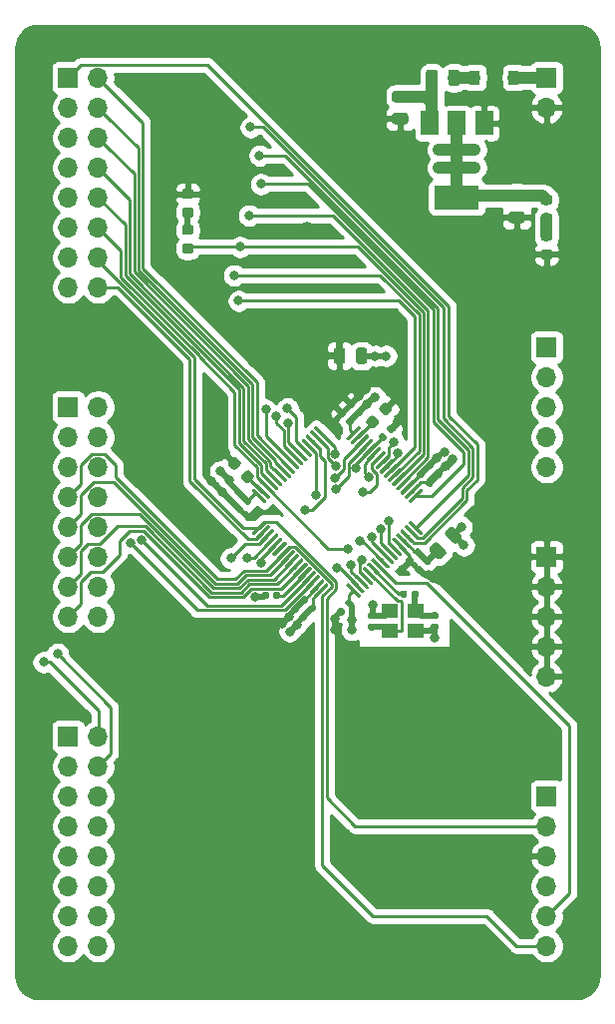
<source format=gbr>
G04 #@! TF.GenerationSoftware,KiCad,Pcbnew,5.1.6-c6e7f7d~86~ubuntu18.04.1*
G04 #@! TF.CreationDate,2020-05-31T10:23:47-04:00*
G04 #@! TF.ProjectId,f405_breakout,66343035-5f62-4726-9561-6b6f75742e6b,rev?*
G04 #@! TF.SameCoordinates,Original*
G04 #@! TF.FileFunction,Copper,L1,Top*
G04 #@! TF.FilePolarity,Positive*
%FSLAX46Y46*%
G04 Gerber Fmt 4.6, Leading zero omitted, Abs format (unit mm)*
G04 Created by KiCad (PCBNEW 5.1.6-c6e7f7d~86~ubuntu18.04.1) date 2020-05-31 10:23:47*
%MOMM*%
%LPD*%
G01*
G04 APERTURE LIST*
G04 #@! TA.AperFunction,ComponentPad*
%ADD10O,1.700000X1.700000*%
G04 #@! TD*
G04 #@! TA.AperFunction,ComponentPad*
%ADD11R,1.700000X1.700000*%
G04 #@! TD*
G04 #@! TA.AperFunction,SMDPad,CuDef*
%ADD12R,0.900000X1.200000*%
G04 #@! TD*
G04 #@! TA.AperFunction,SMDPad,CuDef*
%ADD13R,1.400000X1.200000*%
G04 #@! TD*
G04 #@! TA.AperFunction,SMDPad,CuDef*
%ADD14R,3.800000X2.000000*%
G04 #@! TD*
G04 #@! TA.AperFunction,SMDPad,CuDef*
%ADD15R,1.500000X2.000000*%
G04 #@! TD*
G04 #@! TA.AperFunction,ViaPad*
%ADD16C,0.800000*%
G04 #@! TD*
G04 #@! TA.AperFunction,ViaPad*
%ADD17C,1.000000*%
G04 #@! TD*
G04 #@! TA.AperFunction,Conductor*
%ADD18C,1.000000*%
G04 #@! TD*
G04 #@! TA.AperFunction,Conductor*
%ADD19C,0.250000*%
G04 #@! TD*
G04 #@! TA.AperFunction,Conductor*
%ADD20C,0.500000*%
G04 #@! TD*
G04 #@! TA.AperFunction,Conductor*
%ADD21C,0.254000*%
G04 #@! TD*
G04 APERTURE END LIST*
D10*
X109220000Y-129540000D03*
X106680000Y-129540000D03*
X109220000Y-127000000D03*
X106680000Y-127000000D03*
X109220000Y-124460000D03*
X106680000Y-124460000D03*
X109220000Y-121920000D03*
X106680000Y-121920000D03*
X109220000Y-119380000D03*
X106680000Y-119380000D03*
X109220000Y-116840000D03*
X106680000Y-116840000D03*
X109220000Y-114300000D03*
X106680000Y-114300000D03*
X109220000Y-111760000D03*
D11*
X106680000Y-111760000D03*
D10*
X109220000Y-101600000D03*
X106680000Y-101600000D03*
X109220000Y-99060000D03*
X106680000Y-99060000D03*
X109220000Y-96520000D03*
X106680000Y-96520000D03*
X109220000Y-93980000D03*
X106680000Y-93980000D03*
X109220000Y-91440000D03*
X106680000Y-91440000D03*
X109220000Y-88900000D03*
X106680000Y-88900000D03*
X109220000Y-86360000D03*
X106680000Y-86360000D03*
X109220000Y-83820000D03*
D11*
X106680000Y-83820000D03*
D10*
X109220000Y-73660000D03*
X106680000Y-73660000D03*
X109220000Y-71120000D03*
X106680000Y-71120000D03*
X109220000Y-68580000D03*
X106680000Y-68580000D03*
X109220000Y-66040000D03*
X106680000Y-66040000D03*
X109220000Y-63500000D03*
X106680000Y-63500000D03*
X109220000Y-60960000D03*
X106680000Y-60960000D03*
X109220000Y-58420000D03*
X106680000Y-58420000D03*
X109220000Y-55880000D03*
D11*
X106680000Y-55880000D03*
D10*
X147320000Y-129540000D03*
X147320000Y-127000000D03*
X147320000Y-124460000D03*
X147320000Y-121920000D03*
X147320000Y-119380000D03*
D11*
X147320000Y-116840000D03*
D10*
X147320000Y-58420000D03*
D11*
X147320000Y-55880000D03*
D10*
X147320000Y-106680000D03*
X147320000Y-104140000D03*
X147320000Y-101600000D03*
X147320000Y-99060000D03*
D11*
X147320000Y-96520000D03*
D10*
X147320000Y-88900000D03*
X147320000Y-86360000D03*
X147320000Y-83820000D03*
X147320000Y-81280000D03*
D11*
X147320000Y-78740000D03*
G04 #@! TA.AperFunction,SMDPad,CuDef*
G36*
G01*
X130207600Y-79020350D02*
X130207600Y-79932850D01*
G75*
G02*
X129963850Y-80176600I-243750J0D01*
G01*
X129476350Y-80176600D01*
G75*
G02*
X129232600Y-79932850I0J243750D01*
G01*
X129232600Y-79020350D01*
G75*
G02*
X129476350Y-78776600I243750J0D01*
G01*
X129963850Y-78776600D01*
G75*
G02*
X130207600Y-79020350I0J-243750D01*
G01*
G37*
G04 #@! TD.AperFunction*
G04 #@! TA.AperFunction,SMDPad,CuDef*
G36*
G01*
X132082600Y-79020350D02*
X132082600Y-79932850D01*
G75*
G02*
X131838850Y-80176600I-243750J0D01*
G01*
X131351350Y-80176600D01*
G75*
G02*
X131107600Y-79932850I0J243750D01*
G01*
X131107600Y-79020350D01*
G75*
G02*
X131351350Y-78776600I243750J0D01*
G01*
X131838850Y-78776600D01*
G75*
G02*
X132082600Y-79020350I0J-243750D01*
G01*
G37*
G04 #@! TD.AperFunction*
G04 #@! TA.AperFunction,SMDPad,CuDef*
G36*
G01*
X137246621Y-96570428D02*
X137490572Y-96814380D01*
G75*
G02*
X137490572Y-97022976I-104298J-104298D01*
G01*
X137281976Y-97231572D01*
G75*
G02*
X137073380Y-97231572I-104298J104298D01*
G01*
X136829428Y-96987620D01*
G75*
G02*
X136829428Y-96779024I104298J104298D01*
G01*
X137038024Y-96570428D01*
G75*
G02*
X137246620Y-96570428I104298J-104298D01*
G01*
G37*
G04 #@! TD.AperFunction*
G04 #@! TA.AperFunction,SMDPad,CuDef*
G36*
G01*
X136560727Y-97256322D02*
X136804678Y-97500274D01*
G75*
G02*
X136804678Y-97708870I-104298J-104298D01*
G01*
X136596082Y-97917466D01*
G75*
G02*
X136387486Y-97917466I-104298J104298D01*
G01*
X136143534Y-97673514D01*
G75*
G02*
X136143534Y-97464918I104298J104298D01*
G01*
X136352130Y-97256322D01*
G75*
G02*
X136560726Y-97256322I104298J-104298D01*
G01*
G37*
G04 #@! TD.AperFunction*
G04 #@! TA.AperFunction,SMDPad,CuDef*
G36*
G01*
X130642621Y-100126428D02*
X130886572Y-100370380D01*
G75*
G02*
X130886572Y-100578976I-104298J-104298D01*
G01*
X130677976Y-100787572D01*
G75*
G02*
X130469380Y-100787572I-104298J104298D01*
G01*
X130225428Y-100543620D01*
G75*
G02*
X130225428Y-100335024I104298J104298D01*
G01*
X130434024Y-100126428D01*
G75*
G02*
X130642620Y-100126428I104298J-104298D01*
G01*
G37*
G04 #@! TD.AperFunction*
G04 #@! TA.AperFunction,SMDPad,CuDef*
G36*
G01*
X129956727Y-100812322D02*
X130200678Y-101056274D01*
G75*
G02*
X130200678Y-101264870I-104298J-104298D01*
G01*
X129992082Y-101473466D01*
G75*
G02*
X129783486Y-101473466I-104298J104298D01*
G01*
X129539534Y-101229514D01*
G75*
G02*
X129539534Y-101020918I104298J104298D01*
G01*
X129748130Y-100812322D01*
G75*
G02*
X129956726Y-100812322I104298J-104298D01*
G01*
G37*
G04 #@! TD.AperFunction*
G04 #@! TA.AperFunction,SMDPad,CuDef*
G36*
G01*
X134417750Y-56995000D02*
X135330250Y-56995000D01*
G75*
G02*
X135574000Y-57238750I0J-243750D01*
G01*
X135574000Y-57726250D01*
G75*
G02*
X135330250Y-57970000I-243750J0D01*
G01*
X134417750Y-57970000D01*
G75*
G02*
X134174000Y-57726250I0J243750D01*
G01*
X134174000Y-57238750D01*
G75*
G02*
X134417750Y-56995000I243750J0D01*
G01*
G37*
G04 #@! TD.AperFunction*
G04 #@! TA.AperFunction,SMDPad,CuDef*
G36*
G01*
X134417750Y-58870000D02*
X135330250Y-58870000D01*
G75*
G02*
X135574000Y-59113750I0J-243750D01*
G01*
X135574000Y-59601250D01*
G75*
G02*
X135330250Y-59845000I-243750J0D01*
G01*
X134417750Y-59845000D01*
G75*
G02*
X134174000Y-59601250I0J243750D01*
G01*
X134174000Y-59113750D01*
G75*
G02*
X134417750Y-58870000I243750J0D01*
G01*
G37*
G04 #@! TD.AperFunction*
G04 #@! TA.AperFunction,SMDPad,CuDef*
G36*
G01*
X135798727Y-96494322D02*
X136042678Y-96738274D01*
G75*
G02*
X136042678Y-96946870I-104298J-104298D01*
G01*
X135834082Y-97155466D01*
G75*
G02*
X135625486Y-97155466I-104298J104298D01*
G01*
X135381534Y-96911514D01*
G75*
G02*
X135381534Y-96702918I104298J104298D01*
G01*
X135590130Y-96494322D01*
G75*
G02*
X135798726Y-96494322I104298J-104298D01*
G01*
G37*
G04 #@! TD.AperFunction*
G04 #@! TA.AperFunction,SMDPad,CuDef*
G36*
G01*
X136484621Y-95808428D02*
X136728572Y-96052380D01*
G75*
G02*
X136728572Y-96260976I-104298J-104298D01*
G01*
X136519976Y-96469572D01*
G75*
G02*
X136311380Y-96469572I-104298J104298D01*
G01*
X136067428Y-96225620D01*
G75*
G02*
X136067428Y-96017024I104298J104298D01*
G01*
X136276024Y-95808428D01*
G75*
G02*
X136484620Y-95808428I104298J-104298D01*
G01*
G37*
G04 #@! TD.AperFunction*
G04 #@! TA.AperFunction,SMDPad,CuDef*
G36*
G01*
X137007322Y-90134273D02*
X137251274Y-89890322D01*
G75*
G02*
X137459870Y-89890322I104298J-104298D01*
G01*
X137668466Y-90098918D01*
G75*
G02*
X137668466Y-90307514I-104298J-104298D01*
G01*
X137424514Y-90551466D01*
G75*
G02*
X137215918Y-90551466I-104298J104298D01*
G01*
X137007322Y-90342870D01*
G75*
G02*
X137007322Y-90134274I104298J104298D01*
G01*
G37*
G04 #@! TD.AperFunction*
G04 #@! TA.AperFunction,SMDPad,CuDef*
G36*
G01*
X136321428Y-89448379D02*
X136565380Y-89204428D01*
G75*
G02*
X136773976Y-89204428I104298J-104298D01*
G01*
X136982572Y-89413024D01*
G75*
G02*
X136982572Y-89621620I-104298J-104298D01*
G01*
X136738620Y-89865572D01*
G75*
G02*
X136530024Y-89865572I-104298J104298D01*
G01*
X136321428Y-89656976D01*
G75*
G02*
X136321428Y-89448380I104298J104298D01*
G01*
G37*
G04 #@! TD.AperFunction*
G04 #@! TA.AperFunction,SMDPad,CuDef*
G36*
G01*
X137083428Y-88686379D02*
X137327380Y-88442428D01*
G75*
G02*
X137535976Y-88442428I104298J-104298D01*
G01*
X137744572Y-88651024D01*
G75*
G02*
X137744572Y-88859620I-104298J-104298D01*
G01*
X137500620Y-89103572D01*
G75*
G02*
X137292024Y-89103572I-104298J104298D01*
G01*
X137083428Y-88894976D01*
G75*
G02*
X137083428Y-88686380I104298J104298D01*
G01*
G37*
G04 #@! TD.AperFunction*
G04 #@! TA.AperFunction,SMDPad,CuDef*
G36*
G01*
X137769322Y-89372273D02*
X138013274Y-89128322D01*
G75*
G02*
X138221870Y-89128322I104298J-104298D01*
G01*
X138430466Y-89336918D01*
G75*
G02*
X138430466Y-89545514I-104298J-104298D01*
G01*
X138186514Y-89789466D01*
G75*
G02*
X137977918Y-89789466I-104298J104298D01*
G01*
X137769322Y-89580870D01*
G75*
G02*
X137769322Y-89372274I104298J104298D01*
G01*
G37*
G04 #@! TD.AperFunction*
G04 #@! TA.AperFunction,SMDPad,CuDef*
G36*
G01*
X144323750Y-67252000D02*
X145236250Y-67252000D01*
G75*
G02*
X145480000Y-67495750I0J-243750D01*
G01*
X145480000Y-67983250D01*
G75*
G02*
X145236250Y-68227000I-243750J0D01*
G01*
X144323750Y-68227000D01*
G75*
G02*
X144080000Y-67983250I0J243750D01*
G01*
X144080000Y-67495750D01*
G75*
G02*
X144323750Y-67252000I243750J0D01*
G01*
G37*
G04 #@! TD.AperFunction*
G04 #@! TA.AperFunction,SMDPad,CuDef*
G36*
G01*
X144323750Y-65377000D02*
X145236250Y-65377000D01*
G75*
G02*
X145480000Y-65620750I0J-243750D01*
G01*
X145480000Y-66108250D01*
G75*
G02*
X145236250Y-66352000I-243750J0D01*
G01*
X144323750Y-66352000D01*
G75*
G02*
X144080000Y-66108250I0J243750D01*
G01*
X144080000Y-65620750D01*
G75*
G02*
X144323750Y-65377000I243750J0D01*
G01*
G37*
G04 #@! TD.AperFunction*
G04 #@! TA.AperFunction,SMDPad,CuDef*
G36*
G01*
X130950072Y-85113121D02*
X130706120Y-85357072D01*
G75*
G02*
X130497524Y-85357072I-104298J104298D01*
G01*
X130288928Y-85148476D01*
G75*
G02*
X130288928Y-84939880I104298J104298D01*
G01*
X130532880Y-84695928D01*
G75*
G02*
X130741476Y-84695928I104298J-104298D01*
G01*
X130950072Y-84904524D01*
G75*
G02*
X130950072Y-85113120I-104298J-104298D01*
G01*
G37*
G04 #@! TD.AperFunction*
G04 #@! TA.AperFunction,SMDPad,CuDef*
G36*
G01*
X130264178Y-84427227D02*
X130020226Y-84671178D01*
G75*
G02*
X129811630Y-84671178I-104298J104298D01*
G01*
X129603034Y-84462582D01*
G75*
G02*
X129603034Y-84253986I104298J104298D01*
G01*
X129846986Y-84010034D01*
G75*
G02*
X130055582Y-84010034I104298J-104298D01*
G01*
X130264178Y-84218630D01*
G75*
G02*
X130264178Y-84427226I-104298J-104298D01*
G01*
G37*
G04 #@! TD.AperFunction*
G04 #@! TA.AperFunction,SMDPad,CuDef*
G36*
G01*
X131026178Y-83665227D02*
X130782226Y-83909178D01*
G75*
G02*
X130573630Y-83909178I-104298J104298D01*
G01*
X130365034Y-83700582D01*
G75*
G02*
X130365034Y-83491986I104298J104298D01*
G01*
X130608986Y-83248034D01*
G75*
G02*
X130817582Y-83248034I104298J-104298D01*
G01*
X131026178Y-83456630D01*
G75*
G02*
X131026178Y-83665226I-104298J-104298D01*
G01*
G37*
G04 #@! TD.AperFunction*
G04 #@! TA.AperFunction,SMDPad,CuDef*
G36*
G01*
X131712072Y-84351121D02*
X131468120Y-84595072D01*
G75*
G02*
X131259524Y-84595072I-104298J104298D01*
G01*
X131050928Y-84386476D01*
G75*
G02*
X131050928Y-84177880I104298J104298D01*
G01*
X131294880Y-83933928D01*
G75*
G02*
X131503476Y-83933928I104298J-104298D01*
G01*
X131712072Y-84142524D01*
G75*
G02*
X131712072Y-84351120I-104298J-104298D01*
G01*
G37*
G04 #@! TD.AperFunction*
G04 #@! TA.AperFunction,SMDPad,CuDef*
G36*
G01*
X122006621Y-91426928D02*
X122250572Y-91670880D01*
G75*
G02*
X122250572Y-91879476I-104298J-104298D01*
G01*
X122041976Y-92088072D01*
G75*
G02*
X121833380Y-92088072I-104298J104298D01*
G01*
X121589428Y-91844120D01*
G75*
G02*
X121589428Y-91635524I104298J104298D01*
G01*
X121798024Y-91426928D01*
G75*
G02*
X122006620Y-91426928I104298J-104298D01*
G01*
G37*
G04 #@! TD.AperFunction*
G04 #@! TA.AperFunction,SMDPad,CuDef*
G36*
G01*
X121320727Y-92112822D02*
X121564678Y-92356774D01*
G75*
G02*
X121564678Y-92565370I-104298J-104298D01*
G01*
X121356082Y-92773966D01*
G75*
G02*
X121147486Y-92773966I-104298J104298D01*
G01*
X120903534Y-92530014D01*
G75*
G02*
X120903534Y-92321418I104298J104298D01*
G01*
X121112130Y-92112822D01*
G75*
G02*
X121320726Y-92112822I104298J-104298D01*
G01*
G37*
G04 #@! TD.AperFunction*
G04 #@! TA.AperFunction,SMDPad,CuDef*
G36*
G01*
X120558727Y-91350822D02*
X120802678Y-91594774D01*
G75*
G02*
X120802678Y-91803370I-104298J-104298D01*
G01*
X120594082Y-92011966D01*
G75*
G02*
X120385486Y-92011966I-104298J104298D01*
G01*
X120141534Y-91768014D01*
G75*
G02*
X120141534Y-91559418I104298J104298D01*
G01*
X120350130Y-91350822D01*
G75*
G02*
X120558726Y-91350822I104298J-104298D01*
G01*
G37*
G04 #@! TD.AperFunction*
G04 #@! TA.AperFunction,SMDPad,CuDef*
G36*
G01*
X121244621Y-90664928D02*
X121488572Y-90908880D01*
G75*
G02*
X121488572Y-91117476I-104298J-104298D01*
G01*
X121279976Y-91326072D01*
G75*
G02*
X121071380Y-91326072I-104298J104298D01*
G01*
X120827428Y-91082120D01*
G75*
G02*
X120827428Y-90873524I104298J104298D01*
G01*
X121036024Y-90664928D01*
G75*
G02*
X121244620Y-90664928I104298J-104298D01*
G01*
G37*
G04 #@! TD.AperFunction*
G04 #@! TA.AperFunction,SMDPad,CuDef*
G36*
G01*
X127762466Y-100975515D02*
X127518514Y-101219466D01*
G75*
G02*
X127309918Y-101219466I-104298J104298D01*
G01*
X127101322Y-101010870D01*
G75*
G02*
X127101322Y-100802274I104298J104298D01*
G01*
X127345274Y-100558322D01*
G75*
G02*
X127553870Y-100558322I104298J-104298D01*
G01*
X127762466Y-100766918D01*
G75*
G02*
X127762466Y-100975514I-104298J-104298D01*
G01*
G37*
G04 #@! TD.AperFunction*
G04 #@! TA.AperFunction,SMDPad,CuDef*
G36*
G01*
X127076572Y-100289621D02*
X126832620Y-100533572D01*
G75*
G02*
X126624024Y-100533572I-104298J104298D01*
G01*
X126415428Y-100324976D01*
G75*
G02*
X126415428Y-100116380I104298J104298D01*
G01*
X126659380Y-99872428D01*
G75*
G02*
X126867976Y-99872428I104298J-104298D01*
G01*
X127076572Y-100081024D01*
G75*
G02*
X127076572Y-100289620I-104298J-104298D01*
G01*
G37*
G04 #@! TD.AperFunction*
G04 #@! TA.AperFunction,SMDPad,CuDef*
G36*
G01*
X126314572Y-101051621D02*
X126070620Y-101295572D01*
G75*
G02*
X125862024Y-101295572I-104298J104298D01*
G01*
X125653428Y-101086976D01*
G75*
G02*
X125653428Y-100878380I104298J104298D01*
G01*
X125897380Y-100634428D01*
G75*
G02*
X126105976Y-100634428I104298J-104298D01*
G01*
X126314572Y-100843024D01*
G75*
G02*
X126314572Y-101051620I-104298J-104298D01*
G01*
G37*
G04 #@! TD.AperFunction*
G04 #@! TA.AperFunction,SMDPad,CuDef*
G36*
G01*
X127000466Y-101737515D02*
X126756514Y-101981466D01*
G75*
G02*
X126547918Y-101981466I-104298J104298D01*
G01*
X126339322Y-101772870D01*
G75*
G02*
X126339322Y-101564274I104298J104298D01*
G01*
X126583274Y-101320322D01*
G75*
G02*
X126791870Y-101320322I104298J-104298D01*
G01*
X127000466Y-101528918D01*
G75*
G02*
X127000466Y-101737514I-104298J-104298D01*
G01*
G37*
G04 #@! TD.AperFunction*
G04 #@! TA.AperFunction,SMDPad,CuDef*
G36*
G01*
X133510031Y-84466861D02*
X133147638Y-84104469D01*
G75*
G02*
X133147638Y-83795109I154680J154680D01*
G01*
X133456997Y-83485750D01*
G75*
G02*
X133766357Y-83485750I154680J-154680D01*
G01*
X134128750Y-83848143D01*
G75*
G02*
X134128750Y-84157503I-154680J-154680D01*
G01*
X133819391Y-84466862D01*
G75*
G02*
X133510031Y-84466862I-154680J154680D01*
G01*
G37*
G04 #@! TD.AperFunction*
G04 #@! TA.AperFunction,SMDPad,CuDef*
G36*
G01*
X132396337Y-85580555D02*
X132033944Y-85218163D01*
G75*
G02*
X132033944Y-84908803I154680J154680D01*
G01*
X132343303Y-84599444D01*
G75*
G02*
X132652663Y-84599444I154680J-154680D01*
G01*
X133015056Y-84961837D01*
G75*
G02*
X133015056Y-85271197I-154680J-154680D01*
G01*
X132705697Y-85580556D01*
G75*
G02*
X132396337Y-85580556I-154680J154680D01*
G01*
G37*
G04 #@! TD.AperFunction*
G04 #@! TA.AperFunction,SMDPad,CuDef*
G36*
G01*
X122410555Y-89853663D02*
X122048163Y-90216056D01*
G75*
G02*
X121738803Y-90216056I-154680J154680D01*
G01*
X121429444Y-89906697D01*
G75*
G02*
X121429444Y-89597337I154680J154680D01*
G01*
X121791837Y-89234944D01*
G75*
G02*
X122101197Y-89234944I154680J-154680D01*
G01*
X122410556Y-89544303D01*
G75*
G02*
X122410556Y-89853663I-154680J-154680D01*
G01*
G37*
G04 #@! TD.AperFunction*
G04 #@! TA.AperFunction,SMDPad,CuDef*
G36*
G01*
X121296861Y-88739969D02*
X120934469Y-89102362D01*
G75*
G02*
X120625109Y-89102362I-154680J154680D01*
G01*
X120315750Y-88793003D01*
G75*
G02*
X120315750Y-88483643I154680J154680D01*
G01*
X120678143Y-88121250D01*
G75*
G02*
X120987503Y-88121250I154680J-154680D01*
G01*
X121296862Y-88430609D01*
G75*
G02*
X121296862Y-88739969I-154680J-154680D01*
G01*
G37*
G04 #@! TD.AperFunction*
G04 #@! TA.AperFunction,SMDPad,CuDef*
G36*
G01*
X132633500Y-101814000D02*
X132288500Y-101814000D01*
G75*
G02*
X132141000Y-101666500I0J147500D01*
G01*
X132141000Y-101371500D01*
G75*
G02*
X132288500Y-101224000I147500J0D01*
G01*
X132633500Y-101224000D01*
G75*
G02*
X132781000Y-101371500I0J-147500D01*
G01*
X132781000Y-101666500D01*
G75*
G02*
X132633500Y-101814000I-147500J0D01*
G01*
G37*
G04 #@! TD.AperFunction*
G04 #@! TA.AperFunction,SMDPad,CuDef*
G36*
G01*
X132633500Y-102784000D02*
X132288500Y-102784000D01*
G75*
G02*
X132141000Y-102636500I0J147500D01*
G01*
X132141000Y-102341500D01*
G75*
G02*
X132288500Y-102194000I147500J0D01*
G01*
X132633500Y-102194000D01*
G75*
G02*
X132781000Y-102341500I0J-147500D01*
G01*
X132781000Y-102636500D01*
G75*
G02*
X132633500Y-102784000I-147500J0D01*
G01*
G37*
G04 #@! TD.AperFunction*
G04 #@! TA.AperFunction,SMDPad,CuDef*
G36*
G01*
X137622500Y-101224000D02*
X137967500Y-101224000D01*
G75*
G02*
X138115000Y-101371500I0J-147500D01*
G01*
X138115000Y-101666500D01*
G75*
G02*
X137967500Y-101814000I-147500J0D01*
G01*
X137622500Y-101814000D01*
G75*
G02*
X137475000Y-101666500I0J147500D01*
G01*
X137475000Y-101371500D01*
G75*
G02*
X137622500Y-101224000I147500J0D01*
G01*
G37*
G04 #@! TD.AperFunction*
G04 #@! TA.AperFunction,SMDPad,CuDef*
G36*
G01*
X137622500Y-102194000D02*
X137967500Y-102194000D01*
G75*
G02*
X138115000Y-102341500I0J-147500D01*
G01*
X138115000Y-102636500D01*
G75*
G02*
X137967500Y-102784000I-147500J0D01*
G01*
X137622500Y-102784000D01*
G75*
G02*
X137475000Y-102636500I0J147500D01*
G01*
X137475000Y-102341500D01*
G75*
G02*
X137622500Y-102194000I147500J0D01*
G01*
G37*
G04 #@! TD.AperFunction*
D12*
X141226000Y-55880000D03*
X144526000Y-55880000D03*
G04 #@! TA.AperFunction,SMDPad,CuDef*
G36*
G01*
X147576250Y-69728500D02*
X147063750Y-69728500D01*
G75*
G02*
X146845000Y-69509750I0J218750D01*
G01*
X146845000Y-69072250D01*
G75*
G02*
X147063750Y-68853500I218750J0D01*
G01*
X147576250Y-68853500D01*
G75*
G02*
X147795000Y-69072250I0J-218750D01*
G01*
X147795000Y-69509750D01*
G75*
G02*
X147576250Y-69728500I-218750J0D01*
G01*
G37*
G04 #@! TD.AperFunction*
G04 #@! TA.AperFunction,SMDPad,CuDef*
G36*
G01*
X147576250Y-71303500D02*
X147063750Y-71303500D01*
G75*
G02*
X146845000Y-71084750I0J218750D01*
G01*
X146845000Y-70647250D01*
G75*
G02*
X147063750Y-70428500I218750J0D01*
G01*
X147576250Y-70428500D01*
G75*
G02*
X147795000Y-70647250I0J-218750D01*
G01*
X147795000Y-71084750D01*
G75*
G02*
X147576250Y-71303500I-218750J0D01*
G01*
G37*
G04 #@! TD.AperFunction*
G04 #@! TA.AperFunction,SMDPad,CuDef*
G36*
G01*
X116583750Y-66872500D02*
X117096250Y-66872500D01*
G75*
G02*
X117315000Y-67091250I0J-218750D01*
G01*
X117315000Y-67528750D01*
G75*
G02*
X117096250Y-67747500I-218750J0D01*
G01*
X116583750Y-67747500D01*
G75*
G02*
X116365000Y-67528750I0J218750D01*
G01*
X116365000Y-67091250D01*
G75*
G02*
X116583750Y-66872500I218750J0D01*
G01*
G37*
G04 #@! TD.AperFunction*
G04 #@! TA.AperFunction,SMDPad,CuDef*
G36*
G01*
X116583750Y-65297500D02*
X117096250Y-65297500D01*
G75*
G02*
X117315000Y-65516250I0J-218750D01*
G01*
X117315000Y-65953750D01*
G75*
G02*
X117096250Y-66172500I-218750J0D01*
G01*
X116583750Y-66172500D01*
G75*
G02*
X116365000Y-65953750I0J218750D01*
G01*
X116365000Y-65516250D01*
G75*
G02*
X116583750Y-65297500I218750J0D01*
G01*
G37*
G04 #@! TD.AperFunction*
G04 #@! TA.AperFunction,SMDPad,CuDef*
G36*
G01*
X139378129Y-95353506D02*
X138732894Y-94708271D01*
G75*
G02*
X138732894Y-94363557I172357J172357D01*
G01*
X139077609Y-94018842D01*
G75*
G02*
X139422323Y-94018842I172357J-172357D01*
G01*
X140067558Y-94664077D01*
G75*
G02*
X140067558Y-95008791I-172357J-172357D01*
G01*
X139722843Y-95353506D01*
G75*
G02*
X139378129Y-95353506I-172357J172357D01*
G01*
G37*
G04 #@! TD.AperFunction*
G04 #@! TA.AperFunction,SMDPad,CuDef*
G36*
G01*
X138052303Y-96679332D02*
X137407068Y-96034097D01*
G75*
G02*
X137407068Y-95689383I172357J172357D01*
G01*
X137751783Y-95344668D01*
G75*
G02*
X138096497Y-95344668I172357J-172357D01*
G01*
X138741732Y-95989903D01*
G75*
G02*
X138741732Y-96334617I-172357J-172357D01*
G01*
X138397017Y-96679332D01*
G75*
G02*
X138052303Y-96679332I-172357J172357D01*
G01*
G37*
G04 #@! TD.AperFunction*
G04 #@! TA.AperFunction,SMDPad,CuDef*
G36*
G01*
X137083500Y-56336250D02*
X137083500Y-55423750D01*
G75*
G02*
X137327250Y-55180000I243750J0D01*
G01*
X137814750Y-55180000D01*
G75*
G02*
X138058500Y-55423750I0J-243750D01*
G01*
X138058500Y-56336250D01*
G75*
G02*
X137814750Y-56580000I-243750J0D01*
G01*
X137327250Y-56580000D01*
G75*
G02*
X137083500Y-56336250I0J243750D01*
G01*
G37*
G04 #@! TD.AperFunction*
G04 #@! TA.AperFunction,SMDPad,CuDef*
G36*
G01*
X138958500Y-56336250D02*
X138958500Y-55423750D01*
G75*
G02*
X139202250Y-55180000I243750J0D01*
G01*
X139689750Y-55180000D01*
G75*
G02*
X139933500Y-55423750I0J-243750D01*
G01*
X139933500Y-56336250D01*
G75*
G02*
X139689750Y-56580000I-243750J0D01*
G01*
X139202250Y-56580000D01*
G75*
G02*
X138958500Y-56336250I0J243750D01*
G01*
G37*
G04 #@! TD.AperFunction*
D13*
X134028000Y-102831000D03*
X136228000Y-102831000D03*
X136228000Y-101131000D03*
X134028000Y-101131000D03*
G04 #@! TA.AperFunction,SMDPad,CuDef*
G36*
G01*
X147576250Y-66680500D02*
X147063750Y-66680500D01*
G75*
G02*
X146845000Y-66461750I0J218750D01*
G01*
X146845000Y-66024250D01*
G75*
G02*
X147063750Y-65805500I218750J0D01*
G01*
X147576250Y-65805500D01*
G75*
G02*
X147795000Y-66024250I0J-218750D01*
G01*
X147795000Y-66461750D01*
G75*
G02*
X147576250Y-66680500I-218750J0D01*
G01*
G37*
G04 #@! TD.AperFunction*
G04 #@! TA.AperFunction,SMDPad,CuDef*
G36*
G01*
X147576250Y-68255500D02*
X147063750Y-68255500D01*
G75*
G02*
X146845000Y-68036750I0J218750D01*
G01*
X146845000Y-67599250D01*
G75*
G02*
X147063750Y-67380500I218750J0D01*
G01*
X147576250Y-67380500D01*
G75*
G02*
X147795000Y-67599250I0J-218750D01*
G01*
X147795000Y-68036750D01*
G75*
G02*
X147576250Y-68255500I-218750J0D01*
G01*
G37*
G04 #@! TD.AperFunction*
G04 #@! TA.AperFunction,SMDPad,CuDef*
G36*
G01*
X123118800Y-99969100D02*
X123118800Y-99624100D01*
G75*
G02*
X123266300Y-99476600I147500J0D01*
G01*
X123561300Y-99476600D01*
G75*
G02*
X123708800Y-99624100I0J-147500D01*
G01*
X123708800Y-99969100D01*
G75*
G02*
X123561300Y-100116600I-147500J0D01*
G01*
X123266300Y-100116600D01*
G75*
G02*
X123118800Y-99969100I0J147500D01*
G01*
G37*
G04 #@! TD.AperFunction*
G04 #@! TA.AperFunction,SMDPad,CuDef*
G36*
G01*
X124088800Y-99969100D02*
X124088800Y-99624100D01*
G75*
G02*
X124236300Y-99476600I147500J0D01*
G01*
X124531300Y-99476600D01*
G75*
G02*
X124678800Y-99624100I0J-147500D01*
G01*
X124678800Y-99969100D01*
G75*
G02*
X124531300Y-100116600I-147500J0D01*
G01*
X124236300Y-100116600D01*
G75*
G02*
X124088800Y-99969100I0J147500D01*
G01*
G37*
G04 #@! TD.AperFunction*
G04 #@! TA.AperFunction,SMDPad,CuDef*
G36*
G01*
X116583750Y-69920500D02*
X117096250Y-69920500D01*
G75*
G02*
X117315000Y-70139250I0J-218750D01*
G01*
X117315000Y-70576750D01*
G75*
G02*
X117096250Y-70795500I-218750J0D01*
G01*
X116583750Y-70795500D01*
G75*
G02*
X116365000Y-70576750I0J218750D01*
G01*
X116365000Y-70139250D01*
G75*
G02*
X116583750Y-69920500I218750J0D01*
G01*
G37*
G04 #@! TD.AperFunction*
G04 #@! TA.AperFunction,SMDPad,CuDef*
G36*
G01*
X116583750Y-68345500D02*
X117096250Y-68345500D01*
G75*
G02*
X117315000Y-68564250I0J-218750D01*
G01*
X117315000Y-69001750D01*
G75*
G02*
X117096250Y-69220500I-218750J0D01*
G01*
X116583750Y-69220500D01*
G75*
G02*
X116365000Y-69001750I0J218750D01*
G01*
X116365000Y-68564250D01*
G75*
G02*
X116583750Y-68345500I218750J0D01*
G01*
G37*
G04 #@! TD.AperFunction*
G04 #@! TA.AperFunction,SMDPad,CuDef*
G36*
G01*
X133512821Y-86029428D02*
X133756772Y-86273380D01*
G75*
G02*
X133756772Y-86481976I-104298J-104298D01*
G01*
X133548176Y-86690572D01*
G75*
G02*
X133339580Y-86690572I-104298J104298D01*
G01*
X133095628Y-86446620D01*
G75*
G02*
X133095628Y-86238024I104298J104298D01*
G01*
X133304224Y-86029428D01*
G75*
G02*
X133512820Y-86029428I104298J-104298D01*
G01*
G37*
G04 #@! TD.AperFunction*
G04 #@! TA.AperFunction,SMDPad,CuDef*
G36*
G01*
X134198715Y-85343534D02*
X134442666Y-85587486D01*
G75*
G02*
X134442666Y-85796082I-104298J-104298D01*
G01*
X134234070Y-86004678D01*
G75*
G02*
X134025474Y-86004678I-104298J104298D01*
G01*
X133781522Y-85760726D01*
G75*
G02*
X133781522Y-85552130I104298J104298D01*
G01*
X133990118Y-85343534D01*
G75*
G02*
X134198714Y-85343534I104298J-104298D01*
G01*
G37*
G04 #@! TD.AperFunction*
G04 #@! TA.AperFunction,SMDPad,CuDef*
G36*
G01*
X134879000Y-99867500D02*
X134879000Y-99522500D01*
G75*
G02*
X135026500Y-99375000I147500J0D01*
G01*
X135321500Y-99375000D01*
G75*
G02*
X135469000Y-99522500I0J-147500D01*
G01*
X135469000Y-99867500D01*
G75*
G02*
X135321500Y-100015000I-147500J0D01*
G01*
X135026500Y-100015000D01*
G75*
G02*
X134879000Y-99867500I0J147500D01*
G01*
G37*
G04 #@! TD.AperFunction*
G04 #@! TA.AperFunction,SMDPad,CuDef*
G36*
G01*
X135849000Y-99867500D02*
X135849000Y-99522500D01*
G75*
G02*
X135996500Y-99375000I147500J0D01*
G01*
X136291500Y-99375000D01*
G75*
G02*
X136439000Y-99522500I0J-147500D01*
G01*
X136439000Y-99867500D01*
G75*
G02*
X136291500Y-100015000I-147500J0D01*
G01*
X135996500Y-100015000D01*
G75*
G02*
X135849000Y-99867500I0J147500D01*
G01*
G37*
G04 #@! TD.AperFunction*
D14*
X139700000Y-66040000D03*
D15*
X139700000Y-59740000D03*
X137400000Y-59740000D03*
X142000000Y-59740000D03*
G04 #@! TA.AperFunction,SMDPad,CuDef*
G36*
G01*
X131502222Y-99869456D02*
X131396156Y-99975522D01*
G75*
G02*
X131290090Y-99975522I-53033J53033D01*
G01*
X130300140Y-98985572D01*
G75*
G02*
X130300140Y-98879506I53033J53033D01*
G01*
X130406206Y-98773440D01*
G75*
G02*
X130512272Y-98773440I53033J-53033D01*
G01*
X131502222Y-99763390D01*
G75*
G02*
X131502222Y-99869456I-53033J-53033D01*
G01*
G37*
G04 #@! TD.AperFunction*
G04 #@! TA.AperFunction,SMDPad,CuDef*
G36*
G01*
X131855775Y-99515903D02*
X131749709Y-99621969D01*
G75*
G02*
X131643643Y-99621969I-53033J53033D01*
G01*
X130653693Y-98632019D01*
G75*
G02*
X130653693Y-98525953I53033J53033D01*
G01*
X130759759Y-98419887D01*
G75*
G02*
X130865825Y-98419887I53033J-53033D01*
G01*
X131855775Y-99409837D01*
G75*
G02*
X131855775Y-99515903I-53033J-53033D01*
G01*
G37*
G04 #@! TD.AperFunction*
G04 #@! TA.AperFunction,SMDPad,CuDef*
G36*
G01*
X132209328Y-99162350D02*
X132103262Y-99268416D01*
G75*
G02*
X131997196Y-99268416I-53033J53033D01*
G01*
X131007246Y-98278466D01*
G75*
G02*
X131007246Y-98172400I53033J53033D01*
G01*
X131113312Y-98066334D01*
G75*
G02*
X131219378Y-98066334I53033J-53033D01*
G01*
X132209328Y-99056284D01*
G75*
G02*
X132209328Y-99162350I-53033J-53033D01*
G01*
G37*
G04 #@! TD.AperFunction*
G04 #@! TA.AperFunction,SMDPad,CuDef*
G36*
G01*
X132562882Y-98808796D02*
X132456816Y-98914862D01*
G75*
G02*
X132350750Y-98914862I-53033J53033D01*
G01*
X131360800Y-97924912D01*
G75*
G02*
X131360800Y-97818846I53033J53033D01*
G01*
X131466866Y-97712780D01*
G75*
G02*
X131572932Y-97712780I53033J-53033D01*
G01*
X132562882Y-98702730D01*
G75*
G02*
X132562882Y-98808796I-53033J-53033D01*
G01*
G37*
G04 #@! TD.AperFunction*
G04 #@! TA.AperFunction,SMDPad,CuDef*
G36*
G01*
X132916435Y-98455243D02*
X132810369Y-98561309D01*
G75*
G02*
X132704303Y-98561309I-53033J53033D01*
G01*
X131714353Y-97571359D01*
G75*
G02*
X131714353Y-97465293I53033J53033D01*
G01*
X131820419Y-97359227D01*
G75*
G02*
X131926485Y-97359227I53033J-53033D01*
G01*
X132916435Y-98349177D01*
G75*
G02*
X132916435Y-98455243I-53033J-53033D01*
G01*
G37*
G04 #@! TD.AperFunction*
G04 #@! TA.AperFunction,SMDPad,CuDef*
G36*
G01*
X133269989Y-98101689D02*
X133163923Y-98207755D01*
G75*
G02*
X133057857Y-98207755I-53033J53033D01*
G01*
X132067907Y-97217805D01*
G75*
G02*
X132067907Y-97111739I53033J53033D01*
G01*
X132173973Y-97005673D01*
G75*
G02*
X132280039Y-97005673I53033J-53033D01*
G01*
X133269989Y-97995623D01*
G75*
G02*
X133269989Y-98101689I-53033J-53033D01*
G01*
G37*
G04 #@! TD.AperFunction*
G04 #@! TA.AperFunction,SMDPad,CuDef*
G36*
G01*
X133623542Y-97748136D02*
X133517476Y-97854202D01*
G75*
G02*
X133411410Y-97854202I-53033J53033D01*
G01*
X132421460Y-96864252D01*
G75*
G02*
X132421460Y-96758186I53033J53033D01*
G01*
X132527526Y-96652120D01*
G75*
G02*
X132633592Y-96652120I53033J-53033D01*
G01*
X133623542Y-97642070D01*
G75*
G02*
X133623542Y-97748136I-53033J-53033D01*
G01*
G37*
G04 #@! TD.AperFunction*
G04 #@! TA.AperFunction,SMDPad,CuDef*
G36*
G01*
X133977095Y-97394583D02*
X133871029Y-97500649D01*
G75*
G02*
X133764963Y-97500649I-53033J53033D01*
G01*
X132775013Y-96510699D01*
G75*
G02*
X132775013Y-96404633I53033J53033D01*
G01*
X132881079Y-96298567D01*
G75*
G02*
X132987145Y-96298567I53033J-53033D01*
G01*
X133977095Y-97288517D01*
G75*
G02*
X133977095Y-97394583I-53033J-53033D01*
G01*
G37*
G04 #@! TD.AperFunction*
G04 #@! TA.AperFunction,SMDPad,CuDef*
G36*
G01*
X134330649Y-97041029D02*
X134224583Y-97147095D01*
G75*
G02*
X134118517Y-97147095I-53033J53033D01*
G01*
X133128567Y-96157145D01*
G75*
G02*
X133128567Y-96051079I53033J53033D01*
G01*
X133234633Y-95945013D01*
G75*
G02*
X133340699Y-95945013I53033J-53033D01*
G01*
X134330649Y-96934963D01*
G75*
G02*
X134330649Y-97041029I-53033J-53033D01*
G01*
G37*
G04 #@! TD.AperFunction*
G04 #@! TA.AperFunction,SMDPad,CuDef*
G36*
G01*
X134684202Y-96687476D02*
X134578136Y-96793542D01*
G75*
G02*
X134472070Y-96793542I-53033J53033D01*
G01*
X133482120Y-95803592D01*
G75*
G02*
X133482120Y-95697526I53033J53033D01*
G01*
X133588186Y-95591460D01*
G75*
G02*
X133694252Y-95591460I53033J-53033D01*
G01*
X134684202Y-96581410D01*
G75*
G02*
X134684202Y-96687476I-53033J-53033D01*
G01*
G37*
G04 #@! TD.AperFunction*
G04 #@! TA.AperFunction,SMDPad,CuDef*
G36*
G01*
X135037755Y-96333923D02*
X134931689Y-96439989D01*
G75*
G02*
X134825623Y-96439989I-53033J53033D01*
G01*
X133835673Y-95450039D01*
G75*
G02*
X133835673Y-95343973I53033J53033D01*
G01*
X133941739Y-95237907D01*
G75*
G02*
X134047805Y-95237907I53033J-53033D01*
G01*
X135037755Y-96227857D01*
G75*
G02*
X135037755Y-96333923I-53033J-53033D01*
G01*
G37*
G04 #@! TD.AperFunction*
G04 #@! TA.AperFunction,SMDPad,CuDef*
G36*
G01*
X135391309Y-95980369D02*
X135285243Y-96086435D01*
G75*
G02*
X135179177Y-96086435I-53033J53033D01*
G01*
X134189227Y-95096485D01*
G75*
G02*
X134189227Y-94990419I53033J53033D01*
G01*
X134295293Y-94884353D01*
G75*
G02*
X134401359Y-94884353I53033J-53033D01*
G01*
X135391309Y-95874303D01*
G75*
G02*
X135391309Y-95980369I-53033J-53033D01*
G01*
G37*
G04 #@! TD.AperFunction*
G04 #@! TA.AperFunction,SMDPad,CuDef*
G36*
G01*
X135744862Y-95626816D02*
X135638796Y-95732882D01*
G75*
G02*
X135532730Y-95732882I-53033J53033D01*
G01*
X134542780Y-94742932D01*
G75*
G02*
X134542780Y-94636866I53033J53033D01*
G01*
X134648846Y-94530800D01*
G75*
G02*
X134754912Y-94530800I53033J-53033D01*
G01*
X135744862Y-95520750D01*
G75*
G02*
X135744862Y-95626816I-53033J-53033D01*
G01*
G37*
G04 #@! TD.AperFunction*
G04 #@! TA.AperFunction,SMDPad,CuDef*
G36*
G01*
X136098416Y-95273262D02*
X135992350Y-95379328D01*
G75*
G02*
X135886284Y-95379328I-53033J53033D01*
G01*
X134896334Y-94389378D01*
G75*
G02*
X134896334Y-94283312I53033J53033D01*
G01*
X135002400Y-94177246D01*
G75*
G02*
X135108466Y-94177246I53033J-53033D01*
G01*
X136098416Y-95167196D01*
G75*
G02*
X136098416Y-95273262I-53033J-53033D01*
G01*
G37*
G04 #@! TD.AperFunction*
G04 #@! TA.AperFunction,SMDPad,CuDef*
G36*
G01*
X136451969Y-94919709D02*
X136345903Y-95025775D01*
G75*
G02*
X136239837Y-95025775I-53033J53033D01*
G01*
X135249887Y-94035825D01*
G75*
G02*
X135249887Y-93929759I53033J53033D01*
G01*
X135355953Y-93823693D01*
G75*
G02*
X135462019Y-93823693I53033J-53033D01*
G01*
X136451969Y-94813643D01*
G75*
G02*
X136451969Y-94919709I-53033J-53033D01*
G01*
G37*
G04 #@! TD.AperFunction*
G04 #@! TA.AperFunction,SMDPad,CuDef*
G36*
G01*
X136805522Y-94566156D02*
X136699456Y-94672222D01*
G75*
G02*
X136593390Y-94672222I-53033J53033D01*
G01*
X135603440Y-93682272D01*
G75*
G02*
X135603440Y-93576206I53033J53033D01*
G01*
X135709506Y-93470140D01*
G75*
G02*
X135815572Y-93470140I53033J-53033D01*
G01*
X136805522Y-94460090D01*
G75*
G02*
X136805522Y-94566156I-53033J-53033D01*
G01*
G37*
G04 #@! TD.AperFunction*
G04 #@! TA.AperFunction,SMDPad,CuDef*
G36*
G01*
X136805522Y-90959910D02*
X135815572Y-91949860D01*
G75*
G02*
X135709506Y-91949860I-53033J53033D01*
G01*
X135603440Y-91843794D01*
G75*
G02*
X135603440Y-91737728I53033J53033D01*
G01*
X136593390Y-90747778D01*
G75*
G02*
X136699456Y-90747778I53033J-53033D01*
G01*
X136805522Y-90853844D01*
G75*
G02*
X136805522Y-90959910I-53033J-53033D01*
G01*
G37*
G04 #@! TD.AperFunction*
G04 #@! TA.AperFunction,SMDPad,CuDef*
G36*
G01*
X136451969Y-90606357D02*
X135462019Y-91596307D01*
G75*
G02*
X135355953Y-91596307I-53033J53033D01*
G01*
X135249887Y-91490241D01*
G75*
G02*
X135249887Y-91384175I53033J53033D01*
G01*
X136239837Y-90394225D01*
G75*
G02*
X136345903Y-90394225I53033J-53033D01*
G01*
X136451969Y-90500291D01*
G75*
G02*
X136451969Y-90606357I-53033J-53033D01*
G01*
G37*
G04 #@! TD.AperFunction*
G04 #@! TA.AperFunction,SMDPad,CuDef*
G36*
G01*
X136098416Y-90252804D02*
X135108466Y-91242754D01*
G75*
G02*
X135002400Y-91242754I-53033J53033D01*
G01*
X134896334Y-91136688D01*
G75*
G02*
X134896334Y-91030622I53033J53033D01*
G01*
X135886284Y-90040672D01*
G75*
G02*
X135992350Y-90040672I53033J-53033D01*
G01*
X136098416Y-90146738D01*
G75*
G02*
X136098416Y-90252804I-53033J-53033D01*
G01*
G37*
G04 #@! TD.AperFunction*
G04 #@! TA.AperFunction,SMDPad,CuDef*
G36*
G01*
X135744862Y-89899250D02*
X134754912Y-90889200D01*
G75*
G02*
X134648846Y-90889200I-53033J53033D01*
G01*
X134542780Y-90783134D01*
G75*
G02*
X134542780Y-90677068I53033J53033D01*
G01*
X135532730Y-89687118D01*
G75*
G02*
X135638796Y-89687118I53033J-53033D01*
G01*
X135744862Y-89793184D01*
G75*
G02*
X135744862Y-89899250I-53033J-53033D01*
G01*
G37*
G04 #@! TD.AperFunction*
G04 #@! TA.AperFunction,SMDPad,CuDef*
G36*
G01*
X135391309Y-89545697D02*
X134401359Y-90535647D01*
G75*
G02*
X134295293Y-90535647I-53033J53033D01*
G01*
X134189227Y-90429581D01*
G75*
G02*
X134189227Y-90323515I53033J53033D01*
G01*
X135179177Y-89333565D01*
G75*
G02*
X135285243Y-89333565I53033J-53033D01*
G01*
X135391309Y-89439631D01*
G75*
G02*
X135391309Y-89545697I-53033J-53033D01*
G01*
G37*
G04 #@! TD.AperFunction*
G04 #@! TA.AperFunction,SMDPad,CuDef*
G36*
G01*
X135037755Y-89192143D02*
X134047805Y-90182093D01*
G75*
G02*
X133941739Y-90182093I-53033J53033D01*
G01*
X133835673Y-90076027D01*
G75*
G02*
X133835673Y-89969961I53033J53033D01*
G01*
X134825623Y-88980011D01*
G75*
G02*
X134931689Y-88980011I53033J-53033D01*
G01*
X135037755Y-89086077D01*
G75*
G02*
X135037755Y-89192143I-53033J-53033D01*
G01*
G37*
G04 #@! TD.AperFunction*
G04 #@! TA.AperFunction,SMDPad,CuDef*
G36*
G01*
X134684202Y-88838590D02*
X133694252Y-89828540D01*
G75*
G02*
X133588186Y-89828540I-53033J53033D01*
G01*
X133482120Y-89722474D01*
G75*
G02*
X133482120Y-89616408I53033J53033D01*
G01*
X134472070Y-88626458D01*
G75*
G02*
X134578136Y-88626458I53033J-53033D01*
G01*
X134684202Y-88732524D01*
G75*
G02*
X134684202Y-88838590I-53033J-53033D01*
G01*
G37*
G04 #@! TD.AperFunction*
G04 #@! TA.AperFunction,SMDPad,CuDef*
G36*
G01*
X134330649Y-88485037D02*
X133340699Y-89474987D01*
G75*
G02*
X133234633Y-89474987I-53033J53033D01*
G01*
X133128567Y-89368921D01*
G75*
G02*
X133128567Y-89262855I53033J53033D01*
G01*
X134118517Y-88272905D01*
G75*
G02*
X134224583Y-88272905I53033J-53033D01*
G01*
X134330649Y-88378971D01*
G75*
G02*
X134330649Y-88485037I-53033J-53033D01*
G01*
G37*
G04 #@! TD.AperFunction*
G04 #@! TA.AperFunction,SMDPad,CuDef*
G36*
G01*
X133977095Y-88131483D02*
X132987145Y-89121433D01*
G75*
G02*
X132881079Y-89121433I-53033J53033D01*
G01*
X132775013Y-89015367D01*
G75*
G02*
X132775013Y-88909301I53033J53033D01*
G01*
X133764963Y-87919351D01*
G75*
G02*
X133871029Y-87919351I53033J-53033D01*
G01*
X133977095Y-88025417D01*
G75*
G02*
X133977095Y-88131483I-53033J-53033D01*
G01*
G37*
G04 #@! TD.AperFunction*
G04 #@! TA.AperFunction,SMDPad,CuDef*
G36*
G01*
X133623542Y-87777930D02*
X132633592Y-88767880D01*
G75*
G02*
X132527526Y-88767880I-53033J53033D01*
G01*
X132421460Y-88661814D01*
G75*
G02*
X132421460Y-88555748I53033J53033D01*
G01*
X133411410Y-87565798D01*
G75*
G02*
X133517476Y-87565798I53033J-53033D01*
G01*
X133623542Y-87671864D01*
G75*
G02*
X133623542Y-87777930I-53033J-53033D01*
G01*
G37*
G04 #@! TD.AperFunction*
G04 #@! TA.AperFunction,SMDPad,CuDef*
G36*
G01*
X133269989Y-87424377D02*
X132280039Y-88414327D01*
G75*
G02*
X132173973Y-88414327I-53033J53033D01*
G01*
X132067907Y-88308261D01*
G75*
G02*
X132067907Y-88202195I53033J53033D01*
G01*
X133057857Y-87212245D01*
G75*
G02*
X133163923Y-87212245I53033J-53033D01*
G01*
X133269989Y-87318311D01*
G75*
G02*
X133269989Y-87424377I-53033J-53033D01*
G01*
G37*
G04 #@! TD.AperFunction*
G04 #@! TA.AperFunction,SMDPad,CuDef*
G36*
G01*
X132916435Y-87070823D02*
X131926485Y-88060773D01*
G75*
G02*
X131820419Y-88060773I-53033J53033D01*
G01*
X131714353Y-87954707D01*
G75*
G02*
X131714353Y-87848641I53033J53033D01*
G01*
X132704303Y-86858691D01*
G75*
G02*
X132810369Y-86858691I53033J-53033D01*
G01*
X132916435Y-86964757D01*
G75*
G02*
X132916435Y-87070823I-53033J-53033D01*
G01*
G37*
G04 #@! TD.AperFunction*
G04 #@! TA.AperFunction,SMDPad,CuDef*
G36*
G01*
X132562882Y-86717270D02*
X131572932Y-87707220D01*
G75*
G02*
X131466866Y-87707220I-53033J53033D01*
G01*
X131360800Y-87601154D01*
G75*
G02*
X131360800Y-87495088I53033J53033D01*
G01*
X132350750Y-86505138D01*
G75*
G02*
X132456816Y-86505138I53033J-53033D01*
G01*
X132562882Y-86611204D01*
G75*
G02*
X132562882Y-86717270I-53033J-53033D01*
G01*
G37*
G04 #@! TD.AperFunction*
G04 #@! TA.AperFunction,SMDPad,CuDef*
G36*
G01*
X132209328Y-86363716D02*
X131219378Y-87353666D01*
G75*
G02*
X131113312Y-87353666I-53033J53033D01*
G01*
X131007246Y-87247600D01*
G75*
G02*
X131007246Y-87141534I53033J53033D01*
G01*
X131997196Y-86151584D01*
G75*
G02*
X132103262Y-86151584I53033J-53033D01*
G01*
X132209328Y-86257650D01*
G75*
G02*
X132209328Y-86363716I-53033J-53033D01*
G01*
G37*
G04 #@! TD.AperFunction*
G04 #@! TA.AperFunction,SMDPad,CuDef*
G36*
G01*
X131855775Y-86010163D02*
X130865825Y-87000113D01*
G75*
G02*
X130759759Y-87000113I-53033J53033D01*
G01*
X130653693Y-86894047D01*
G75*
G02*
X130653693Y-86787981I53033J53033D01*
G01*
X131643643Y-85798031D01*
G75*
G02*
X131749709Y-85798031I53033J-53033D01*
G01*
X131855775Y-85904097D01*
G75*
G02*
X131855775Y-86010163I-53033J-53033D01*
G01*
G37*
G04 #@! TD.AperFunction*
G04 #@! TA.AperFunction,SMDPad,CuDef*
G36*
G01*
X131502222Y-85656610D02*
X130512272Y-86646560D01*
G75*
G02*
X130406206Y-86646560I-53033J53033D01*
G01*
X130300140Y-86540494D01*
G75*
G02*
X130300140Y-86434428I53033J53033D01*
G01*
X131290090Y-85444478D01*
G75*
G02*
X131396156Y-85444478I53033J-53033D01*
G01*
X131502222Y-85550544D01*
G75*
G02*
X131502222Y-85656610I-53033J-53033D01*
G01*
G37*
G04 #@! TD.AperFunction*
G04 #@! TA.AperFunction,SMDPad,CuDef*
G36*
G01*
X128779860Y-86540494D02*
X128673794Y-86646560D01*
G75*
G02*
X128567728Y-86646560I-53033J53033D01*
G01*
X127577778Y-85656610D01*
G75*
G02*
X127577778Y-85550544I53033J53033D01*
G01*
X127683844Y-85444478D01*
G75*
G02*
X127789910Y-85444478I53033J-53033D01*
G01*
X128779860Y-86434428D01*
G75*
G02*
X128779860Y-86540494I-53033J-53033D01*
G01*
G37*
G04 #@! TD.AperFunction*
G04 #@! TA.AperFunction,SMDPad,CuDef*
G36*
G01*
X128426307Y-86894047D02*
X128320241Y-87000113D01*
G75*
G02*
X128214175Y-87000113I-53033J53033D01*
G01*
X127224225Y-86010163D01*
G75*
G02*
X127224225Y-85904097I53033J53033D01*
G01*
X127330291Y-85798031D01*
G75*
G02*
X127436357Y-85798031I53033J-53033D01*
G01*
X128426307Y-86787981D01*
G75*
G02*
X128426307Y-86894047I-53033J-53033D01*
G01*
G37*
G04 #@! TD.AperFunction*
G04 #@! TA.AperFunction,SMDPad,CuDef*
G36*
G01*
X128072754Y-87247600D02*
X127966688Y-87353666D01*
G75*
G02*
X127860622Y-87353666I-53033J53033D01*
G01*
X126870672Y-86363716D01*
G75*
G02*
X126870672Y-86257650I53033J53033D01*
G01*
X126976738Y-86151584D01*
G75*
G02*
X127082804Y-86151584I53033J-53033D01*
G01*
X128072754Y-87141534D01*
G75*
G02*
X128072754Y-87247600I-53033J-53033D01*
G01*
G37*
G04 #@! TD.AperFunction*
G04 #@! TA.AperFunction,SMDPad,CuDef*
G36*
G01*
X127719200Y-87601154D02*
X127613134Y-87707220D01*
G75*
G02*
X127507068Y-87707220I-53033J53033D01*
G01*
X126517118Y-86717270D01*
G75*
G02*
X126517118Y-86611204I53033J53033D01*
G01*
X126623184Y-86505138D01*
G75*
G02*
X126729250Y-86505138I53033J-53033D01*
G01*
X127719200Y-87495088D01*
G75*
G02*
X127719200Y-87601154I-53033J-53033D01*
G01*
G37*
G04 #@! TD.AperFunction*
G04 #@! TA.AperFunction,SMDPad,CuDef*
G36*
G01*
X127365647Y-87954707D02*
X127259581Y-88060773D01*
G75*
G02*
X127153515Y-88060773I-53033J53033D01*
G01*
X126163565Y-87070823D01*
G75*
G02*
X126163565Y-86964757I53033J53033D01*
G01*
X126269631Y-86858691D01*
G75*
G02*
X126375697Y-86858691I53033J-53033D01*
G01*
X127365647Y-87848641D01*
G75*
G02*
X127365647Y-87954707I-53033J-53033D01*
G01*
G37*
G04 #@! TD.AperFunction*
G04 #@! TA.AperFunction,SMDPad,CuDef*
G36*
G01*
X127012093Y-88308261D02*
X126906027Y-88414327D01*
G75*
G02*
X126799961Y-88414327I-53033J53033D01*
G01*
X125810011Y-87424377D01*
G75*
G02*
X125810011Y-87318311I53033J53033D01*
G01*
X125916077Y-87212245D01*
G75*
G02*
X126022143Y-87212245I53033J-53033D01*
G01*
X127012093Y-88202195D01*
G75*
G02*
X127012093Y-88308261I-53033J-53033D01*
G01*
G37*
G04 #@! TD.AperFunction*
G04 #@! TA.AperFunction,SMDPad,CuDef*
G36*
G01*
X126658540Y-88661814D02*
X126552474Y-88767880D01*
G75*
G02*
X126446408Y-88767880I-53033J53033D01*
G01*
X125456458Y-87777930D01*
G75*
G02*
X125456458Y-87671864I53033J53033D01*
G01*
X125562524Y-87565798D01*
G75*
G02*
X125668590Y-87565798I53033J-53033D01*
G01*
X126658540Y-88555748D01*
G75*
G02*
X126658540Y-88661814I-53033J-53033D01*
G01*
G37*
G04 #@! TD.AperFunction*
G04 #@! TA.AperFunction,SMDPad,CuDef*
G36*
G01*
X126304987Y-89015367D02*
X126198921Y-89121433D01*
G75*
G02*
X126092855Y-89121433I-53033J53033D01*
G01*
X125102905Y-88131483D01*
G75*
G02*
X125102905Y-88025417I53033J53033D01*
G01*
X125208971Y-87919351D01*
G75*
G02*
X125315037Y-87919351I53033J-53033D01*
G01*
X126304987Y-88909301D01*
G75*
G02*
X126304987Y-89015367I-53033J-53033D01*
G01*
G37*
G04 #@! TD.AperFunction*
G04 #@! TA.AperFunction,SMDPad,CuDef*
G36*
G01*
X125951433Y-89368921D02*
X125845367Y-89474987D01*
G75*
G02*
X125739301Y-89474987I-53033J53033D01*
G01*
X124749351Y-88485037D01*
G75*
G02*
X124749351Y-88378971I53033J53033D01*
G01*
X124855417Y-88272905D01*
G75*
G02*
X124961483Y-88272905I53033J-53033D01*
G01*
X125951433Y-89262855D01*
G75*
G02*
X125951433Y-89368921I-53033J-53033D01*
G01*
G37*
G04 #@! TD.AperFunction*
G04 #@! TA.AperFunction,SMDPad,CuDef*
G36*
G01*
X125597880Y-89722474D02*
X125491814Y-89828540D01*
G75*
G02*
X125385748Y-89828540I-53033J53033D01*
G01*
X124395798Y-88838590D01*
G75*
G02*
X124395798Y-88732524I53033J53033D01*
G01*
X124501864Y-88626458D01*
G75*
G02*
X124607930Y-88626458I53033J-53033D01*
G01*
X125597880Y-89616408D01*
G75*
G02*
X125597880Y-89722474I-53033J-53033D01*
G01*
G37*
G04 #@! TD.AperFunction*
G04 #@! TA.AperFunction,SMDPad,CuDef*
G36*
G01*
X125244327Y-90076027D02*
X125138261Y-90182093D01*
G75*
G02*
X125032195Y-90182093I-53033J53033D01*
G01*
X124042245Y-89192143D01*
G75*
G02*
X124042245Y-89086077I53033J53033D01*
G01*
X124148311Y-88980011D01*
G75*
G02*
X124254377Y-88980011I53033J-53033D01*
G01*
X125244327Y-89969961D01*
G75*
G02*
X125244327Y-90076027I-53033J-53033D01*
G01*
G37*
G04 #@! TD.AperFunction*
G04 #@! TA.AperFunction,SMDPad,CuDef*
G36*
G01*
X124890773Y-90429581D02*
X124784707Y-90535647D01*
G75*
G02*
X124678641Y-90535647I-53033J53033D01*
G01*
X123688691Y-89545697D01*
G75*
G02*
X123688691Y-89439631I53033J53033D01*
G01*
X123794757Y-89333565D01*
G75*
G02*
X123900823Y-89333565I53033J-53033D01*
G01*
X124890773Y-90323515D01*
G75*
G02*
X124890773Y-90429581I-53033J-53033D01*
G01*
G37*
G04 #@! TD.AperFunction*
G04 #@! TA.AperFunction,SMDPad,CuDef*
G36*
G01*
X124537220Y-90783134D02*
X124431154Y-90889200D01*
G75*
G02*
X124325088Y-90889200I-53033J53033D01*
G01*
X123335138Y-89899250D01*
G75*
G02*
X123335138Y-89793184I53033J53033D01*
G01*
X123441204Y-89687118D01*
G75*
G02*
X123547270Y-89687118I53033J-53033D01*
G01*
X124537220Y-90677068D01*
G75*
G02*
X124537220Y-90783134I-53033J-53033D01*
G01*
G37*
G04 #@! TD.AperFunction*
G04 #@! TA.AperFunction,SMDPad,CuDef*
G36*
G01*
X124183666Y-91136688D02*
X124077600Y-91242754D01*
G75*
G02*
X123971534Y-91242754I-53033J53033D01*
G01*
X122981584Y-90252804D01*
G75*
G02*
X122981584Y-90146738I53033J53033D01*
G01*
X123087650Y-90040672D01*
G75*
G02*
X123193716Y-90040672I53033J-53033D01*
G01*
X124183666Y-91030622D01*
G75*
G02*
X124183666Y-91136688I-53033J-53033D01*
G01*
G37*
G04 #@! TD.AperFunction*
G04 #@! TA.AperFunction,SMDPad,CuDef*
G36*
G01*
X123830113Y-91490241D02*
X123724047Y-91596307D01*
G75*
G02*
X123617981Y-91596307I-53033J53033D01*
G01*
X122628031Y-90606357D01*
G75*
G02*
X122628031Y-90500291I53033J53033D01*
G01*
X122734097Y-90394225D01*
G75*
G02*
X122840163Y-90394225I53033J-53033D01*
G01*
X123830113Y-91384175D01*
G75*
G02*
X123830113Y-91490241I-53033J-53033D01*
G01*
G37*
G04 #@! TD.AperFunction*
G04 #@! TA.AperFunction,SMDPad,CuDef*
G36*
G01*
X123476560Y-91843794D02*
X123370494Y-91949860D01*
G75*
G02*
X123264428Y-91949860I-53033J53033D01*
G01*
X122274478Y-90959910D01*
G75*
G02*
X122274478Y-90853844I53033J53033D01*
G01*
X122380544Y-90747778D01*
G75*
G02*
X122486610Y-90747778I53033J-53033D01*
G01*
X123476560Y-91737728D01*
G75*
G02*
X123476560Y-91843794I-53033J-53033D01*
G01*
G37*
G04 #@! TD.AperFunction*
G04 #@! TA.AperFunction,SMDPad,CuDef*
G36*
G01*
X123476560Y-93682272D02*
X122486610Y-94672222D01*
G75*
G02*
X122380544Y-94672222I-53033J53033D01*
G01*
X122274478Y-94566156D01*
G75*
G02*
X122274478Y-94460090I53033J53033D01*
G01*
X123264428Y-93470140D01*
G75*
G02*
X123370494Y-93470140I53033J-53033D01*
G01*
X123476560Y-93576206D01*
G75*
G02*
X123476560Y-93682272I-53033J-53033D01*
G01*
G37*
G04 #@! TD.AperFunction*
G04 #@! TA.AperFunction,SMDPad,CuDef*
G36*
G01*
X123830113Y-94035825D02*
X122840163Y-95025775D01*
G75*
G02*
X122734097Y-95025775I-53033J53033D01*
G01*
X122628031Y-94919709D01*
G75*
G02*
X122628031Y-94813643I53033J53033D01*
G01*
X123617981Y-93823693D01*
G75*
G02*
X123724047Y-93823693I53033J-53033D01*
G01*
X123830113Y-93929759D01*
G75*
G02*
X123830113Y-94035825I-53033J-53033D01*
G01*
G37*
G04 #@! TD.AperFunction*
G04 #@! TA.AperFunction,SMDPad,CuDef*
G36*
G01*
X124183666Y-94389378D02*
X123193716Y-95379328D01*
G75*
G02*
X123087650Y-95379328I-53033J53033D01*
G01*
X122981584Y-95273262D01*
G75*
G02*
X122981584Y-95167196I53033J53033D01*
G01*
X123971534Y-94177246D01*
G75*
G02*
X124077600Y-94177246I53033J-53033D01*
G01*
X124183666Y-94283312D01*
G75*
G02*
X124183666Y-94389378I-53033J-53033D01*
G01*
G37*
G04 #@! TD.AperFunction*
G04 #@! TA.AperFunction,SMDPad,CuDef*
G36*
G01*
X124537220Y-94742932D02*
X123547270Y-95732882D01*
G75*
G02*
X123441204Y-95732882I-53033J53033D01*
G01*
X123335138Y-95626816D01*
G75*
G02*
X123335138Y-95520750I53033J53033D01*
G01*
X124325088Y-94530800D01*
G75*
G02*
X124431154Y-94530800I53033J-53033D01*
G01*
X124537220Y-94636866D01*
G75*
G02*
X124537220Y-94742932I-53033J-53033D01*
G01*
G37*
G04 #@! TD.AperFunction*
G04 #@! TA.AperFunction,SMDPad,CuDef*
G36*
G01*
X124890773Y-95096485D02*
X123900823Y-96086435D01*
G75*
G02*
X123794757Y-96086435I-53033J53033D01*
G01*
X123688691Y-95980369D01*
G75*
G02*
X123688691Y-95874303I53033J53033D01*
G01*
X124678641Y-94884353D01*
G75*
G02*
X124784707Y-94884353I53033J-53033D01*
G01*
X124890773Y-94990419D01*
G75*
G02*
X124890773Y-95096485I-53033J-53033D01*
G01*
G37*
G04 #@! TD.AperFunction*
G04 #@! TA.AperFunction,SMDPad,CuDef*
G36*
G01*
X125244327Y-95450039D02*
X124254377Y-96439989D01*
G75*
G02*
X124148311Y-96439989I-53033J53033D01*
G01*
X124042245Y-96333923D01*
G75*
G02*
X124042245Y-96227857I53033J53033D01*
G01*
X125032195Y-95237907D01*
G75*
G02*
X125138261Y-95237907I53033J-53033D01*
G01*
X125244327Y-95343973D01*
G75*
G02*
X125244327Y-95450039I-53033J-53033D01*
G01*
G37*
G04 #@! TD.AperFunction*
G04 #@! TA.AperFunction,SMDPad,CuDef*
G36*
G01*
X125597880Y-95803592D02*
X124607930Y-96793542D01*
G75*
G02*
X124501864Y-96793542I-53033J53033D01*
G01*
X124395798Y-96687476D01*
G75*
G02*
X124395798Y-96581410I53033J53033D01*
G01*
X125385748Y-95591460D01*
G75*
G02*
X125491814Y-95591460I53033J-53033D01*
G01*
X125597880Y-95697526D01*
G75*
G02*
X125597880Y-95803592I-53033J-53033D01*
G01*
G37*
G04 #@! TD.AperFunction*
G04 #@! TA.AperFunction,SMDPad,CuDef*
G36*
G01*
X125951433Y-96157145D02*
X124961483Y-97147095D01*
G75*
G02*
X124855417Y-97147095I-53033J53033D01*
G01*
X124749351Y-97041029D01*
G75*
G02*
X124749351Y-96934963I53033J53033D01*
G01*
X125739301Y-95945013D01*
G75*
G02*
X125845367Y-95945013I53033J-53033D01*
G01*
X125951433Y-96051079D01*
G75*
G02*
X125951433Y-96157145I-53033J-53033D01*
G01*
G37*
G04 #@! TD.AperFunction*
G04 #@! TA.AperFunction,SMDPad,CuDef*
G36*
G01*
X126304987Y-96510699D02*
X125315037Y-97500649D01*
G75*
G02*
X125208971Y-97500649I-53033J53033D01*
G01*
X125102905Y-97394583D01*
G75*
G02*
X125102905Y-97288517I53033J53033D01*
G01*
X126092855Y-96298567D01*
G75*
G02*
X126198921Y-96298567I53033J-53033D01*
G01*
X126304987Y-96404633D01*
G75*
G02*
X126304987Y-96510699I-53033J-53033D01*
G01*
G37*
G04 #@! TD.AperFunction*
G04 #@! TA.AperFunction,SMDPad,CuDef*
G36*
G01*
X126658540Y-96864252D02*
X125668590Y-97854202D01*
G75*
G02*
X125562524Y-97854202I-53033J53033D01*
G01*
X125456458Y-97748136D01*
G75*
G02*
X125456458Y-97642070I53033J53033D01*
G01*
X126446408Y-96652120D01*
G75*
G02*
X126552474Y-96652120I53033J-53033D01*
G01*
X126658540Y-96758186D01*
G75*
G02*
X126658540Y-96864252I-53033J-53033D01*
G01*
G37*
G04 #@! TD.AperFunction*
G04 #@! TA.AperFunction,SMDPad,CuDef*
G36*
G01*
X127012093Y-97217805D02*
X126022143Y-98207755D01*
G75*
G02*
X125916077Y-98207755I-53033J53033D01*
G01*
X125810011Y-98101689D01*
G75*
G02*
X125810011Y-97995623I53033J53033D01*
G01*
X126799961Y-97005673D01*
G75*
G02*
X126906027Y-97005673I53033J-53033D01*
G01*
X127012093Y-97111739D01*
G75*
G02*
X127012093Y-97217805I-53033J-53033D01*
G01*
G37*
G04 #@! TD.AperFunction*
G04 #@! TA.AperFunction,SMDPad,CuDef*
G36*
G01*
X127365647Y-97571359D02*
X126375697Y-98561309D01*
G75*
G02*
X126269631Y-98561309I-53033J53033D01*
G01*
X126163565Y-98455243D01*
G75*
G02*
X126163565Y-98349177I53033J53033D01*
G01*
X127153515Y-97359227D01*
G75*
G02*
X127259581Y-97359227I53033J-53033D01*
G01*
X127365647Y-97465293D01*
G75*
G02*
X127365647Y-97571359I-53033J-53033D01*
G01*
G37*
G04 #@! TD.AperFunction*
G04 #@! TA.AperFunction,SMDPad,CuDef*
G36*
G01*
X127719200Y-97924912D02*
X126729250Y-98914862D01*
G75*
G02*
X126623184Y-98914862I-53033J53033D01*
G01*
X126517118Y-98808796D01*
G75*
G02*
X126517118Y-98702730I53033J53033D01*
G01*
X127507068Y-97712780D01*
G75*
G02*
X127613134Y-97712780I53033J-53033D01*
G01*
X127719200Y-97818846D01*
G75*
G02*
X127719200Y-97924912I-53033J-53033D01*
G01*
G37*
G04 #@! TD.AperFunction*
G04 #@! TA.AperFunction,SMDPad,CuDef*
G36*
G01*
X128072754Y-98278466D02*
X127082804Y-99268416D01*
G75*
G02*
X126976738Y-99268416I-53033J53033D01*
G01*
X126870672Y-99162350D01*
G75*
G02*
X126870672Y-99056284I53033J53033D01*
G01*
X127860622Y-98066334D01*
G75*
G02*
X127966688Y-98066334I53033J-53033D01*
G01*
X128072754Y-98172400D01*
G75*
G02*
X128072754Y-98278466I-53033J-53033D01*
G01*
G37*
G04 #@! TD.AperFunction*
G04 #@! TA.AperFunction,SMDPad,CuDef*
G36*
G01*
X128426307Y-98632019D02*
X127436357Y-99621969D01*
G75*
G02*
X127330291Y-99621969I-53033J53033D01*
G01*
X127224225Y-99515903D01*
G75*
G02*
X127224225Y-99409837I53033J53033D01*
G01*
X128214175Y-98419887D01*
G75*
G02*
X128320241Y-98419887I53033J-53033D01*
G01*
X128426307Y-98525953D01*
G75*
G02*
X128426307Y-98632019I-53033J-53033D01*
G01*
G37*
G04 #@! TD.AperFunction*
G04 #@! TA.AperFunction,SMDPad,CuDef*
G36*
G01*
X128779860Y-98985572D02*
X127789910Y-99975522D01*
G75*
G02*
X127683844Y-99975522I-53033J53033D01*
G01*
X127577778Y-99869456D01*
G75*
G02*
X127577778Y-99763390I53033J53033D01*
G01*
X128567728Y-98773440D01*
G75*
G02*
X128673794Y-98773440I53033J-53033D01*
G01*
X128779860Y-98879506D01*
G75*
G02*
X128779860Y-98985572I-53033J-53033D01*
G01*
G37*
G04 #@! TD.AperFunction*
D16*
X125501400Y-102844600D03*
X137998200Y-88188800D03*
X138658600Y-87604600D03*
X130810000Y-101828600D03*
X130784600Y-102717600D03*
X132054600Y-83616800D03*
X132715000Y-83007200D03*
X140284200Y-95554800D03*
X140081000Y-94005400D03*
X132765800Y-79476600D03*
X133680200Y-79476600D03*
D17*
X141224000Y-61976000D03*
X141224000Y-63500000D03*
X138176000Y-61976000D03*
X138176000Y-63500000D03*
X139700000Y-61341000D03*
X139700000Y-62738000D03*
X139700000Y-64389000D03*
D16*
X120357961Y-90020169D03*
X119621464Y-89274988D03*
X126085600Y-102260400D03*
X137795000Y-103378000D03*
X132537200Y-100634800D03*
X138760200Y-88849200D03*
X139369800Y-88239600D03*
X137287000Y-98094800D03*
X138176000Y-98475800D03*
X129311400Y-101777800D03*
X129311400Y-102717600D03*
X119964200Y-87782400D03*
X131343400Y-82905600D03*
X131953000Y-82296000D03*
X134493000Y-83134200D03*
X134696200Y-85039200D03*
X128574800Y-79451200D03*
X129692400Y-78079600D03*
D17*
X141986000Y-57658000D03*
X144018000Y-59690000D03*
X144018000Y-57658000D03*
X144018000Y-61468000D03*
X140208000Y-57658000D03*
X146050000Y-61468000D03*
X144018000Y-63246000D03*
X146050000Y-63246000D03*
X148082000Y-61468000D03*
X148082000Y-63246000D03*
X150114000Y-61468000D03*
X150114000Y-63246000D03*
X150114000Y-65024000D03*
X150114000Y-66802000D03*
X150114000Y-68580000D03*
X150114000Y-70358000D03*
X150114000Y-72390000D03*
D16*
X118846600Y-90068400D03*
X119786392Y-91008192D03*
X124815600Y-102209600D03*
X122555000Y-99923600D03*
X135128000Y-82499200D03*
X119278400Y-87223600D03*
D17*
X127000000Y-53340000D03*
X127000000Y-60960000D03*
X127000000Y-68580000D03*
X127000000Y-76200000D03*
X127000000Y-129540000D03*
X127000000Y-121920000D03*
X127000000Y-114300000D03*
X127000000Y-106680000D03*
X119380000Y-106680000D03*
X119380000Y-114300000D03*
X119380000Y-121920000D03*
X119380000Y-129540000D03*
X134620000Y-129540000D03*
X134620000Y-121920000D03*
X134620000Y-114300000D03*
X134620000Y-106680000D03*
X134620000Y-68580000D03*
X142240000Y-68580000D03*
X142240000Y-76200000D03*
X134620000Y-76200000D03*
X119380000Y-76200000D03*
X119380000Y-60960000D03*
X119380000Y-53340000D03*
X134620000Y-53340000D03*
X134620000Y-60960000D03*
X119380000Y-68580000D03*
X111760000Y-76200000D03*
X119380000Y-83820000D03*
X127000000Y-83820000D03*
X111760000Y-53340000D03*
X142240000Y-53340000D03*
X149860000Y-53340000D03*
X104140000Y-53340000D03*
X142240000Y-106680000D03*
X142240000Y-114300000D03*
X142240000Y-83820000D03*
X142240000Y-91440000D03*
X142240000Y-99060000D03*
D16*
X125406730Y-101613564D03*
X130479800Y-95834199D03*
X122174000Y-60071000D03*
X122936000Y-62484000D03*
X123063000Y-64897000D03*
X122047000Y-67564000D03*
X121285000Y-70231000D03*
X120777000Y-72644000D03*
X121158000Y-74803000D03*
X127717601Y-91243201D03*
X126810590Y-92573148D03*
X129424975Y-88813347D03*
X129379210Y-87802060D03*
X129347156Y-89813248D03*
X129399647Y-90738773D03*
X111942058Y-95339021D03*
X112937711Y-95088289D03*
X131144822Y-88993728D03*
X132253386Y-89772211D03*
X131749800Y-91008200D03*
X131419600Y-95161421D03*
X132486400Y-94818200D03*
X133248400Y-94132400D03*
X133903889Y-93476911D03*
X134689296Y-87699296D03*
X134361999Y-86831996D03*
X125306590Y-83921600D03*
X125382790Y-85199984D03*
X124383800Y-84556600D03*
X104584821Y-105460800D03*
X105791000Y-104749600D03*
X123458846Y-84030815D03*
X120493759Y-96643159D03*
X121862468Y-96620650D03*
X123088400Y-97061806D03*
X129540000Y-97485200D03*
X130733800Y-97231200D03*
X131622800Y-96748600D03*
D18*
X139700000Y-59740000D02*
X139700000Y-61214000D01*
X139857000Y-65883000D02*
X139700000Y-66040000D01*
X144526000Y-65883000D02*
X139857000Y-65883000D01*
X146960000Y-65883000D02*
X147320000Y-66243000D01*
X144526000Y-65883000D02*
X146960000Y-65883000D01*
D19*
X130619500Y-85763838D02*
X130901181Y-86045519D01*
X130619500Y-85026500D02*
X130619500Y-85763838D01*
D20*
X130619500Y-85026500D02*
X131381500Y-84264500D01*
D19*
X135545287Y-90641713D02*
X136652000Y-89535000D01*
X135497375Y-90641713D02*
X135545287Y-90641713D01*
D20*
X136652000Y-89535000D02*
X137414000Y-88773000D01*
D19*
X127482600Y-100838188D02*
X127431894Y-100888894D01*
X127482600Y-100025200D02*
X127482600Y-100838188D01*
X128178819Y-99374481D02*
X128133319Y-99374481D01*
X128133319Y-99374481D02*
X127482600Y-100025200D01*
D20*
X127431894Y-100888894D02*
X126669894Y-101650894D01*
D19*
X130505200Y-100406200D02*
X130556000Y-100457000D01*
X130901181Y-99374481D02*
X130876519Y-99374481D01*
X130505200Y-99745800D02*
X130505200Y-100406200D01*
X130876519Y-99374481D02*
X130505200Y-99745800D01*
D20*
X121920000Y-91757500D02*
X121158000Y-90995500D01*
D19*
X122567700Y-91109800D02*
X121920000Y-91757500D01*
X122875519Y-91348819D02*
X122636500Y-91109800D01*
X122636500Y-91109800D02*
X122567700Y-91109800D01*
D20*
X138582400Y-87604600D02*
X137998200Y-88188800D01*
X138658600Y-87604600D02*
X138582400Y-87604600D01*
X137998200Y-88188800D02*
X137414000Y-88773000D01*
X130784600Y-101854000D02*
X130810000Y-101828600D01*
X130784600Y-102717600D02*
X130784600Y-101854000D01*
X130810000Y-100711000D02*
X130556000Y-100457000D01*
X130810000Y-101828600D02*
X130810000Y-100711000D01*
X132664200Y-83007200D02*
X132054600Y-83616800D01*
X132715000Y-83007200D02*
X132664200Y-83007200D01*
X132029200Y-83616800D02*
X131381500Y-84264500D01*
X132054600Y-83616800D02*
X132029200Y-83616800D01*
X140081000Y-94005400D02*
X139400226Y-94686174D01*
X140268852Y-95554800D02*
X139400226Y-94686174D01*
X140284200Y-95554800D02*
X140268852Y-95554800D01*
X133680200Y-79476600D02*
X132765800Y-79476600D01*
X132765800Y-79476600D02*
X131595100Y-79476600D01*
D18*
X139700000Y-61290200D02*
X139700000Y-62255400D01*
X139700000Y-62255400D02*
X139700000Y-63322200D01*
X139700000Y-63322200D02*
X139700000Y-63500000D01*
X139700000Y-64414400D02*
X139700000Y-64414400D01*
X139700000Y-61214000D02*
X139700000Y-61290200D01*
X138176000Y-61976000D02*
X139700000Y-61976000D01*
X141224000Y-63500000D02*
X138176000Y-63500000D01*
X139700000Y-61976000D02*
X141224000Y-61976000D01*
X139700000Y-63500000D02*
X139700000Y-64414400D01*
X139700000Y-64414400D02*
X139700000Y-66040000D01*
D20*
X120357961Y-90011485D02*
X120357961Y-90020169D01*
X119621464Y-89274988D02*
X120357961Y-90011485D01*
X121158000Y-90995500D02*
X120357961Y-90195461D01*
X120357961Y-90195461D02*
X120357961Y-90020169D01*
X125501400Y-102844600D02*
X126085600Y-102260400D01*
X126085600Y-102260400D02*
X126085600Y-102235188D01*
X126085600Y-102235188D02*
X126669894Y-101650894D01*
X137795000Y-103378000D02*
X137795000Y-102489000D01*
X132537200Y-101442800D02*
X132461000Y-101519000D01*
X132537200Y-100634800D02*
X132537200Y-101442800D01*
X133640000Y-101519000D02*
X134028000Y-101131000D01*
X132461000Y-101519000D02*
X133640000Y-101519000D01*
X137453000Y-102831000D02*
X137795000Y-102489000D01*
X136228000Y-102831000D02*
X137453000Y-102831000D01*
D19*
X136625300Y-90220894D02*
X137337894Y-90220894D01*
X135850928Y-90995266D02*
X136625300Y-90220894D01*
D20*
X137337894Y-90220894D02*
X138099894Y-89458894D01*
D19*
X135712106Y-96407232D02*
X135712106Y-96824894D01*
X134790268Y-95485394D02*
X135712106Y-96407232D01*
X127825266Y-99123734D02*
X126746000Y-100203000D01*
X127825266Y-99020928D02*
X127825266Y-99123734D01*
D20*
X126746000Y-100203000D02*
X125984000Y-100965000D01*
X120472106Y-91681394D02*
X121234106Y-92443394D01*
X139369800Y-88239600D02*
X138760200Y-88849200D01*
X138709588Y-88849200D02*
X138099894Y-89458894D01*
X138760200Y-88849200D02*
X138709588Y-88849200D01*
X137287000Y-98094800D02*
X137388600Y-98094800D01*
X136982012Y-98094800D02*
X136474106Y-97586894D01*
X137287000Y-98094800D02*
X136982012Y-98094800D01*
X129311400Y-101777800D02*
X129311400Y-102717600D01*
X129311400Y-101701600D02*
X129870106Y-101142894D01*
X129311400Y-101777800D02*
X129311400Y-101701600D01*
X131953000Y-82296000D02*
X131343400Y-82905600D01*
X131343400Y-82930812D02*
X130695606Y-83578606D01*
X131343400Y-82905600D02*
X131343400Y-82930812D01*
X134480300Y-83134200D02*
X133638194Y-83976306D01*
X134493000Y-83134200D02*
X134480300Y-83134200D01*
X134696200Y-85090000D02*
X134112094Y-85674106D01*
X134696200Y-85039200D02*
X134696200Y-85090000D01*
X129694700Y-79451200D02*
X129720100Y-79476600D01*
X128574800Y-79451200D02*
X129694700Y-79451200D01*
X118934247Y-90143625D02*
X118934247Y-90058772D01*
X119786400Y-91008200D02*
X119798912Y-91008200D01*
X137668000Y-98475800D02*
X137287000Y-98094800D01*
X138176000Y-98475800D02*
X137668000Y-98475800D01*
X129692400Y-79448900D02*
X129720100Y-79476600D01*
X129692400Y-78079600D02*
X129692400Y-79448900D01*
X118846600Y-90068400D02*
X119786392Y-91008192D01*
X120472106Y-91681394D02*
X119798904Y-91008192D01*
X119798904Y-91008192D02*
X119786392Y-91008192D01*
X123286800Y-99923600D02*
X123413800Y-99796600D01*
X122555000Y-99923600D02*
X123286800Y-99923600D01*
X119405400Y-87223600D02*
X119964200Y-87782400D01*
X119278400Y-87223600D02*
X119405400Y-87223600D01*
X135128000Y-82499200D02*
X134493000Y-83134200D01*
X124815600Y-102209600D02*
X125406730Y-101618470D01*
X125406730Y-101618470D02*
X125406730Y-101613564D01*
X125406730Y-101542270D02*
X125406730Y-101613564D01*
X125984000Y-100965000D02*
X125406730Y-101542270D01*
D19*
X136150980Y-96139000D02*
X136398000Y-96139000D01*
X135143821Y-95131841D02*
X136150980Y-96139000D01*
D20*
X136398000Y-96139000D02*
X137160000Y-96901000D01*
X137185400Y-96901000D02*
X138074400Y-96012000D01*
X137160000Y-96901000D02*
X137185400Y-96901000D01*
D18*
X137571000Y-59569000D02*
X137400000Y-59740000D01*
X137293000Y-59847000D02*
X137400000Y-59740000D01*
X137044500Y-57482500D02*
X137571000Y-58009000D01*
X134874000Y-57482500D02*
X137044500Y-57482500D01*
X137571000Y-55880000D02*
X137571000Y-58009000D01*
X137571000Y-58009000D02*
X137571000Y-59569000D01*
D19*
X131254734Y-86359766D02*
X132524500Y-85090000D01*
X131254734Y-86399072D02*
X131254734Y-86359766D01*
X123189766Y-90995266D02*
X121920000Y-89725500D01*
X123229072Y-90995266D02*
X123189766Y-90995266D01*
D20*
X133686000Y-102489000D02*
X134028000Y-102831000D01*
X132461000Y-102489000D02*
X133686000Y-102489000D01*
D19*
X134634125Y-100278999D02*
X132315394Y-97960268D01*
X134929601Y-100278999D02*
X134634125Y-100278999D01*
X134978000Y-102831000D02*
X134980001Y-102828999D01*
X134980001Y-100329399D02*
X134929601Y-100278999D01*
X134980001Y-102828999D02*
X134980001Y-100329399D01*
X134028000Y-102831000D02*
X134978000Y-102831000D01*
D20*
X136616000Y-101519000D02*
X136228000Y-101131000D01*
X137795000Y-101519000D02*
X136616000Y-101519000D01*
X136144000Y-101047000D02*
X136228000Y-101131000D01*
X136144000Y-99695000D02*
X136144000Y-101047000D01*
D18*
X141226000Y-55880000D02*
X139446000Y-55880000D01*
X144526000Y-55880000D02*
X147320000Y-55880000D01*
X147320000Y-67818000D02*
X147320000Y-69291000D01*
D20*
X116840000Y-67310000D02*
X116840000Y-68783000D01*
D19*
X122875519Y-94071181D02*
X121579617Y-94071181D01*
X109220000Y-71425026D02*
X109220000Y-71120000D01*
X117394811Y-79599837D02*
X109220000Y-71425026D01*
X121579617Y-94071181D02*
X117394811Y-89886375D01*
X117394811Y-89886375D02*
X117394811Y-79599837D01*
X131064000Y-119380000D02*
X128647011Y-116963011D01*
X123396984Y-93549716D02*
X122875519Y-94071181D01*
X129430847Y-99283453D02*
X129430846Y-98640922D01*
X147320000Y-119380000D02*
X131064000Y-119380000D01*
X128647011Y-100067289D02*
X129430847Y-99283453D01*
X128647011Y-116963011D02*
X128647011Y-100067289D01*
X129430846Y-98640922D02*
X124339640Y-93549716D01*
X124339640Y-93549716D02*
X123396984Y-93549716D01*
X128775111Y-95834199D02*
X130479800Y-95834199D01*
X123582625Y-90641713D02*
X128775111Y-95834199D01*
X117799745Y-79521945D02*
X117799745Y-79471597D01*
X120827800Y-82550000D02*
X117799745Y-79521945D01*
X122726632Y-89785720D02*
X122726631Y-88916055D01*
X123582625Y-90641713D02*
X122726632Y-89785720D01*
X117799745Y-79471597D02*
X111151527Y-72823379D01*
X122726631Y-88916055D02*
X120827800Y-87017224D01*
X120827800Y-87017224D02*
X120827800Y-82550000D01*
X111151527Y-72823379D02*
X111151527Y-70511527D01*
X111151527Y-70511527D02*
X109220000Y-68580000D01*
X134524540Y-98755200D02*
X133022501Y-97253161D01*
X137160000Y-98755200D02*
X134524540Y-98755200D01*
X149250400Y-110845600D02*
X137160000Y-98755200D01*
X147320000Y-127000000D02*
X149250400Y-125069600D01*
X149250400Y-125069600D02*
X149250400Y-110845600D01*
X107782001Y-88707037D02*
X107782001Y-90337999D01*
X108691039Y-87797999D02*
X107782001Y-88707037D01*
X110699012Y-89794812D02*
X110699012Y-88748050D01*
X120906194Y-98425000D02*
X119329200Y-98425000D01*
X121617388Y-97713806D02*
X120906194Y-98425000D01*
X123340290Y-97713806D02*
X121617388Y-97713806D01*
X124996839Y-96192501D02*
X123475583Y-97713757D01*
X110699012Y-88748050D02*
X109748961Y-87797999D01*
X109748961Y-87797999D02*
X108691039Y-87797999D01*
X123475583Y-97713757D02*
X123340290Y-97713806D01*
X107782001Y-90337999D02*
X106680000Y-91440000D01*
X119329200Y-98425000D02*
X110699012Y-89794812D01*
X125518304Y-95671036D02*
X124996839Y-96192501D01*
X125927786Y-95671036D02*
X125518304Y-95671036D01*
X128270000Y-99851829D02*
X129053836Y-99067993D01*
X128270000Y-122707400D02*
X128270000Y-99851829D01*
X147320000Y-129540000D02*
X144780000Y-129540000D01*
X129053836Y-98797086D02*
X125927786Y-95671036D01*
X144780000Y-129540000D02*
X142240000Y-127000000D01*
X142240000Y-127000000D02*
X132562600Y-127000000D01*
X132562600Y-127000000D02*
X128270000Y-122707400D01*
X129053836Y-99067993D02*
X129053836Y-98797086D01*
X139014200Y-84582000D02*
X139014200Y-75287182D01*
X141415230Y-86983030D02*
X139014200Y-84582000D01*
X136042297Y-95323209D02*
X136938042Y-95323208D01*
X135497375Y-94778287D02*
X136042297Y-95323209D01*
X107782001Y-54777999D02*
X106680000Y-55880000D01*
X118505017Y-54777999D02*
X107782001Y-54777999D01*
X139014200Y-75287182D02*
X118505017Y-54777999D01*
X140538200Y-91723050D02*
X140538200Y-90855800D01*
X136938042Y-95323208D02*
X140538200Y-91723050D01*
X141415230Y-89978770D02*
X141415230Y-86983030D01*
X140538200Y-90855800D02*
X141415230Y-89978770D01*
X123264844Y-60071000D02*
X122174000Y-60071000D01*
X138531600Y-84785200D02*
X138531600Y-75337756D01*
X141038219Y-87291819D02*
X138531600Y-84785200D01*
X138531600Y-75337756D02*
X123264844Y-60071000D01*
X136372392Y-94946198D02*
X136781878Y-94946198D01*
X141038219Y-89797207D02*
X141038219Y-87291819D01*
X135850928Y-94424734D02*
X136372392Y-94946198D01*
X136781878Y-94946198D02*
X140161189Y-91566887D01*
X140161189Y-91566887D02*
X140161189Y-90674237D01*
X140161189Y-90674237D02*
X141038219Y-89797207D01*
X125144670Y-62484000D02*
X122936000Y-62484000D01*
X138074400Y-75413730D02*
X125144670Y-62484000D01*
X138074400Y-84886800D02*
X138074400Y-75413730D01*
X140661210Y-87473610D02*
X138074400Y-84886800D01*
X136204481Y-94071181D02*
X140661210Y-89614452D01*
X140661210Y-89614452D02*
X140661210Y-87473610D01*
X137581381Y-91348819D02*
X140284200Y-88646000D01*
X140284200Y-88646000D02*
X140284200Y-87680800D01*
X137693400Y-85090000D02*
X137693400Y-75565904D01*
X127024496Y-64897000D02*
X123063000Y-64897000D01*
X140284200Y-87680800D02*
X137693400Y-85090000D01*
X136204481Y-91348819D02*
X137581381Y-91348819D01*
X137693400Y-75565904D02*
X127024496Y-64897000D01*
X129158322Y-67564000D02*
X122047000Y-67564000D01*
X137249630Y-75655308D02*
X129158322Y-67564000D01*
X137249631Y-88043773D02*
X137249630Y-75655308D01*
X135143821Y-90288159D02*
X135143821Y-90149583D01*
X135143821Y-90149583D02*
X137249631Y-88043773D01*
X131292148Y-70231000D02*
X121285000Y-70231000D01*
X136872620Y-75811472D02*
X131292148Y-70231000D01*
X134790268Y-89934606D02*
X136872621Y-87852253D01*
X136872621Y-87852253D02*
X136872620Y-75811472D01*
X116967000Y-70231000D02*
X116840000Y-70358000D01*
X121285000Y-70231000D02*
X116967000Y-70231000D01*
X134436714Y-89581052D02*
X136495611Y-87522155D01*
X133171974Y-72644000D02*
X120904000Y-72644000D01*
X136495610Y-75967636D02*
X133171974Y-72644000D01*
X136495611Y-87522155D02*
X136495610Y-75967636D01*
X120904000Y-72644000D02*
X120777000Y-72644000D01*
X134797800Y-74803000D02*
X121412000Y-74803000D01*
X136118600Y-76123800D02*
X134797800Y-74803000D01*
X134083161Y-89227499D02*
X136118600Y-87192060D01*
X121412000Y-74803000D02*
X121285000Y-74676000D01*
X136118600Y-87192060D02*
X136118600Y-76123800D01*
X121285000Y-74676000D02*
X121158000Y-74803000D01*
X125350392Y-88873946D02*
X122712851Y-86236405D01*
X113036582Y-72042564D02*
X113036582Y-59696582D01*
X113036582Y-59696582D02*
X109220000Y-55880000D01*
X122712851Y-86236405D02*
X122712851Y-81718833D01*
X122712851Y-81718833D02*
X113036582Y-72042564D01*
X109296200Y-58496200D02*
X109220000Y-58420000D01*
X122335840Y-86392568D02*
X122335840Y-81874996D01*
X112659571Y-72198727D02*
X112659571Y-61859571D01*
X124996839Y-89227499D02*
X124234674Y-88465334D01*
X124234674Y-88291402D02*
X122335840Y-86392568D01*
X110069999Y-59269999D02*
X109220000Y-58420000D01*
X124234674Y-88465334D02*
X124234674Y-88291402D01*
X112659571Y-61859571D02*
X110069999Y-59269999D01*
X122335840Y-81874996D02*
X112659571Y-72198727D01*
X121958831Y-86548733D02*
X121958831Y-82031161D01*
X124643286Y-89581052D02*
X123857662Y-88795428D01*
X112282560Y-72354890D02*
X112282560Y-64022560D01*
X110069999Y-61809999D02*
X109220000Y-60960000D01*
X123857662Y-88795428D02*
X123857661Y-88447563D01*
X123857661Y-88447563D02*
X121958831Y-86548733D01*
X112282560Y-64022560D02*
X110069999Y-61809999D01*
X121958831Y-82031161D02*
X112282560Y-72354890D01*
X121581820Y-86704896D02*
X121581820Y-82187324D01*
X123480652Y-89125526D02*
X123480651Y-88603727D01*
X111905549Y-72511053D02*
X111905549Y-66185549D01*
X111905549Y-66185549D02*
X109220000Y-63500000D01*
X123480651Y-88603727D02*
X121581820Y-86704896D01*
X124289732Y-89934606D02*
X123480652Y-89125526D01*
X121581820Y-82187324D02*
X111905549Y-72511053D01*
X121204811Y-86861061D02*
X121204811Y-82343489D01*
X123103642Y-89455622D02*
X123103641Y-88759891D01*
X123936179Y-90288159D02*
X123103642Y-89455622D01*
X121204811Y-82343489D02*
X111528538Y-72667216D01*
X123103641Y-88759891D02*
X121204811Y-86861061D01*
X111528538Y-72667216D02*
X111528538Y-68348538D01*
X111528538Y-68348538D02*
X109220000Y-66040000D01*
X110921800Y-73660000D02*
X109220000Y-73660000D01*
X117017800Y-79756000D02*
X110921800Y-73660000D01*
X117017800Y-90093800D02*
X117017800Y-79756000D01*
X123229072Y-94424734D02*
X122611628Y-95042178D01*
X121966178Y-95042178D02*
X117017800Y-90093800D01*
X122611628Y-95042178D02*
X121966178Y-95042178D01*
X127118159Y-87106179D02*
X127717601Y-87705621D01*
X127717601Y-87705621D02*
X127717601Y-91243201D01*
X128473200Y-91476223D02*
X128473200Y-88394744D01*
X126810590Y-92573148D02*
X127376275Y-92573148D01*
X128094611Y-87375523D02*
X127471713Y-86752625D01*
X127376275Y-92573148D02*
X128473200Y-91476223D01*
X128473200Y-88394744D02*
X128094611Y-88016155D01*
X128094611Y-88016155D02*
X128094611Y-87375523D01*
X128727200Y-88115572D02*
X129424975Y-88813347D01*
X128727200Y-87301006D02*
X128727200Y-88115572D01*
X127825266Y-86399072D02*
X128727200Y-87301006D01*
X128178819Y-86045519D02*
X129379210Y-87245910D01*
X129379210Y-87245910D02*
X129379210Y-87802060D01*
X130115801Y-89044603D02*
X129347156Y-89813248D01*
X130115801Y-88245111D02*
X130115801Y-89044603D01*
X131608287Y-86752625D02*
X130115801Y-88245111D01*
X130492812Y-88575208D02*
X130492812Y-89645608D01*
X130492812Y-89645608D02*
X129399647Y-90738773D01*
X131961841Y-87106179D02*
X130492812Y-88575208D01*
X125101877Y-101037211D02*
X117640248Y-101037211D01*
X117640248Y-101037211D02*
X111942058Y-95339021D01*
X127471713Y-98667375D02*
X125101877Y-101037211D01*
X124771780Y-100660200D02*
X127118159Y-98313821D01*
X118509622Y-100660200D02*
X124771780Y-100660200D01*
X112937711Y-95088289D02*
X118509622Y-100660200D01*
X124795926Y-99221840D02*
X126411052Y-97606714D01*
X121530843Y-99933041D02*
X122242044Y-99221840D01*
X118704546Y-99933040D02*
X121530843Y-99933041D01*
X113081706Y-94310200D02*
X118704546Y-99933040D01*
X122242044Y-99221840D02*
X124795926Y-99221840D01*
X107782001Y-98618399D02*
X108635800Y-97764600D01*
X107782001Y-100497999D02*
X107782001Y-98618399D01*
X106680000Y-101600000D02*
X107782001Y-100497999D01*
X108635800Y-97764600D02*
X109606362Y-97764600D01*
X109606362Y-97764600D02*
X111023400Y-96347562D01*
X113081706Y-94310200D02*
X111887000Y-94310200D01*
X111023400Y-95173800D02*
X111023400Y-96347562D01*
X111887000Y-94310200D02*
X111023400Y-95173800D01*
X122085881Y-98844829D02*
X121374680Y-99556030D01*
X121374680Y-99556030D02*
X118860710Y-99556030D01*
X109382427Y-95417999D02*
X108366201Y-95417999D01*
X107782001Y-97957999D02*
X106680000Y-99060000D01*
X108366201Y-95417999D02*
X107782001Y-96002199D01*
X110867237Y-93933189D02*
X109382427Y-95417999D01*
X124465831Y-98844829D02*
X122085881Y-98844829D01*
X118860710Y-99556030D02*
X113237869Y-93933189D01*
X126057499Y-97253161D02*
X124465831Y-98844829D01*
X113237869Y-93933189D02*
X110867237Y-93933189D01*
X107782001Y-96002199D02*
X107782001Y-97957999D01*
X107782001Y-95417999D02*
X106680000Y-96520000D01*
X108691039Y-92877999D02*
X107782001Y-93787037D01*
X124135726Y-98467828D02*
X121929714Y-98467828D01*
X121218519Y-99179021D02*
X119016872Y-99179020D01*
X125703946Y-96899608D02*
X124135726Y-98467828D01*
X121929714Y-98467828D02*
X121218519Y-99179021D01*
X119016872Y-99179020D02*
X112715851Y-92877999D01*
X107782001Y-93787037D02*
X107782001Y-95417999D01*
X112715851Y-92877999D02*
X108691039Y-92877999D01*
X108859038Y-90170000D02*
X107782001Y-91247037D01*
X107782001Y-91247037D02*
X107782001Y-92877999D01*
X110541026Y-90170000D02*
X108859038Y-90170000D01*
X125350392Y-96546054D02*
X123805629Y-98090817D01*
X119173036Y-98802010D02*
X110541026Y-90170000D01*
X123805629Y-98090817D02*
X121773551Y-98090817D01*
X121773551Y-98090817D02*
X121062357Y-98802011D01*
X121062357Y-98802011D02*
X119173036Y-98802010D01*
X107782001Y-92877999D02*
X106680000Y-93980000D01*
X133415126Y-86360000D02*
X132315394Y-87459732D01*
X133426200Y-86360000D02*
X133415126Y-86360000D01*
X132315394Y-87459732D02*
X131144822Y-88630304D01*
X131144822Y-88630304D02*
X131144822Y-88993728D01*
X132668948Y-87813286D02*
X131853387Y-88628847D01*
X131853387Y-88628847D02*
X131853387Y-89372212D01*
X131853387Y-89372212D02*
X132253386Y-89772211D01*
X132905388Y-90418297D02*
X132905388Y-89502140D01*
X132905388Y-89502140D02*
X132501036Y-89097788D01*
X132501036Y-89097788D02*
X132501036Y-88688304D01*
X131749800Y-91008200D02*
X132315485Y-91008200D01*
X132315485Y-91008200D02*
X132905388Y-90418297D01*
X132501036Y-88688304D02*
X133022501Y-88166839D01*
X133376054Y-96899608D02*
X131637867Y-95161421D01*
X131637867Y-95161421D02*
X131419600Y-95161421D01*
X133729608Y-96546054D02*
X132486400Y-95302846D01*
X132486400Y-95302846D02*
X132486400Y-94818200D01*
X134083161Y-96192501D02*
X133248400Y-95357740D01*
X133248400Y-95357740D02*
X133248400Y-94132400D01*
X134436714Y-95838948D02*
X133903889Y-95306123D01*
X133903889Y-95306123D02*
X133903889Y-93476911D01*
X133729608Y-88873946D02*
X134689296Y-87914258D01*
X134689296Y-87914258D02*
X134689296Y-87699296D01*
X133897519Y-87296476D02*
X134361999Y-86831996D01*
X133376054Y-88520392D02*
X133897519Y-87998927D01*
X133897519Y-87998927D02*
X133897519Y-87296476D01*
X126053799Y-84668809D02*
X125306590Y-83921600D01*
X126764606Y-87459732D02*
X126053799Y-86748925D01*
X126053799Y-86748925D02*
X126053799Y-84668809D01*
X125382790Y-86785024D02*
X125382790Y-85199984D01*
X126411052Y-87813286D02*
X125382790Y-86785024D01*
X124383800Y-85165956D02*
X124383800Y-84556600D01*
X125005780Y-85787936D02*
X124383800Y-85165956D01*
X126057499Y-88166839D02*
X125005780Y-87115120D01*
X125005780Y-87115120D02*
X125005780Y-85787936D01*
X109245400Y-109601000D02*
X105105200Y-105460800D01*
X109220000Y-111760000D02*
X109245400Y-111734600D01*
X105105200Y-105460800D02*
X104584821Y-105460800D01*
X109245400Y-111734600D02*
X109245400Y-109601000D01*
X110322001Y-113197999D02*
X109220000Y-114300000D01*
X110322001Y-109280601D02*
X110322001Y-113197999D01*
X105791000Y-104749600D02*
X110322001Y-109280601D01*
X125703946Y-88520392D02*
X123458846Y-86275292D01*
X123458846Y-86275292D02*
X123458846Y-84030815D01*
X121717730Y-95419188D02*
X120493759Y-96643159D01*
X122941724Y-95419188D02*
X121717730Y-95419188D01*
X123582625Y-94778287D02*
X122941724Y-95419188D01*
X122447370Y-96620650D02*
X121862468Y-96620650D01*
X123936179Y-95131841D02*
X122447370Y-96620650D01*
X124289732Y-95485394D02*
X123088400Y-96686726D01*
X123088400Y-96686726D02*
X123088400Y-97061806D01*
X131254734Y-99020928D02*
X129719006Y-97485200D01*
X129719006Y-97485200D02*
X129540000Y-97485200D01*
X131608287Y-98667375D02*
X130733800Y-97792888D01*
X130733800Y-97792888D02*
X130733800Y-97231200D01*
X131440376Y-96931024D02*
X131622800Y-96748600D01*
X131961841Y-98313821D02*
X131440376Y-97792356D01*
X131440376Y-97792356D02*
X131440376Y-96931024D01*
X124928274Y-99796600D02*
X126764606Y-97960268D01*
X124383800Y-99796600D02*
X124928274Y-99796600D01*
X134757234Y-99695000D02*
X135174000Y-99695000D01*
X132668948Y-97606714D02*
X134757234Y-99695000D01*
D21*
G36*
X150224545Y-51498909D02*
G01*
X150575208Y-51604780D01*
X150898625Y-51776744D01*
X151182484Y-52008254D01*
X151415965Y-52290486D01*
X151590183Y-52612695D01*
X151698502Y-52962614D01*
X151740001Y-53357452D01*
X151740000Y-132047721D01*
X151701091Y-132444545D01*
X151595220Y-132795206D01*
X151423257Y-133118623D01*
X151191748Y-133402482D01*
X150909514Y-133635965D01*
X150587304Y-133810184D01*
X150237385Y-133918502D01*
X149842557Y-133960000D01*
X104172279Y-133960000D01*
X103775455Y-133921091D01*
X103424794Y-133815220D01*
X103101377Y-133643257D01*
X102817518Y-133411748D01*
X102584035Y-133129514D01*
X102409816Y-132807304D01*
X102301498Y-132457385D01*
X102260000Y-132062557D01*
X102260000Y-105358861D01*
X103549821Y-105358861D01*
X103549821Y-105562739D01*
X103589595Y-105762698D01*
X103667616Y-105951056D01*
X103780884Y-106120574D01*
X103925047Y-106264737D01*
X104094565Y-106378005D01*
X104282923Y-106456026D01*
X104482882Y-106495800D01*
X104686760Y-106495800D01*
X104886719Y-106456026D01*
X104984940Y-106415341D01*
X108485401Y-109915803D01*
X108485401Y-110464849D01*
X108273368Y-110606525D01*
X108141513Y-110738380D01*
X108119502Y-110665820D01*
X108060537Y-110555506D01*
X107981185Y-110458815D01*
X107884494Y-110379463D01*
X107774180Y-110320498D01*
X107654482Y-110284188D01*
X107530000Y-110271928D01*
X105830000Y-110271928D01*
X105705518Y-110284188D01*
X105585820Y-110320498D01*
X105475506Y-110379463D01*
X105378815Y-110458815D01*
X105299463Y-110555506D01*
X105240498Y-110665820D01*
X105204188Y-110785518D01*
X105191928Y-110910000D01*
X105191928Y-112610000D01*
X105204188Y-112734482D01*
X105240498Y-112854180D01*
X105299463Y-112964494D01*
X105378815Y-113061185D01*
X105475506Y-113140537D01*
X105585820Y-113199502D01*
X105658380Y-113221513D01*
X105526525Y-113353368D01*
X105364010Y-113596589D01*
X105252068Y-113866842D01*
X105195000Y-114153740D01*
X105195000Y-114446260D01*
X105252068Y-114733158D01*
X105364010Y-115003411D01*
X105526525Y-115246632D01*
X105733368Y-115453475D01*
X105907760Y-115570000D01*
X105733368Y-115686525D01*
X105526525Y-115893368D01*
X105364010Y-116136589D01*
X105252068Y-116406842D01*
X105195000Y-116693740D01*
X105195000Y-116986260D01*
X105252068Y-117273158D01*
X105364010Y-117543411D01*
X105526525Y-117786632D01*
X105733368Y-117993475D01*
X105907760Y-118110000D01*
X105733368Y-118226525D01*
X105526525Y-118433368D01*
X105364010Y-118676589D01*
X105252068Y-118946842D01*
X105195000Y-119233740D01*
X105195000Y-119526260D01*
X105252068Y-119813158D01*
X105364010Y-120083411D01*
X105526525Y-120326632D01*
X105733368Y-120533475D01*
X105907760Y-120650000D01*
X105733368Y-120766525D01*
X105526525Y-120973368D01*
X105364010Y-121216589D01*
X105252068Y-121486842D01*
X105195000Y-121773740D01*
X105195000Y-122066260D01*
X105252068Y-122353158D01*
X105364010Y-122623411D01*
X105526525Y-122866632D01*
X105733368Y-123073475D01*
X105907760Y-123190000D01*
X105733368Y-123306525D01*
X105526525Y-123513368D01*
X105364010Y-123756589D01*
X105252068Y-124026842D01*
X105195000Y-124313740D01*
X105195000Y-124606260D01*
X105252068Y-124893158D01*
X105364010Y-125163411D01*
X105526525Y-125406632D01*
X105733368Y-125613475D01*
X105907760Y-125730000D01*
X105733368Y-125846525D01*
X105526525Y-126053368D01*
X105364010Y-126296589D01*
X105252068Y-126566842D01*
X105195000Y-126853740D01*
X105195000Y-127146260D01*
X105252068Y-127433158D01*
X105364010Y-127703411D01*
X105526525Y-127946632D01*
X105733368Y-128153475D01*
X105907760Y-128270000D01*
X105733368Y-128386525D01*
X105526525Y-128593368D01*
X105364010Y-128836589D01*
X105252068Y-129106842D01*
X105195000Y-129393740D01*
X105195000Y-129686260D01*
X105252068Y-129973158D01*
X105364010Y-130243411D01*
X105526525Y-130486632D01*
X105733368Y-130693475D01*
X105976589Y-130855990D01*
X106246842Y-130967932D01*
X106533740Y-131025000D01*
X106826260Y-131025000D01*
X107113158Y-130967932D01*
X107383411Y-130855990D01*
X107626632Y-130693475D01*
X107833475Y-130486632D01*
X107950000Y-130312240D01*
X108066525Y-130486632D01*
X108273368Y-130693475D01*
X108516589Y-130855990D01*
X108786842Y-130967932D01*
X109073740Y-131025000D01*
X109366260Y-131025000D01*
X109653158Y-130967932D01*
X109923411Y-130855990D01*
X110166632Y-130693475D01*
X110373475Y-130486632D01*
X110535990Y-130243411D01*
X110647932Y-129973158D01*
X110705000Y-129686260D01*
X110705000Y-129393740D01*
X110647932Y-129106842D01*
X110535990Y-128836589D01*
X110373475Y-128593368D01*
X110166632Y-128386525D01*
X109992240Y-128270000D01*
X110166632Y-128153475D01*
X110373475Y-127946632D01*
X110535990Y-127703411D01*
X110647932Y-127433158D01*
X110705000Y-127146260D01*
X110705000Y-126853740D01*
X110647932Y-126566842D01*
X110535990Y-126296589D01*
X110373475Y-126053368D01*
X110166632Y-125846525D01*
X109992240Y-125730000D01*
X110166632Y-125613475D01*
X110373475Y-125406632D01*
X110535990Y-125163411D01*
X110647932Y-124893158D01*
X110705000Y-124606260D01*
X110705000Y-124313740D01*
X110647932Y-124026842D01*
X110535990Y-123756589D01*
X110373475Y-123513368D01*
X110166632Y-123306525D01*
X109992240Y-123190000D01*
X110166632Y-123073475D01*
X110373475Y-122866632D01*
X110535990Y-122623411D01*
X110647932Y-122353158D01*
X110705000Y-122066260D01*
X110705000Y-121773740D01*
X110647932Y-121486842D01*
X110535990Y-121216589D01*
X110373475Y-120973368D01*
X110166632Y-120766525D01*
X109992240Y-120650000D01*
X110166632Y-120533475D01*
X110373475Y-120326632D01*
X110535990Y-120083411D01*
X110647932Y-119813158D01*
X110705000Y-119526260D01*
X110705000Y-119233740D01*
X110647932Y-118946842D01*
X110535990Y-118676589D01*
X110373475Y-118433368D01*
X110166632Y-118226525D01*
X109992240Y-118110000D01*
X110166632Y-117993475D01*
X110373475Y-117786632D01*
X110535990Y-117543411D01*
X110647932Y-117273158D01*
X110705000Y-116986260D01*
X110705000Y-116693740D01*
X110647932Y-116406842D01*
X110535990Y-116136589D01*
X110373475Y-115893368D01*
X110166632Y-115686525D01*
X109992240Y-115570000D01*
X110166632Y-115453475D01*
X110373475Y-115246632D01*
X110535990Y-115003411D01*
X110647932Y-114733158D01*
X110705000Y-114446260D01*
X110705000Y-114153740D01*
X110661210Y-113933592D01*
X110833004Y-113761798D01*
X110862002Y-113738000D01*
X110956975Y-113622275D01*
X111027547Y-113490246D01*
X111071004Y-113346985D01*
X111082001Y-113235332D01*
X111082001Y-113235324D01*
X111085677Y-113197999D01*
X111082001Y-113160674D01*
X111082001Y-109317923D01*
X111085677Y-109280600D01*
X111082001Y-109243277D01*
X111082001Y-109243268D01*
X111071004Y-109131615D01*
X111027547Y-108988354D01*
X111015612Y-108966026D01*
X110956975Y-108856324D01*
X110885800Y-108769598D01*
X110862002Y-108740600D01*
X110833005Y-108716803D01*
X106826000Y-104709799D01*
X106826000Y-104647661D01*
X106786226Y-104447702D01*
X106708205Y-104259344D01*
X106594937Y-104089826D01*
X106450774Y-103945663D01*
X106281256Y-103832395D01*
X106092898Y-103754374D01*
X105892939Y-103714600D01*
X105689061Y-103714600D01*
X105489102Y-103754374D01*
X105300744Y-103832395D01*
X105131226Y-103945663D01*
X104987063Y-104089826D01*
X104873795Y-104259344D01*
X104795857Y-104447501D01*
X104686760Y-104425800D01*
X104482882Y-104425800D01*
X104282923Y-104465574D01*
X104094565Y-104543595D01*
X103925047Y-104656863D01*
X103780884Y-104801026D01*
X103667616Y-104970544D01*
X103589595Y-105158902D01*
X103549821Y-105358861D01*
X102260000Y-105358861D01*
X102260000Y-55030000D01*
X105191928Y-55030000D01*
X105191928Y-56730000D01*
X105204188Y-56854482D01*
X105240498Y-56974180D01*
X105299463Y-57084494D01*
X105378815Y-57181185D01*
X105475506Y-57260537D01*
X105585820Y-57319502D01*
X105658380Y-57341513D01*
X105526525Y-57473368D01*
X105364010Y-57716589D01*
X105252068Y-57986842D01*
X105195000Y-58273740D01*
X105195000Y-58566260D01*
X105252068Y-58853158D01*
X105364010Y-59123411D01*
X105526525Y-59366632D01*
X105733368Y-59573475D01*
X105907760Y-59690000D01*
X105733368Y-59806525D01*
X105526525Y-60013368D01*
X105364010Y-60256589D01*
X105252068Y-60526842D01*
X105195000Y-60813740D01*
X105195000Y-61106260D01*
X105252068Y-61393158D01*
X105364010Y-61663411D01*
X105526525Y-61906632D01*
X105733368Y-62113475D01*
X105907760Y-62230000D01*
X105733368Y-62346525D01*
X105526525Y-62553368D01*
X105364010Y-62796589D01*
X105252068Y-63066842D01*
X105195000Y-63353740D01*
X105195000Y-63646260D01*
X105252068Y-63933158D01*
X105364010Y-64203411D01*
X105526525Y-64446632D01*
X105733368Y-64653475D01*
X105907760Y-64770000D01*
X105733368Y-64886525D01*
X105526525Y-65093368D01*
X105364010Y-65336589D01*
X105252068Y-65606842D01*
X105195000Y-65893740D01*
X105195000Y-66186260D01*
X105252068Y-66473158D01*
X105364010Y-66743411D01*
X105526525Y-66986632D01*
X105733368Y-67193475D01*
X105907760Y-67310000D01*
X105733368Y-67426525D01*
X105526525Y-67633368D01*
X105364010Y-67876589D01*
X105252068Y-68146842D01*
X105195000Y-68433740D01*
X105195000Y-68726260D01*
X105252068Y-69013158D01*
X105364010Y-69283411D01*
X105526525Y-69526632D01*
X105733368Y-69733475D01*
X105907760Y-69850000D01*
X105733368Y-69966525D01*
X105526525Y-70173368D01*
X105364010Y-70416589D01*
X105252068Y-70686842D01*
X105195000Y-70973740D01*
X105195000Y-71266260D01*
X105252068Y-71553158D01*
X105364010Y-71823411D01*
X105526525Y-72066632D01*
X105733368Y-72273475D01*
X105907760Y-72390000D01*
X105733368Y-72506525D01*
X105526525Y-72713368D01*
X105364010Y-72956589D01*
X105252068Y-73226842D01*
X105195000Y-73513740D01*
X105195000Y-73806260D01*
X105252068Y-74093158D01*
X105364010Y-74363411D01*
X105526525Y-74606632D01*
X105733368Y-74813475D01*
X105976589Y-74975990D01*
X106246842Y-75087932D01*
X106533740Y-75145000D01*
X106826260Y-75145000D01*
X107113158Y-75087932D01*
X107383411Y-74975990D01*
X107626632Y-74813475D01*
X107833475Y-74606632D01*
X107950000Y-74432240D01*
X108066525Y-74606632D01*
X108273368Y-74813475D01*
X108516589Y-74975990D01*
X108786842Y-75087932D01*
X109073740Y-75145000D01*
X109366260Y-75145000D01*
X109653158Y-75087932D01*
X109923411Y-74975990D01*
X110166632Y-74813475D01*
X110373475Y-74606632D01*
X110498178Y-74420000D01*
X110606999Y-74420000D01*
X116257801Y-80070803D01*
X116257800Y-90056478D01*
X116254124Y-90093800D01*
X116257800Y-90131122D01*
X116257800Y-90131132D01*
X116268797Y-90242785D01*
X116311024Y-90381990D01*
X116312254Y-90386046D01*
X116382826Y-90518076D01*
X116417958Y-90560884D01*
X116477799Y-90633801D01*
X116506803Y-90657604D01*
X120955657Y-95106459D01*
X120453957Y-95608159D01*
X120391820Y-95608159D01*
X120191861Y-95647933D01*
X120003503Y-95725954D01*
X119833985Y-95839222D01*
X119689822Y-95983385D01*
X119576554Y-96152903D01*
X119498533Y-96341261D01*
X119458759Y-96541220D01*
X119458759Y-96745098D01*
X119498533Y-96945057D01*
X119576554Y-97133415D01*
X119689822Y-97302933D01*
X119833985Y-97447096D01*
X120003503Y-97560364D01*
X120191861Y-97638385D01*
X120325665Y-97665000D01*
X119644002Y-97665000D01*
X111459012Y-89480011D01*
X111459012Y-88785372D01*
X111462688Y-88748049D01*
X111459012Y-88710727D01*
X111459012Y-88710717D01*
X111448015Y-88599064D01*
X111404558Y-88455803D01*
X111388747Y-88426223D01*
X111333986Y-88323773D01*
X111265225Y-88239988D01*
X111239013Y-88208049D01*
X111210015Y-88184251D01*
X110352935Y-87327172D01*
X110373475Y-87306632D01*
X110535990Y-87063411D01*
X110647932Y-86793158D01*
X110705000Y-86506260D01*
X110705000Y-86213740D01*
X110647932Y-85926842D01*
X110535990Y-85656589D01*
X110373475Y-85413368D01*
X110166632Y-85206525D01*
X109992240Y-85090000D01*
X110166632Y-84973475D01*
X110373475Y-84766632D01*
X110535990Y-84523411D01*
X110647932Y-84253158D01*
X110705000Y-83966260D01*
X110705000Y-83673740D01*
X110647932Y-83386842D01*
X110535990Y-83116589D01*
X110373475Y-82873368D01*
X110166632Y-82666525D01*
X109923411Y-82504010D01*
X109653158Y-82392068D01*
X109366260Y-82335000D01*
X109073740Y-82335000D01*
X108786842Y-82392068D01*
X108516589Y-82504010D01*
X108273368Y-82666525D01*
X108141513Y-82798380D01*
X108119502Y-82725820D01*
X108060537Y-82615506D01*
X107981185Y-82518815D01*
X107884494Y-82439463D01*
X107774180Y-82380498D01*
X107654482Y-82344188D01*
X107530000Y-82331928D01*
X105830000Y-82331928D01*
X105705518Y-82344188D01*
X105585820Y-82380498D01*
X105475506Y-82439463D01*
X105378815Y-82518815D01*
X105299463Y-82615506D01*
X105240498Y-82725820D01*
X105204188Y-82845518D01*
X105191928Y-82970000D01*
X105191928Y-84670000D01*
X105204188Y-84794482D01*
X105240498Y-84914180D01*
X105299463Y-85024494D01*
X105378815Y-85121185D01*
X105475506Y-85200537D01*
X105585820Y-85259502D01*
X105658380Y-85281513D01*
X105526525Y-85413368D01*
X105364010Y-85656589D01*
X105252068Y-85926842D01*
X105195000Y-86213740D01*
X105195000Y-86506260D01*
X105252068Y-86793158D01*
X105364010Y-87063411D01*
X105526525Y-87306632D01*
X105733368Y-87513475D01*
X105907760Y-87630000D01*
X105733368Y-87746525D01*
X105526525Y-87953368D01*
X105364010Y-88196589D01*
X105252068Y-88466842D01*
X105195000Y-88753740D01*
X105195000Y-89046260D01*
X105252068Y-89333158D01*
X105364010Y-89603411D01*
X105526525Y-89846632D01*
X105733368Y-90053475D01*
X105907760Y-90170000D01*
X105733368Y-90286525D01*
X105526525Y-90493368D01*
X105364010Y-90736589D01*
X105252068Y-91006842D01*
X105195000Y-91293740D01*
X105195000Y-91586260D01*
X105252068Y-91873158D01*
X105364010Y-92143411D01*
X105526525Y-92386632D01*
X105733368Y-92593475D01*
X105907760Y-92710000D01*
X105733368Y-92826525D01*
X105526525Y-93033368D01*
X105364010Y-93276589D01*
X105252068Y-93546842D01*
X105195000Y-93833740D01*
X105195000Y-94126260D01*
X105252068Y-94413158D01*
X105364010Y-94683411D01*
X105526525Y-94926632D01*
X105733368Y-95133475D01*
X105907760Y-95250000D01*
X105733368Y-95366525D01*
X105526525Y-95573368D01*
X105364010Y-95816589D01*
X105252068Y-96086842D01*
X105195000Y-96373740D01*
X105195000Y-96666260D01*
X105252068Y-96953158D01*
X105364010Y-97223411D01*
X105526525Y-97466632D01*
X105733368Y-97673475D01*
X105907760Y-97790000D01*
X105733368Y-97906525D01*
X105526525Y-98113368D01*
X105364010Y-98356589D01*
X105252068Y-98626842D01*
X105195000Y-98913740D01*
X105195000Y-99206260D01*
X105252068Y-99493158D01*
X105364010Y-99763411D01*
X105526525Y-100006632D01*
X105733368Y-100213475D01*
X105907760Y-100330000D01*
X105733368Y-100446525D01*
X105526525Y-100653368D01*
X105364010Y-100896589D01*
X105252068Y-101166842D01*
X105195000Y-101453740D01*
X105195000Y-101746260D01*
X105252068Y-102033158D01*
X105364010Y-102303411D01*
X105526525Y-102546632D01*
X105733368Y-102753475D01*
X105976589Y-102915990D01*
X106246842Y-103027932D01*
X106533740Y-103085000D01*
X106826260Y-103085000D01*
X107113158Y-103027932D01*
X107383411Y-102915990D01*
X107626632Y-102753475D01*
X107833475Y-102546632D01*
X107950000Y-102372240D01*
X108066525Y-102546632D01*
X108273368Y-102753475D01*
X108516589Y-102915990D01*
X108786842Y-103027932D01*
X109073740Y-103085000D01*
X109366260Y-103085000D01*
X109653158Y-103027932D01*
X109923411Y-102915990D01*
X110166632Y-102753475D01*
X110373475Y-102546632D01*
X110535990Y-102303411D01*
X110647932Y-102033158D01*
X110705000Y-101746260D01*
X110705000Y-101453740D01*
X110647932Y-101166842D01*
X110535990Y-100896589D01*
X110373475Y-100653368D01*
X110166632Y-100446525D01*
X109992240Y-100330000D01*
X110166632Y-100213475D01*
X110373475Y-100006632D01*
X110535990Y-99763411D01*
X110647932Y-99493158D01*
X110705000Y-99206260D01*
X110705000Y-98913740D01*
X110647932Y-98626842D01*
X110535990Y-98356589D01*
X110373475Y-98113368D01*
X110352935Y-98092828D01*
X111534403Y-96911361D01*
X111563401Y-96887563D01*
X111658374Y-96771838D01*
X111728946Y-96639809D01*
X111772403Y-96496548D01*
X111783400Y-96384895D01*
X111783400Y-96384886D01*
X111785539Y-96363165D01*
X111840119Y-96374021D01*
X111902257Y-96374021D01*
X117076449Y-101548214D01*
X117100247Y-101577212D01*
X117215972Y-101672185D01*
X117348001Y-101742757D01*
X117491262Y-101786214D01*
X117587879Y-101795730D01*
X117640248Y-101800888D01*
X117677581Y-101797211D01*
X125064555Y-101797211D01*
X125101877Y-101800887D01*
X125139199Y-101797211D01*
X125139210Y-101797211D01*
X125157948Y-101795365D01*
X125122337Y-101881337D01*
X125011144Y-101927395D01*
X124841626Y-102040663D01*
X124697463Y-102184826D01*
X124584195Y-102354344D01*
X124506174Y-102542702D01*
X124466400Y-102742661D01*
X124466400Y-102946539D01*
X124506174Y-103146498D01*
X124584195Y-103334856D01*
X124697463Y-103504374D01*
X124841626Y-103648537D01*
X125011144Y-103761805D01*
X125199502Y-103839826D01*
X125399461Y-103879600D01*
X125603339Y-103879600D01*
X125803298Y-103839826D01*
X125991656Y-103761805D01*
X126161174Y-103648537D01*
X126305337Y-103504374D01*
X126418605Y-103334856D01*
X126464663Y-103223663D01*
X126575856Y-103177605D01*
X126745374Y-103064337D01*
X126889537Y-102920174D01*
X127002805Y-102750656D01*
X127080826Y-102562298D01*
X127087006Y-102531229D01*
X127088656Y-102530347D01*
X127207699Y-102432651D01*
X127451651Y-102188699D01*
X127510001Y-102117599D01*
X127510000Y-122670078D01*
X127506324Y-122707400D01*
X127510000Y-122744722D01*
X127510000Y-122744732D01*
X127520997Y-122856385D01*
X127540376Y-122920269D01*
X127564454Y-122999646D01*
X127635026Y-123131676D01*
X127674871Y-123180226D01*
X127729999Y-123247401D01*
X127759003Y-123271204D01*
X131998800Y-127511002D01*
X132022599Y-127540001D01*
X132051597Y-127563799D01*
X132138323Y-127634974D01*
X132266359Y-127703411D01*
X132270353Y-127705546D01*
X132413614Y-127749003D01*
X132525267Y-127760000D01*
X132525276Y-127760000D01*
X132562599Y-127763676D01*
X132599922Y-127760000D01*
X141925199Y-127760000D01*
X144216205Y-130051008D01*
X144239999Y-130080001D01*
X144268992Y-130103795D01*
X144268996Y-130103799D01*
X144339685Y-130161811D01*
X144355724Y-130174974D01*
X144487753Y-130245546D01*
X144631014Y-130289003D01*
X144742667Y-130300000D01*
X144742676Y-130300000D01*
X144779999Y-130303676D01*
X144817322Y-130300000D01*
X146041822Y-130300000D01*
X146166525Y-130486632D01*
X146373368Y-130693475D01*
X146616589Y-130855990D01*
X146886842Y-130967932D01*
X147173740Y-131025000D01*
X147466260Y-131025000D01*
X147753158Y-130967932D01*
X148023411Y-130855990D01*
X148266632Y-130693475D01*
X148473475Y-130486632D01*
X148635990Y-130243411D01*
X148747932Y-129973158D01*
X148805000Y-129686260D01*
X148805000Y-129393740D01*
X148747932Y-129106842D01*
X148635990Y-128836589D01*
X148473475Y-128593368D01*
X148266632Y-128386525D01*
X148092240Y-128270000D01*
X148266632Y-128153475D01*
X148473475Y-127946632D01*
X148635990Y-127703411D01*
X148747932Y-127433158D01*
X148805000Y-127146260D01*
X148805000Y-126853740D01*
X148761209Y-126633592D01*
X149761404Y-125633398D01*
X149790401Y-125609601D01*
X149885374Y-125493876D01*
X149955946Y-125361847D01*
X149999403Y-125218586D01*
X150010400Y-125106933D01*
X150010400Y-125106923D01*
X150014076Y-125069600D01*
X150010400Y-125032277D01*
X150010400Y-110882925D01*
X150014076Y-110845600D01*
X150010400Y-110808275D01*
X150010400Y-110808267D01*
X149999403Y-110696614D01*
X149955946Y-110553353D01*
X149885374Y-110421324D01*
X149790401Y-110305599D01*
X149761403Y-110281801D01*
X147517332Y-108037731D01*
X147676891Y-108121481D01*
X147951252Y-108024157D01*
X148201355Y-107875178D01*
X148417588Y-107680269D01*
X148591641Y-107446920D01*
X148716825Y-107184099D01*
X148761476Y-107036890D01*
X148640155Y-106807000D01*
X147447000Y-106807000D01*
X147447000Y-106827000D01*
X147193000Y-106827000D01*
X147193000Y-106807000D01*
X147173000Y-106807000D01*
X147173000Y-106553000D01*
X147193000Y-106553000D01*
X147193000Y-104267000D01*
X147447000Y-104267000D01*
X147447000Y-106553000D01*
X148640155Y-106553000D01*
X148761476Y-106323110D01*
X148716825Y-106175901D01*
X148591641Y-105913080D01*
X148417588Y-105679731D01*
X148201355Y-105484822D01*
X148075745Y-105410000D01*
X148201355Y-105335178D01*
X148417588Y-105140269D01*
X148591641Y-104906920D01*
X148716825Y-104644099D01*
X148761476Y-104496890D01*
X148640155Y-104267000D01*
X147447000Y-104267000D01*
X147193000Y-104267000D01*
X145999845Y-104267000D01*
X145878524Y-104496890D01*
X145923175Y-104644099D01*
X146048359Y-104906920D01*
X146222412Y-105140269D01*
X146438645Y-105335178D01*
X146564255Y-105410000D01*
X146438645Y-105484822D01*
X146222412Y-105679731D01*
X146048359Y-105913080D01*
X145923175Y-106175901D01*
X145878524Y-106323110D01*
X145963241Y-106483639D01*
X141436492Y-101956890D01*
X145878524Y-101956890D01*
X145923175Y-102104099D01*
X146048359Y-102366920D01*
X146222412Y-102600269D01*
X146438645Y-102795178D01*
X146564255Y-102870000D01*
X146438645Y-102944822D01*
X146222412Y-103139731D01*
X146048359Y-103373080D01*
X145923175Y-103635901D01*
X145878524Y-103783110D01*
X145999845Y-104013000D01*
X147193000Y-104013000D01*
X147193000Y-101727000D01*
X147447000Y-101727000D01*
X147447000Y-104013000D01*
X148640155Y-104013000D01*
X148761476Y-103783110D01*
X148716825Y-103635901D01*
X148591641Y-103373080D01*
X148417588Y-103139731D01*
X148201355Y-102944822D01*
X148075745Y-102870000D01*
X148201355Y-102795178D01*
X148417588Y-102600269D01*
X148591641Y-102366920D01*
X148716825Y-102104099D01*
X148761476Y-101956890D01*
X148640155Y-101727000D01*
X147447000Y-101727000D01*
X147193000Y-101727000D01*
X145999845Y-101727000D01*
X145878524Y-101956890D01*
X141436492Y-101956890D01*
X138896492Y-99416890D01*
X145878524Y-99416890D01*
X145923175Y-99564099D01*
X146048359Y-99826920D01*
X146222412Y-100060269D01*
X146438645Y-100255178D01*
X146564255Y-100330000D01*
X146438645Y-100404822D01*
X146222412Y-100599731D01*
X146048359Y-100833080D01*
X145923175Y-101095901D01*
X145878524Y-101243110D01*
X145999845Y-101473000D01*
X147193000Y-101473000D01*
X147193000Y-99187000D01*
X147447000Y-99187000D01*
X147447000Y-101473000D01*
X148640155Y-101473000D01*
X148761476Y-101243110D01*
X148716825Y-101095901D01*
X148591641Y-100833080D01*
X148417588Y-100599731D01*
X148201355Y-100404822D01*
X148075745Y-100330000D01*
X148201355Y-100255178D01*
X148417588Y-100060269D01*
X148591641Y-99826920D01*
X148716825Y-99564099D01*
X148761476Y-99416890D01*
X148640155Y-99187000D01*
X147447000Y-99187000D01*
X147193000Y-99187000D01*
X145999845Y-99187000D01*
X145878524Y-99416890D01*
X138896492Y-99416890D01*
X137723804Y-98244203D01*
X137700001Y-98215199D01*
X137584276Y-98120226D01*
X137452247Y-98049654D01*
X137382527Y-98028505D01*
X137439515Y-97959066D01*
X137498479Y-97848751D01*
X137500828Y-97841008D01*
X137614118Y-97780453D01*
X137733161Y-97682757D01*
X137941757Y-97474161D01*
X138031082Y-97365318D01*
X138052625Y-97371853D01*
X138224660Y-97388797D01*
X138396695Y-97371853D01*
X138402803Y-97370000D01*
X145831928Y-97370000D01*
X145844188Y-97494482D01*
X145880498Y-97614180D01*
X145939463Y-97724494D01*
X146018815Y-97821185D01*
X146115506Y-97900537D01*
X146225820Y-97959502D01*
X146306466Y-97983966D01*
X146222412Y-98059731D01*
X146048359Y-98293080D01*
X145923175Y-98555901D01*
X145878524Y-98703110D01*
X145999845Y-98933000D01*
X147193000Y-98933000D01*
X147193000Y-96647000D01*
X147447000Y-96647000D01*
X147447000Y-98933000D01*
X148640155Y-98933000D01*
X148761476Y-98703110D01*
X148716825Y-98555901D01*
X148591641Y-98293080D01*
X148417588Y-98059731D01*
X148333534Y-97983966D01*
X148414180Y-97959502D01*
X148524494Y-97900537D01*
X148621185Y-97821185D01*
X148700537Y-97724494D01*
X148759502Y-97614180D01*
X148795812Y-97494482D01*
X148808072Y-97370000D01*
X148805000Y-96805750D01*
X148646250Y-96647000D01*
X147447000Y-96647000D01*
X147193000Y-96647000D01*
X145993750Y-96647000D01*
X145835000Y-96805750D01*
X145831928Y-97370000D01*
X138402803Y-97370000D01*
X138562119Y-97321672D01*
X138714574Y-97240183D01*
X138848202Y-97130517D01*
X139192917Y-96785802D01*
X139302583Y-96652174D01*
X139384072Y-96499719D01*
X139434253Y-96334295D01*
X139450440Y-96169941D01*
X139480263Y-96214574D01*
X139624426Y-96358737D01*
X139793944Y-96472005D01*
X139982302Y-96550026D01*
X140182261Y-96589800D01*
X140386139Y-96589800D01*
X140586098Y-96550026D01*
X140774456Y-96472005D01*
X140943974Y-96358737D01*
X141088137Y-96214574D01*
X141201405Y-96045056D01*
X141279426Y-95856698D01*
X141316562Y-95670000D01*
X145831928Y-95670000D01*
X145835000Y-96234250D01*
X145993750Y-96393000D01*
X147193000Y-96393000D01*
X147193000Y-95193750D01*
X147447000Y-95193750D01*
X147447000Y-96393000D01*
X148646250Y-96393000D01*
X148805000Y-96234250D01*
X148808072Y-95670000D01*
X148795812Y-95545518D01*
X148759502Y-95425820D01*
X148700537Y-95315506D01*
X148621185Y-95218815D01*
X148524494Y-95139463D01*
X148414180Y-95080498D01*
X148294482Y-95044188D01*
X148170000Y-95031928D01*
X147605750Y-95035000D01*
X147447000Y-95193750D01*
X147193000Y-95193750D01*
X147034250Y-95035000D01*
X146470000Y-95031928D01*
X146345518Y-95044188D01*
X146225820Y-95080498D01*
X146115506Y-95139463D01*
X146018815Y-95218815D01*
X145939463Y-95315506D01*
X145880498Y-95425820D01*
X145844188Y-95545518D01*
X145831928Y-95670000D01*
X141316562Y-95670000D01*
X141319200Y-95656739D01*
X141319200Y-95452861D01*
X141279426Y-95252902D01*
X141201405Y-95064544D01*
X141088137Y-94895026D01*
X140943974Y-94750863D01*
X140857217Y-94692894D01*
X140884937Y-94665174D01*
X140998205Y-94495656D01*
X141076226Y-94307298D01*
X141116000Y-94107339D01*
X141116000Y-93903461D01*
X141076226Y-93703502D01*
X140998205Y-93515144D01*
X140884937Y-93345626D01*
X140740774Y-93201463D01*
X140571256Y-93088195D01*
X140382898Y-93010174D01*
X140335338Y-93000714D01*
X141049204Y-92286848D01*
X141078201Y-92263051D01*
X141173174Y-92147326D01*
X141243746Y-92015297D01*
X141287203Y-91872036D01*
X141298200Y-91760383D01*
X141298200Y-91760374D01*
X141301876Y-91723051D01*
X141298200Y-91685728D01*
X141298200Y-91170601D01*
X141926234Y-90542568D01*
X141955231Y-90518771D01*
X142050204Y-90403046D01*
X142120776Y-90271017D01*
X142164233Y-90127756D01*
X142175230Y-90016103D01*
X142175230Y-90016095D01*
X142178906Y-89978770D01*
X142175230Y-89941445D01*
X142175230Y-87020352D01*
X142178906Y-86983029D01*
X142175230Y-86945706D01*
X142175230Y-86945697D01*
X142164233Y-86834044D01*
X142120776Y-86690783D01*
X142050204Y-86558754D01*
X141955231Y-86443029D01*
X141926233Y-86419231D01*
X139774200Y-84267199D01*
X139774200Y-77890000D01*
X145831928Y-77890000D01*
X145831928Y-79590000D01*
X145844188Y-79714482D01*
X145880498Y-79834180D01*
X145939463Y-79944494D01*
X146018815Y-80041185D01*
X146115506Y-80120537D01*
X146225820Y-80179502D01*
X146298380Y-80201513D01*
X146166525Y-80333368D01*
X146004010Y-80576589D01*
X145892068Y-80846842D01*
X145835000Y-81133740D01*
X145835000Y-81426260D01*
X145892068Y-81713158D01*
X146004010Y-81983411D01*
X146166525Y-82226632D01*
X146373368Y-82433475D01*
X146547760Y-82550000D01*
X146373368Y-82666525D01*
X146166525Y-82873368D01*
X146004010Y-83116589D01*
X145892068Y-83386842D01*
X145835000Y-83673740D01*
X145835000Y-83966260D01*
X145892068Y-84253158D01*
X146004010Y-84523411D01*
X146166525Y-84766632D01*
X146373368Y-84973475D01*
X146547760Y-85090000D01*
X146373368Y-85206525D01*
X146166525Y-85413368D01*
X146004010Y-85656589D01*
X145892068Y-85926842D01*
X145835000Y-86213740D01*
X145835000Y-86506260D01*
X145892068Y-86793158D01*
X146004010Y-87063411D01*
X146166525Y-87306632D01*
X146373368Y-87513475D01*
X146547760Y-87630000D01*
X146373368Y-87746525D01*
X146166525Y-87953368D01*
X146004010Y-88196589D01*
X145892068Y-88466842D01*
X145835000Y-88753740D01*
X145835000Y-89046260D01*
X145892068Y-89333158D01*
X146004010Y-89603411D01*
X146166525Y-89846632D01*
X146373368Y-90053475D01*
X146616589Y-90215990D01*
X146886842Y-90327932D01*
X147173740Y-90385000D01*
X147466260Y-90385000D01*
X147753158Y-90327932D01*
X148023411Y-90215990D01*
X148266632Y-90053475D01*
X148473475Y-89846632D01*
X148635990Y-89603411D01*
X148747932Y-89333158D01*
X148805000Y-89046260D01*
X148805000Y-88753740D01*
X148747932Y-88466842D01*
X148635990Y-88196589D01*
X148473475Y-87953368D01*
X148266632Y-87746525D01*
X148092240Y-87630000D01*
X148266632Y-87513475D01*
X148473475Y-87306632D01*
X148635990Y-87063411D01*
X148747932Y-86793158D01*
X148805000Y-86506260D01*
X148805000Y-86213740D01*
X148747932Y-85926842D01*
X148635990Y-85656589D01*
X148473475Y-85413368D01*
X148266632Y-85206525D01*
X148092240Y-85090000D01*
X148266632Y-84973475D01*
X148473475Y-84766632D01*
X148635990Y-84523411D01*
X148747932Y-84253158D01*
X148805000Y-83966260D01*
X148805000Y-83673740D01*
X148747932Y-83386842D01*
X148635990Y-83116589D01*
X148473475Y-82873368D01*
X148266632Y-82666525D01*
X148092240Y-82550000D01*
X148266632Y-82433475D01*
X148473475Y-82226632D01*
X148635990Y-81983411D01*
X148747932Y-81713158D01*
X148805000Y-81426260D01*
X148805000Y-81133740D01*
X148747932Y-80846842D01*
X148635990Y-80576589D01*
X148473475Y-80333368D01*
X148341620Y-80201513D01*
X148414180Y-80179502D01*
X148524494Y-80120537D01*
X148621185Y-80041185D01*
X148700537Y-79944494D01*
X148759502Y-79834180D01*
X148795812Y-79714482D01*
X148808072Y-79590000D01*
X148808072Y-77890000D01*
X148795812Y-77765518D01*
X148759502Y-77645820D01*
X148700537Y-77535506D01*
X148621185Y-77438815D01*
X148524494Y-77359463D01*
X148414180Y-77300498D01*
X148294482Y-77264188D01*
X148170000Y-77251928D01*
X146470000Y-77251928D01*
X146345518Y-77264188D01*
X146225820Y-77300498D01*
X146115506Y-77359463D01*
X146018815Y-77438815D01*
X145939463Y-77535506D01*
X145880498Y-77645820D01*
X145844188Y-77765518D01*
X145831928Y-77890000D01*
X139774200Y-77890000D01*
X139774200Y-75324507D01*
X139777876Y-75287182D01*
X139774200Y-75249857D01*
X139774200Y-75249849D01*
X139763203Y-75138196D01*
X139719746Y-74994935D01*
X139649174Y-74862906D01*
X139554201Y-74747181D01*
X139525203Y-74723383D01*
X136105320Y-71303500D01*
X146206928Y-71303500D01*
X146219188Y-71427982D01*
X146255498Y-71547680D01*
X146314463Y-71657994D01*
X146393815Y-71754685D01*
X146490506Y-71834037D01*
X146600820Y-71893002D01*
X146720518Y-71929312D01*
X146845000Y-71941572D01*
X147034250Y-71938500D01*
X147193000Y-71779750D01*
X147193000Y-70993000D01*
X147447000Y-70993000D01*
X147447000Y-71779750D01*
X147605750Y-71938500D01*
X147795000Y-71941572D01*
X147919482Y-71929312D01*
X148039180Y-71893002D01*
X148149494Y-71834037D01*
X148246185Y-71754685D01*
X148325537Y-71657994D01*
X148384502Y-71547680D01*
X148420812Y-71427982D01*
X148433072Y-71303500D01*
X148430000Y-71151750D01*
X148271250Y-70993000D01*
X147447000Y-70993000D01*
X147193000Y-70993000D01*
X146368750Y-70993000D01*
X146210000Y-71151750D01*
X146206928Y-71303500D01*
X136105320Y-71303500D01*
X133028820Y-68227000D01*
X143441928Y-68227000D01*
X143454188Y-68351482D01*
X143490498Y-68471180D01*
X143549463Y-68581494D01*
X143628815Y-68678185D01*
X143725506Y-68757537D01*
X143835820Y-68816502D01*
X143955518Y-68852812D01*
X144080000Y-68865072D01*
X144494250Y-68862000D01*
X144653000Y-68703250D01*
X144653000Y-67866500D01*
X144907000Y-67866500D01*
X144907000Y-68703250D01*
X145065750Y-68862000D01*
X145480000Y-68865072D01*
X145604482Y-68852812D01*
X145724180Y-68816502D01*
X145834494Y-68757537D01*
X145931185Y-68678185D01*
X146010537Y-68581494D01*
X146069502Y-68471180D01*
X146105812Y-68351482D01*
X146118072Y-68227000D01*
X146115000Y-68025250D01*
X145956250Y-67866500D01*
X144907000Y-67866500D01*
X144653000Y-67866500D01*
X143603750Y-67866500D01*
X143445000Y-68025250D01*
X143441928Y-68227000D01*
X133028820Y-68227000D01*
X124646820Y-59845000D01*
X133535928Y-59845000D01*
X133548188Y-59969482D01*
X133584498Y-60089180D01*
X133643463Y-60199494D01*
X133722815Y-60296185D01*
X133819506Y-60375537D01*
X133929820Y-60434502D01*
X134049518Y-60470812D01*
X134174000Y-60483072D01*
X134588250Y-60480000D01*
X134747000Y-60321250D01*
X134747000Y-59484500D01*
X133697750Y-59484500D01*
X133539000Y-59643250D01*
X133535928Y-59845000D01*
X124646820Y-59845000D01*
X122040570Y-57238750D01*
X133535928Y-57238750D01*
X133535928Y-57726250D01*
X133552872Y-57898285D01*
X133603053Y-58063709D01*
X133684542Y-58216164D01*
X133794208Y-58349792D01*
X133800564Y-58355008D01*
X133722815Y-58418815D01*
X133643463Y-58515506D01*
X133584498Y-58625820D01*
X133548188Y-58745518D01*
X133535928Y-58870000D01*
X133539000Y-59071750D01*
X133697750Y-59230500D01*
X134747000Y-59230500D01*
X134747000Y-59210500D01*
X135001000Y-59210500D01*
X135001000Y-59230500D01*
X135021000Y-59230500D01*
X135021000Y-59484500D01*
X135001000Y-59484500D01*
X135001000Y-60321250D01*
X135159750Y-60480000D01*
X135574000Y-60483072D01*
X135698482Y-60470812D01*
X135818180Y-60434502D01*
X135928494Y-60375537D01*
X136011928Y-60307065D01*
X136011928Y-60740000D01*
X136024188Y-60864482D01*
X136060498Y-60984180D01*
X136119463Y-61094494D01*
X136198815Y-61191185D01*
X136295506Y-61270537D01*
X136405820Y-61329502D01*
X136525518Y-61365812D01*
X136650000Y-61378072D01*
X137208637Y-61378072D01*
X137201307Y-61391786D01*
X137170176Y-61438376D01*
X137148731Y-61490149D01*
X137122324Y-61539553D01*
X137106063Y-61593158D01*
X137084617Y-61644933D01*
X137073685Y-61699894D01*
X137057423Y-61753501D01*
X137051932Y-61809253D01*
X137041000Y-61864212D01*
X137041000Y-61920248D01*
X137035509Y-61976000D01*
X137041000Y-62031752D01*
X137041000Y-62087788D01*
X137051932Y-62142747D01*
X137057423Y-62198499D01*
X137073685Y-62252106D01*
X137084617Y-62307067D01*
X137106063Y-62358842D01*
X137122324Y-62412447D01*
X137148731Y-62461851D01*
X137170176Y-62513624D01*
X137201307Y-62560214D01*
X137227716Y-62609623D01*
X137263259Y-62652932D01*
X137294388Y-62699520D01*
X137332868Y-62738000D01*
X137294388Y-62776480D01*
X137263259Y-62823068D01*
X137227716Y-62866377D01*
X137201307Y-62915786D01*
X137170176Y-62962376D01*
X137148731Y-63014149D01*
X137122324Y-63063553D01*
X137106063Y-63117158D01*
X137084617Y-63168933D01*
X137073685Y-63223894D01*
X137057423Y-63277501D01*
X137051932Y-63333253D01*
X137041000Y-63388212D01*
X137041000Y-63444248D01*
X137035509Y-63500000D01*
X137041000Y-63555751D01*
X137041000Y-63611788D01*
X137051932Y-63666747D01*
X137057423Y-63722499D01*
X137073685Y-63776106D01*
X137084617Y-63831067D01*
X137106063Y-63882842D01*
X137122324Y-63936447D01*
X137148731Y-63985851D01*
X137170176Y-64037624D01*
X137201307Y-64084214D01*
X137227716Y-64133623D01*
X137263259Y-64176932D01*
X137294388Y-64223520D01*
X137334009Y-64263141D01*
X137369551Y-64306449D01*
X137412859Y-64341991D01*
X137452480Y-64381612D01*
X137499068Y-64412741D01*
X137542377Y-64448284D01*
X137551170Y-64452984D01*
X137445506Y-64509463D01*
X137348815Y-64588815D01*
X137269463Y-64685506D01*
X137210498Y-64795820D01*
X137174188Y-64915518D01*
X137161928Y-65040000D01*
X137161928Y-67040000D01*
X137174188Y-67164482D01*
X137210498Y-67284180D01*
X137269463Y-67394494D01*
X137348815Y-67491185D01*
X137445506Y-67570537D01*
X137555820Y-67629502D01*
X137675518Y-67665812D01*
X137800000Y-67678072D01*
X141600000Y-67678072D01*
X141724482Y-67665812D01*
X141844180Y-67629502D01*
X141954494Y-67570537D01*
X142051185Y-67491185D01*
X142130537Y-67394494D01*
X142189502Y-67284180D01*
X142225812Y-67164482D01*
X142238072Y-67040000D01*
X142238072Y-67018000D01*
X143487410Y-67018000D01*
X143454188Y-67127518D01*
X143441928Y-67252000D01*
X143445000Y-67453750D01*
X143603750Y-67612500D01*
X144653000Y-67612500D01*
X144653000Y-67592500D01*
X144907000Y-67592500D01*
X144907000Y-67612500D01*
X145956250Y-67612500D01*
X146115000Y-67453750D01*
X146118072Y-67252000D01*
X146105812Y-67127518D01*
X146072590Y-67018000D01*
X146417167Y-67018000D01*
X146427426Y-67030500D01*
X146351329Y-67123225D01*
X146272150Y-67271358D01*
X146223392Y-67432092D01*
X146210121Y-67566827D01*
X146201423Y-67595502D01*
X146185000Y-67762249D01*
X146185000Y-69346752D01*
X146201423Y-69513499D01*
X146210121Y-69542173D01*
X146223392Y-69676908D01*
X146272150Y-69837642D01*
X146351329Y-69985775D01*
X146369100Y-70007430D01*
X146314463Y-70074006D01*
X146255498Y-70184320D01*
X146219188Y-70304018D01*
X146206928Y-70428500D01*
X146210000Y-70580250D01*
X146368750Y-70739000D01*
X147193000Y-70739000D01*
X147193000Y-70719000D01*
X147447000Y-70719000D01*
X147447000Y-70739000D01*
X148271250Y-70739000D01*
X148430000Y-70580250D01*
X148433072Y-70428500D01*
X148420812Y-70304018D01*
X148384502Y-70184320D01*
X148325537Y-70074006D01*
X148270900Y-70007430D01*
X148288671Y-69985775D01*
X148367850Y-69837642D01*
X148416608Y-69676908D01*
X148429878Y-69542174D01*
X148438577Y-69513499D01*
X148455000Y-69346752D01*
X148455000Y-67762248D01*
X148438577Y-67595501D01*
X148429878Y-67566826D01*
X148416608Y-67432092D01*
X148367850Y-67271358D01*
X148288671Y-67123225D01*
X148212574Y-67030500D01*
X148288671Y-66937775D01*
X148367850Y-66789642D01*
X148416608Y-66628908D01*
X148429878Y-66494174D01*
X148438577Y-66465499D01*
X148460491Y-66243000D01*
X148438577Y-66020501D01*
X148429878Y-65991826D01*
X148416608Y-65857092D01*
X148367850Y-65696358D01*
X148288671Y-65548225D01*
X148182115Y-65418385D01*
X148052275Y-65311829D01*
X147926998Y-65244867D01*
X147801996Y-65119865D01*
X147766449Y-65076551D01*
X147593623Y-64934716D01*
X147396447Y-64829324D01*
X147182499Y-64764423D01*
X147015752Y-64748000D01*
X147015751Y-64748000D01*
X146960000Y-64742509D01*
X146904249Y-64748000D01*
X145328359Y-64748000D01*
X145236250Y-64738928D01*
X144323750Y-64738928D01*
X144231641Y-64748000D01*
X142163941Y-64748000D01*
X142130537Y-64685506D01*
X142051185Y-64588815D01*
X141954494Y-64509463D01*
X141848830Y-64452984D01*
X141857623Y-64448284D01*
X141900932Y-64412741D01*
X141947520Y-64381612D01*
X141987141Y-64341991D01*
X142030449Y-64306449D01*
X142065991Y-64263141D01*
X142105612Y-64223520D01*
X142136741Y-64176932D01*
X142172284Y-64133623D01*
X142198693Y-64084214D01*
X142229824Y-64037624D01*
X142251269Y-63985851D01*
X142277676Y-63936447D01*
X142293937Y-63882842D01*
X142315383Y-63831067D01*
X142326315Y-63776106D01*
X142342577Y-63722499D01*
X142348068Y-63666747D01*
X142359000Y-63611788D01*
X142359000Y-63555751D01*
X142364491Y-63500000D01*
X142359000Y-63444248D01*
X142359000Y-63388212D01*
X142348068Y-63333253D01*
X142342577Y-63277501D01*
X142326315Y-63223894D01*
X142315383Y-63168933D01*
X142293937Y-63117158D01*
X142277676Y-63063553D01*
X142251269Y-63014149D01*
X142229824Y-62962376D01*
X142198693Y-62915786D01*
X142172284Y-62866377D01*
X142136741Y-62823068D01*
X142105612Y-62776480D01*
X142067132Y-62738000D01*
X142105612Y-62699520D01*
X142136741Y-62652932D01*
X142172284Y-62609623D01*
X142198693Y-62560214D01*
X142229824Y-62513624D01*
X142251269Y-62461851D01*
X142277676Y-62412447D01*
X142293937Y-62358842D01*
X142315383Y-62307067D01*
X142326315Y-62252106D01*
X142342577Y-62198499D01*
X142348068Y-62142747D01*
X142359000Y-62087788D01*
X142359000Y-62031752D01*
X142364491Y-61976000D01*
X142359000Y-61920248D01*
X142359000Y-61864212D01*
X142348068Y-61809253D01*
X142342577Y-61753501D01*
X142326315Y-61699894D01*
X142315383Y-61644933D01*
X142293937Y-61593158D01*
X142277676Y-61539553D01*
X142251269Y-61490149D01*
X142229824Y-61438376D01*
X142198693Y-61391786D01*
X142172284Y-61342377D01*
X142136741Y-61299068D01*
X142127002Y-61284493D01*
X142127002Y-61216252D01*
X142285750Y-61375000D01*
X142750000Y-61378072D01*
X142874482Y-61365812D01*
X142994180Y-61329502D01*
X143104494Y-61270537D01*
X143201185Y-61191185D01*
X143280537Y-61094494D01*
X143339502Y-60984180D01*
X143375812Y-60864482D01*
X143388072Y-60740000D01*
X143385000Y-60025750D01*
X143226250Y-59867000D01*
X142127000Y-59867000D01*
X142127000Y-59887000D01*
X141873000Y-59887000D01*
X141873000Y-59867000D01*
X141853000Y-59867000D01*
X141853000Y-59613000D01*
X141873000Y-59613000D01*
X141873000Y-58263750D01*
X142127000Y-58263750D01*
X142127000Y-59613000D01*
X143226250Y-59613000D01*
X143385000Y-59454250D01*
X143387913Y-58776890D01*
X145878524Y-58776890D01*
X145923175Y-58924099D01*
X146048359Y-59186920D01*
X146222412Y-59420269D01*
X146438645Y-59615178D01*
X146688748Y-59764157D01*
X146963109Y-59861481D01*
X147193000Y-59740814D01*
X147193000Y-58547000D01*
X147447000Y-58547000D01*
X147447000Y-59740814D01*
X147676891Y-59861481D01*
X147951252Y-59764157D01*
X148201355Y-59615178D01*
X148417588Y-59420269D01*
X148591641Y-59186920D01*
X148716825Y-58924099D01*
X148761476Y-58776890D01*
X148640155Y-58547000D01*
X147447000Y-58547000D01*
X147193000Y-58547000D01*
X145999845Y-58547000D01*
X145878524Y-58776890D01*
X143387913Y-58776890D01*
X143388072Y-58740000D01*
X143375812Y-58615518D01*
X143339502Y-58495820D01*
X143280537Y-58385506D01*
X143201185Y-58288815D01*
X143104494Y-58209463D01*
X142994180Y-58150498D01*
X142874482Y-58114188D01*
X142750000Y-58101928D01*
X142285750Y-58105000D01*
X142127000Y-58263750D01*
X141873000Y-58263750D01*
X141714250Y-58105000D01*
X141250000Y-58101928D01*
X141125518Y-58114188D01*
X141005820Y-58150498D01*
X140895506Y-58209463D01*
X140850000Y-58246809D01*
X140804494Y-58209463D01*
X140694180Y-58150498D01*
X140574482Y-58114188D01*
X140450000Y-58101928D01*
X138950000Y-58101928D01*
X138825518Y-58114188D01*
X138706000Y-58150443D01*
X138706000Y-58064741D01*
X138711490Y-58008999D01*
X138706000Y-57953257D01*
X138706000Y-57064258D01*
X138712336Y-57069458D01*
X138864791Y-57150947D01*
X139030215Y-57201128D01*
X139202250Y-57218072D01*
X139689750Y-57218072D01*
X139861785Y-57201128D01*
X140027209Y-57150947D01*
X140179664Y-57069458D01*
X140246021Y-57015000D01*
X140429856Y-57015000D01*
X140531820Y-57069502D01*
X140651518Y-57105812D01*
X140776000Y-57118072D01*
X141676000Y-57118072D01*
X141800482Y-57105812D01*
X141920180Y-57069502D01*
X142030494Y-57010537D01*
X142127185Y-56931185D01*
X142206537Y-56834494D01*
X142265502Y-56724180D01*
X142301812Y-56604482D01*
X142314072Y-56480000D01*
X142314072Y-56203060D01*
X142344577Y-56102499D01*
X142366491Y-55880000D01*
X143385509Y-55880000D01*
X143407423Y-56102499D01*
X143437928Y-56203060D01*
X143437928Y-56480000D01*
X143450188Y-56604482D01*
X143486498Y-56724180D01*
X143545463Y-56834494D01*
X143624815Y-56931185D01*
X143721506Y-57010537D01*
X143831820Y-57069502D01*
X143951518Y-57105812D01*
X144076000Y-57118072D01*
X144976000Y-57118072D01*
X145100482Y-57105812D01*
X145220180Y-57069502D01*
X145322144Y-57015000D01*
X145902317Y-57015000D01*
X145939463Y-57084494D01*
X146018815Y-57181185D01*
X146115506Y-57260537D01*
X146225820Y-57319502D01*
X146306466Y-57343966D01*
X146222412Y-57419731D01*
X146048359Y-57653080D01*
X145923175Y-57915901D01*
X145878524Y-58063110D01*
X145999845Y-58293000D01*
X147193000Y-58293000D01*
X147193000Y-58273000D01*
X147447000Y-58273000D01*
X147447000Y-58293000D01*
X148640155Y-58293000D01*
X148761476Y-58063110D01*
X148716825Y-57915901D01*
X148591641Y-57653080D01*
X148417588Y-57419731D01*
X148333534Y-57343966D01*
X148414180Y-57319502D01*
X148524494Y-57260537D01*
X148621185Y-57181185D01*
X148700537Y-57084494D01*
X148759502Y-56974180D01*
X148795812Y-56854482D01*
X148808072Y-56730000D01*
X148808072Y-55030000D01*
X148795812Y-54905518D01*
X148759502Y-54785820D01*
X148700537Y-54675506D01*
X148621185Y-54578815D01*
X148524494Y-54499463D01*
X148414180Y-54440498D01*
X148294482Y-54404188D01*
X148170000Y-54391928D01*
X146470000Y-54391928D01*
X146345518Y-54404188D01*
X146225820Y-54440498D01*
X146115506Y-54499463D01*
X146018815Y-54578815D01*
X145939463Y-54675506D01*
X145902317Y-54745000D01*
X145322144Y-54745000D01*
X145220180Y-54690498D01*
X145100482Y-54654188D01*
X144976000Y-54641928D01*
X144076000Y-54641928D01*
X143951518Y-54654188D01*
X143831820Y-54690498D01*
X143721506Y-54749463D01*
X143624815Y-54828815D01*
X143545463Y-54925506D01*
X143486498Y-55035820D01*
X143450188Y-55155518D01*
X143437928Y-55280000D01*
X143437928Y-55556940D01*
X143407423Y-55657501D01*
X143385509Y-55880000D01*
X142366491Y-55880000D01*
X142344577Y-55657501D01*
X142314072Y-55556940D01*
X142314072Y-55280000D01*
X142301812Y-55155518D01*
X142265502Y-55035820D01*
X142206537Y-54925506D01*
X142127185Y-54828815D01*
X142030494Y-54749463D01*
X141920180Y-54690498D01*
X141800482Y-54654188D01*
X141676000Y-54641928D01*
X140776000Y-54641928D01*
X140651518Y-54654188D01*
X140531820Y-54690498D01*
X140429856Y-54745000D01*
X140246021Y-54745000D01*
X140179664Y-54690542D01*
X140027209Y-54609053D01*
X139861785Y-54558872D01*
X139689750Y-54541928D01*
X139202250Y-54541928D01*
X139030215Y-54558872D01*
X138864791Y-54609053D01*
X138712336Y-54690542D01*
X138578708Y-54800208D01*
X138508500Y-54885756D01*
X138438292Y-54800208D01*
X138304664Y-54690542D01*
X138152209Y-54609053D01*
X137986785Y-54558872D01*
X137814750Y-54541928D01*
X137327250Y-54541928D01*
X137155215Y-54558872D01*
X136989791Y-54609053D01*
X136837336Y-54690542D01*
X136703708Y-54800208D01*
X136594042Y-54933836D01*
X136512553Y-55086291D01*
X136462372Y-55251715D01*
X136445428Y-55423750D01*
X136445428Y-55728524D01*
X136436000Y-55824249D01*
X136436000Y-56347500D01*
X134818248Y-56347500D01*
X134722523Y-56356928D01*
X134417750Y-56356928D01*
X134245715Y-56373872D01*
X134080291Y-56424053D01*
X133927836Y-56505542D01*
X133794208Y-56615208D01*
X133684542Y-56748836D01*
X133603053Y-56901291D01*
X133552872Y-57066715D01*
X133535928Y-57238750D01*
X122040570Y-57238750D01*
X119068821Y-54267002D01*
X119045018Y-54237998D01*
X118929293Y-54143025D01*
X118797264Y-54072453D01*
X118654003Y-54028996D01*
X118542350Y-54017999D01*
X118542339Y-54017999D01*
X118505017Y-54014323D01*
X118467695Y-54017999D01*
X107819326Y-54017999D01*
X107782001Y-54014323D01*
X107744676Y-54017999D01*
X107744668Y-54017999D01*
X107633015Y-54028996D01*
X107489754Y-54072453D01*
X107357725Y-54143025D01*
X107242000Y-54237998D01*
X107218202Y-54266996D01*
X107093270Y-54391928D01*
X105830000Y-54391928D01*
X105705518Y-54404188D01*
X105585820Y-54440498D01*
X105475506Y-54499463D01*
X105378815Y-54578815D01*
X105299463Y-54675506D01*
X105240498Y-54785820D01*
X105204188Y-54905518D01*
X105191928Y-55030000D01*
X102260000Y-55030000D01*
X102260000Y-53372279D01*
X102298909Y-52975455D01*
X102404780Y-52624792D01*
X102576744Y-52301375D01*
X102808254Y-52017516D01*
X103090486Y-51784035D01*
X103412695Y-51609817D01*
X103762614Y-51501498D01*
X104157443Y-51460000D01*
X149827721Y-51460000D01*
X150224545Y-51498909D01*
G37*
X150224545Y-51498909D02*
X150575208Y-51604780D01*
X150898625Y-51776744D01*
X151182484Y-52008254D01*
X151415965Y-52290486D01*
X151590183Y-52612695D01*
X151698502Y-52962614D01*
X151740001Y-53357452D01*
X151740000Y-132047721D01*
X151701091Y-132444545D01*
X151595220Y-132795206D01*
X151423257Y-133118623D01*
X151191748Y-133402482D01*
X150909514Y-133635965D01*
X150587304Y-133810184D01*
X150237385Y-133918502D01*
X149842557Y-133960000D01*
X104172279Y-133960000D01*
X103775455Y-133921091D01*
X103424794Y-133815220D01*
X103101377Y-133643257D01*
X102817518Y-133411748D01*
X102584035Y-133129514D01*
X102409816Y-132807304D01*
X102301498Y-132457385D01*
X102260000Y-132062557D01*
X102260000Y-105358861D01*
X103549821Y-105358861D01*
X103549821Y-105562739D01*
X103589595Y-105762698D01*
X103667616Y-105951056D01*
X103780884Y-106120574D01*
X103925047Y-106264737D01*
X104094565Y-106378005D01*
X104282923Y-106456026D01*
X104482882Y-106495800D01*
X104686760Y-106495800D01*
X104886719Y-106456026D01*
X104984940Y-106415341D01*
X108485401Y-109915803D01*
X108485401Y-110464849D01*
X108273368Y-110606525D01*
X108141513Y-110738380D01*
X108119502Y-110665820D01*
X108060537Y-110555506D01*
X107981185Y-110458815D01*
X107884494Y-110379463D01*
X107774180Y-110320498D01*
X107654482Y-110284188D01*
X107530000Y-110271928D01*
X105830000Y-110271928D01*
X105705518Y-110284188D01*
X105585820Y-110320498D01*
X105475506Y-110379463D01*
X105378815Y-110458815D01*
X105299463Y-110555506D01*
X105240498Y-110665820D01*
X105204188Y-110785518D01*
X105191928Y-110910000D01*
X105191928Y-112610000D01*
X105204188Y-112734482D01*
X105240498Y-112854180D01*
X105299463Y-112964494D01*
X105378815Y-113061185D01*
X105475506Y-113140537D01*
X105585820Y-113199502D01*
X105658380Y-113221513D01*
X105526525Y-113353368D01*
X105364010Y-113596589D01*
X105252068Y-113866842D01*
X105195000Y-114153740D01*
X105195000Y-114446260D01*
X105252068Y-114733158D01*
X105364010Y-115003411D01*
X105526525Y-115246632D01*
X105733368Y-115453475D01*
X105907760Y-115570000D01*
X105733368Y-115686525D01*
X105526525Y-115893368D01*
X105364010Y-116136589D01*
X105252068Y-116406842D01*
X105195000Y-116693740D01*
X105195000Y-116986260D01*
X105252068Y-117273158D01*
X105364010Y-117543411D01*
X105526525Y-117786632D01*
X105733368Y-117993475D01*
X105907760Y-118110000D01*
X105733368Y-118226525D01*
X105526525Y-118433368D01*
X105364010Y-118676589D01*
X105252068Y-118946842D01*
X105195000Y-119233740D01*
X105195000Y-119526260D01*
X105252068Y-119813158D01*
X105364010Y-120083411D01*
X105526525Y-120326632D01*
X105733368Y-120533475D01*
X105907760Y-120650000D01*
X105733368Y-120766525D01*
X105526525Y-120973368D01*
X105364010Y-121216589D01*
X105252068Y-121486842D01*
X105195000Y-121773740D01*
X105195000Y-122066260D01*
X105252068Y-122353158D01*
X105364010Y-122623411D01*
X105526525Y-122866632D01*
X105733368Y-123073475D01*
X105907760Y-123190000D01*
X105733368Y-123306525D01*
X105526525Y-123513368D01*
X105364010Y-123756589D01*
X105252068Y-124026842D01*
X105195000Y-124313740D01*
X105195000Y-124606260D01*
X105252068Y-124893158D01*
X105364010Y-125163411D01*
X105526525Y-125406632D01*
X105733368Y-125613475D01*
X105907760Y-125730000D01*
X105733368Y-125846525D01*
X105526525Y-126053368D01*
X105364010Y-126296589D01*
X105252068Y-126566842D01*
X105195000Y-126853740D01*
X105195000Y-127146260D01*
X105252068Y-127433158D01*
X105364010Y-127703411D01*
X105526525Y-127946632D01*
X105733368Y-128153475D01*
X105907760Y-128270000D01*
X105733368Y-128386525D01*
X105526525Y-128593368D01*
X105364010Y-128836589D01*
X105252068Y-129106842D01*
X105195000Y-129393740D01*
X105195000Y-129686260D01*
X105252068Y-129973158D01*
X105364010Y-130243411D01*
X105526525Y-130486632D01*
X105733368Y-130693475D01*
X105976589Y-130855990D01*
X106246842Y-130967932D01*
X106533740Y-131025000D01*
X106826260Y-131025000D01*
X107113158Y-130967932D01*
X107383411Y-130855990D01*
X107626632Y-130693475D01*
X107833475Y-130486632D01*
X107950000Y-130312240D01*
X108066525Y-130486632D01*
X108273368Y-130693475D01*
X108516589Y-130855990D01*
X108786842Y-130967932D01*
X109073740Y-131025000D01*
X109366260Y-131025000D01*
X109653158Y-130967932D01*
X109923411Y-130855990D01*
X110166632Y-130693475D01*
X110373475Y-130486632D01*
X110535990Y-130243411D01*
X110647932Y-129973158D01*
X110705000Y-129686260D01*
X110705000Y-129393740D01*
X110647932Y-129106842D01*
X110535990Y-128836589D01*
X110373475Y-128593368D01*
X110166632Y-128386525D01*
X109992240Y-128270000D01*
X110166632Y-128153475D01*
X110373475Y-127946632D01*
X110535990Y-127703411D01*
X110647932Y-127433158D01*
X110705000Y-127146260D01*
X110705000Y-126853740D01*
X110647932Y-126566842D01*
X110535990Y-126296589D01*
X110373475Y-126053368D01*
X110166632Y-125846525D01*
X109992240Y-125730000D01*
X110166632Y-125613475D01*
X110373475Y-125406632D01*
X110535990Y-125163411D01*
X110647932Y-124893158D01*
X110705000Y-124606260D01*
X110705000Y-124313740D01*
X110647932Y-124026842D01*
X110535990Y-123756589D01*
X110373475Y-123513368D01*
X110166632Y-123306525D01*
X109992240Y-123190000D01*
X110166632Y-123073475D01*
X110373475Y-122866632D01*
X110535990Y-122623411D01*
X110647932Y-122353158D01*
X110705000Y-122066260D01*
X110705000Y-121773740D01*
X110647932Y-121486842D01*
X110535990Y-121216589D01*
X110373475Y-120973368D01*
X110166632Y-120766525D01*
X109992240Y-120650000D01*
X110166632Y-120533475D01*
X110373475Y-120326632D01*
X110535990Y-120083411D01*
X110647932Y-119813158D01*
X110705000Y-119526260D01*
X110705000Y-119233740D01*
X110647932Y-118946842D01*
X110535990Y-118676589D01*
X110373475Y-118433368D01*
X110166632Y-118226525D01*
X109992240Y-118110000D01*
X110166632Y-117993475D01*
X110373475Y-117786632D01*
X110535990Y-117543411D01*
X110647932Y-117273158D01*
X110705000Y-116986260D01*
X110705000Y-116693740D01*
X110647932Y-116406842D01*
X110535990Y-116136589D01*
X110373475Y-115893368D01*
X110166632Y-115686525D01*
X109992240Y-115570000D01*
X110166632Y-115453475D01*
X110373475Y-115246632D01*
X110535990Y-115003411D01*
X110647932Y-114733158D01*
X110705000Y-114446260D01*
X110705000Y-114153740D01*
X110661210Y-113933592D01*
X110833004Y-113761798D01*
X110862002Y-113738000D01*
X110956975Y-113622275D01*
X111027547Y-113490246D01*
X111071004Y-113346985D01*
X111082001Y-113235332D01*
X111082001Y-113235324D01*
X111085677Y-113197999D01*
X111082001Y-113160674D01*
X111082001Y-109317923D01*
X111085677Y-109280600D01*
X111082001Y-109243277D01*
X111082001Y-109243268D01*
X111071004Y-109131615D01*
X111027547Y-108988354D01*
X111015612Y-108966026D01*
X110956975Y-108856324D01*
X110885800Y-108769598D01*
X110862002Y-108740600D01*
X110833005Y-108716803D01*
X106826000Y-104709799D01*
X106826000Y-104647661D01*
X106786226Y-104447702D01*
X106708205Y-104259344D01*
X106594937Y-104089826D01*
X106450774Y-103945663D01*
X106281256Y-103832395D01*
X106092898Y-103754374D01*
X105892939Y-103714600D01*
X105689061Y-103714600D01*
X105489102Y-103754374D01*
X105300744Y-103832395D01*
X105131226Y-103945663D01*
X104987063Y-104089826D01*
X104873795Y-104259344D01*
X104795857Y-104447501D01*
X104686760Y-104425800D01*
X104482882Y-104425800D01*
X104282923Y-104465574D01*
X104094565Y-104543595D01*
X103925047Y-104656863D01*
X103780884Y-104801026D01*
X103667616Y-104970544D01*
X103589595Y-105158902D01*
X103549821Y-105358861D01*
X102260000Y-105358861D01*
X102260000Y-55030000D01*
X105191928Y-55030000D01*
X105191928Y-56730000D01*
X105204188Y-56854482D01*
X105240498Y-56974180D01*
X105299463Y-57084494D01*
X105378815Y-57181185D01*
X105475506Y-57260537D01*
X105585820Y-57319502D01*
X105658380Y-57341513D01*
X105526525Y-57473368D01*
X105364010Y-57716589D01*
X105252068Y-57986842D01*
X105195000Y-58273740D01*
X105195000Y-58566260D01*
X105252068Y-58853158D01*
X105364010Y-59123411D01*
X105526525Y-59366632D01*
X105733368Y-59573475D01*
X105907760Y-59690000D01*
X105733368Y-59806525D01*
X105526525Y-60013368D01*
X105364010Y-60256589D01*
X105252068Y-60526842D01*
X105195000Y-60813740D01*
X105195000Y-61106260D01*
X105252068Y-61393158D01*
X105364010Y-61663411D01*
X105526525Y-61906632D01*
X105733368Y-62113475D01*
X105907760Y-62230000D01*
X105733368Y-62346525D01*
X105526525Y-62553368D01*
X105364010Y-62796589D01*
X105252068Y-63066842D01*
X105195000Y-63353740D01*
X105195000Y-63646260D01*
X105252068Y-63933158D01*
X105364010Y-64203411D01*
X105526525Y-64446632D01*
X105733368Y-64653475D01*
X105907760Y-64770000D01*
X105733368Y-64886525D01*
X105526525Y-65093368D01*
X105364010Y-65336589D01*
X105252068Y-65606842D01*
X105195000Y-65893740D01*
X105195000Y-66186260D01*
X105252068Y-66473158D01*
X105364010Y-66743411D01*
X105526525Y-66986632D01*
X105733368Y-67193475D01*
X105907760Y-67310000D01*
X105733368Y-67426525D01*
X105526525Y-67633368D01*
X105364010Y-67876589D01*
X105252068Y-68146842D01*
X105195000Y-68433740D01*
X105195000Y-68726260D01*
X105252068Y-69013158D01*
X105364010Y-69283411D01*
X105526525Y-69526632D01*
X105733368Y-69733475D01*
X105907760Y-69850000D01*
X105733368Y-69966525D01*
X105526525Y-70173368D01*
X105364010Y-70416589D01*
X105252068Y-70686842D01*
X105195000Y-70973740D01*
X105195000Y-71266260D01*
X105252068Y-71553158D01*
X105364010Y-71823411D01*
X105526525Y-72066632D01*
X105733368Y-72273475D01*
X105907760Y-72390000D01*
X105733368Y-72506525D01*
X105526525Y-72713368D01*
X105364010Y-72956589D01*
X105252068Y-73226842D01*
X105195000Y-73513740D01*
X105195000Y-73806260D01*
X105252068Y-74093158D01*
X105364010Y-74363411D01*
X105526525Y-74606632D01*
X105733368Y-74813475D01*
X105976589Y-74975990D01*
X106246842Y-75087932D01*
X106533740Y-75145000D01*
X106826260Y-75145000D01*
X107113158Y-75087932D01*
X107383411Y-74975990D01*
X107626632Y-74813475D01*
X107833475Y-74606632D01*
X107950000Y-74432240D01*
X108066525Y-74606632D01*
X108273368Y-74813475D01*
X108516589Y-74975990D01*
X108786842Y-75087932D01*
X109073740Y-75145000D01*
X109366260Y-75145000D01*
X109653158Y-75087932D01*
X109923411Y-74975990D01*
X110166632Y-74813475D01*
X110373475Y-74606632D01*
X110498178Y-74420000D01*
X110606999Y-74420000D01*
X116257801Y-80070803D01*
X116257800Y-90056478D01*
X116254124Y-90093800D01*
X116257800Y-90131122D01*
X116257800Y-90131132D01*
X116268797Y-90242785D01*
X116311024Y-90381990D01*
X116312254Y-90386046D01*
X116382826Y-90518076D01*
X116417958Y-90560884D01*
X116477799Y-90633801D01*
X116506803Y-90657604D01*
X120955657Y-95106459D01*
X120453957Y-95608159D01*
X120391820Y-95608159D01*
X120191861Y-95647933D01*
X120003503Y-95725954D01*
X119833985Y-95839222D01*
X119689822Y-95983385D01*
X119576554Y-96152903D01*
X119498533Y-96341261D01*
X119458759Y-96541220D01*
X119458759Y-96745098D01*
X119498533Y-96945057D01*
X119576554Y-97133415D01*
X119689822Y-97302933D01*
X119833985Y-97447096D01*
X120003503Y-97560364D01*
X120191861Y-97638385D01*
X120325665Y-97665000D01*
X119644002Y-97665000D01*
X111459012Y-89480011D01*
X111459012Y-88785372D01*
X111462688Y-88748049D01*
X111459012Y-88710727D01*
X111459012Y-88710717D01*
X111448015Y-88599064D01*
X111404558Y-88455803D01*
X111388747Y-88426223D01*
X111333986Y-88323773D01*
X111265225Y-88239988D01*
X111239013Y-88208049D01*
X111210015Y-88184251D01*
X110352935Y-87327172D01*
X110373475Y-87306632D01*
X110535990Y-87063411D01*
X110647932Y-86793158D01*
X110705000Y-86506260D01*
X110705000Y-86213740D01*
X110647932Y-85926842D01*
X110535990Y-85656589D01*
X110373475Y-85413368D01*
X110166632Y-85206525D01*
X109992240Y-85090000D01*
X110166632Y-84973475D01*
X110373475Y-84766632D01*
X110535990Y-84523411D01*
X110647932Y-84253158D01*
X110705000Y-83966260D01*
X110705000Y-83673740D01*
X110647932Y-83386842D01*
X110535990Y-83116589D01*
X110373475Y-82873368D01*
X110166632Y-82666525D01*
X109923411Y-82504010D01*
X109653158Y-82392068D01*
X109366260Y-82335000D01*
X109073740Y-82335000D01*
X108786842Y-82392068D01*
X108516589Y-82504010D01*
X108273368Y-82666525D01*
X108141513Y-82798380D01*
X108119502Y-82725820D01*
X108060537Y-82615506D01*
X107981185Y-82518815D01*
X107884494Y-82439463D01*
X107774180Y-82380498D01*
X107654482Y-82344188D01*
X107530000Y-82331928D01*
X105830000Y-82331928D01*
X105705518Y-82344188D01*
X105585820Y-82380498D01*
X105475506Y-82439463D01*
X105378815Y-82518815D01*
X105299463Y-82615506D01*
X105240498Y-82725820D01*
X105204188Y-82845518D01*
X105191928Y-82970000D01*
X105191928Y-84670000D01*
X105204188Y-84794482D01*
X105240498Y-84914180D01*
X105299463Y-85024494D01*
X105378815Y-85121185D01*
X105475506Y-85200537D01*
X105585820Y-85259502D01*
X105658380Y-85281513D01*
X105526525Y-85413368D01*
X105364010Y-85656589D01*
X105252068Y-85926842D01*
X105195000Y-86213740D01*
X105195000Y-86506260D01*
X105252068Y-86793158D01*
X105364010Y-87063411D01*
X105526525Y-87306632D01*
X105733368Y-87513475D01*
X105907760Y-87630000D01*
X105733368Y-87746525D01*
X105526525Y-87953368D01*
X105364010Y-88196589D01*
X105252068Y-88466842D01*
X105195000Y-88753740D01*
X105195000Y-89046260D01*
X105252068Y-89333158D01*
X105364010Y-89603411D01*
X105526525Y-89846632D01*
X105733368Y-90053475D01*
X105907760Y-90170000D01*
X105733368Y-90286525D01*
X105526525Y-90493368D01*
X105364010Y-90736589D01*
X105252068Y-91006842D01*
X105195000Y-91293740D01*
X105195000Y-91586260D01*
X105252068Y-91873158D01*
X105364010Y-92143411D01*
X105526525Y-92386632D01*
X105733368Y-92593475D01*
X105907760Y-92710000D01*
X105733368Y-92826525D01*
X105526525Y-93033368D01*
X105364010Y-93276589D01*
X105252068Y-93546842D01*
X105195000Y-93833740D01*
X105195000Y-94126260D01*
X105252068Y-94413158D01*
X105364010Y-94683411D01*
X105526525Y-94926632D01*
X105733368Y-95133475D01*
X105907760Y-95250000D01*
X105733368Y-95366525D01*
X105526525Y-95573368D01*
X105364010Y-95816589D01*
X105252068Y-96086842D01*
X105195000Y-96373740D01*
X105195000Y-96666260D01*
X105252068Y-96953158D01*
X105364010Y-97223411D01*
X105526525Y-97466632D01*
X105733368Y-97673475D01*
X105907760Y-97790000D01*
X105733368Y-97906525D01*
X105526525Y-98113368D01*
X105364010Y-98356589D01*
X105252068Y-98626842D01*
X105195000Y-98913740D01*
X105195000Y-99206260D01*
X105252068Y-99493158D01*
X105364010Y-99763411D01*
X105526525Y-100006632D01*
X105733368Y-100213475D01*
X105907760Y-100330000D01*
X105733368Y-100446525D01*
X105526525Y-100653368D01*
X105364010Y-100896589D01*
X105252068Y-101166842D01*
X105195000Y-101453740D01*
X105195000Y-101746260D01*
X105252068Y-102033158D01*
X105364010Y-102303411D01*
X105526525Y-102546632D01*
X105733368Y-102753475D01*
X105976589Y-102915990D01*
X106246842Y-103027932D01*
X106533740Y-103085000D01*
X106826260Y-103085000D01*
X107113158Y-103027932D01*
X107383411Y-102915990D01*
X107626632Y-102753475D01*
X107833475Y-102546632D01*
X107950000Y-102372240D01*
X108066525Y-102546632D01*
X108273368Y-102753475D01*
X108516589Y-102915990D01*
X108786842Y-103027932D01*
X109073740Y-103085000D01*
X109366260Y-103085000D01*
X109653158Y-103027932D01*
X109923411Y-102915990D01*
X110166632Y-102753475D01*
X110373475Y-102546632D01*
X110535990Y-102303411D01*
X110647932Y-102033158D01*
X110705000Y-101746260D01*
X110705000Y-101453740D01*
X110647932Y-101166842D01*
X110535990Y-100896589D01*
X110373475Y-100653368D01*
X110166632Y-100446525D01*
X109992240Y-100330000D01*
X110166632Y-100213475D01*
X110373475Y-100006632D01*
X110535990Y-99763411D01*
X110647932Y-99493158D01*
X110705000Y-99206260D01*
X110705000Y-98913740D01*
X110647932Y-98626842D01*
X110535990Y-98356589D01*
X110373475Y-98113368D01*
X110352935Y-98092828D01*
X111534403Y-96911361D01*
X111563401Y-96887563D01*
X111658374Y-96771838D01*
X111728946Y-96639809D01*
X111772403Y-96496548D01*
X111783400Y-96384895D01*
X111783400Y-96384886D01*
X111785539Y-96363165D01*
X111840119Y-96374021D01*
X111902257Y-96374021D01*
X117076449Y-101548214D01*
X117100247Y-101577212D01*
X117215972Y-101672185D01*
X117348001Y-101742757D01*
X117491262Y-101786214D01*
X117587879Y-101795730D01*
X117640248Y-101800888D01*
X117677581Y-101797211D01*
X125064555Y-101797211D01*
X125101877Y-101800887D01*
X125139199Y-101797211D01*
X125139210Y-101797211D01*
X125157948Y-101795365D01*
X125122337Y-101881337D01*
X125011144Y-101927395D01*
X124841626Y-102040663D01*
X124697463Y-102184826D01*
X124584195Y-102354344D01*
X124506174Y-102542702D01*
X124466400Y-102742661D01*
X124466400Y-102946539D01*
X124506174Y-103146498D01*
X124584195Y-103334856D01*
X124697463Y-103504374D01*
X124841626Y-103648537D01*
X125011144Y-103761805D01*
X125199502Y-103839826D01*
X125399461Y-103879600D01*
X125603339Y-103879600D01*
X125803298Y-103839826D01*
X125991656Y-103761805D01*
X126161174Y-103648537D01*
X126305337Y-103504374D01*
X126418605Y-103334856D01*
X126464663Y-103223663D01*
X126575856Y-103177605D01*
X126745374Y-103064337D01*
X126889537Y-102920174D01*
X127002805Y-102750656D01*
X127080826Y-102562298D01*
X127087006Y-102531229D01*
X127088656Y-102530347D01*
X127207699Y-102432651D01*
X127451651Y-102188699D01*
X127510001Y-102117599D01*
X127510000Y-122670078D01*
X127506324Y-122707400D01*
X127510000Y-122744722D01*
X127510000Y-122744732D01*
X127520997Y-122856385D01*
X127540376Y-122920269D01*
X127564454Y-122999646D01*
X127635026Y-123131676D01*
X127674871Y-123180226D01*
X127729999Y-123247401D01*
X127759003Y-123271204D01*
X131998800Y-127511002D01*
X132022599Y-127540001D01*
X132051597Y-127563799D01*
X132138323Y-127634974D01*
X132266359Y-127703411D01*
X132270353Y-127705546D01*
X132413614Y-127749003D01*
X132525267Y-127760000D01*
X132525276Y-127760000D01*
X132562599Y-127763676D01*
X132599922Y-127760000D01*
X141925199Y-127760000D01*
X144216205Y-130051008D01*
X144239999Y-130080001D01*
X144268992Y-130103795D01*
X144268996Y-130103799D01*
X144339685Y-130161811D01*
X144355724Y-130174974D01*
X144487753Y-130245546D01*
X144631014Y-130289003D01*
X144742667Y-130300000D01*
X144742676Y-130300000D01*
X144779999Y-130303676D01*
X144817322Y-130300000D01*
X146041822Y-130300000D01*
X146166525Y-130486632D01*
X146373368Y-130693475D01*
X146616589Y-130855990D01*
X146886842Y-130967932D01*
X147173740Y-131025000D01*
X147466260Y-131025000D01*
X147753158Y-130967932D01*
X148023411Y-130855990D01*
X148266632Y-130693475D01*
X148473475Y-130486632D01*
X148635990Y-130243411D01*
X148747932Y-129973158D01*
X148805000Y-129686260D01*
X148805000Y-129393740D01*
X148747932Y-129106842D01*
X148635990Y-128836589D01*
X148473475Y-128593368D01*
X148266632Y-128386525D01*
X148092240Y-128270000D01*
X148266632Y-128153475D01*
X148473475Y-127946632D01*
X148635990Y-127703411D01*
X148747932Y-127433158D01*
X148805000Y-127146260D01*
X148805000Y-126853740D01*
X148761209Y-126633592D01*
X149761404Y-125633398D01*
X149790401Y-125609601D01*
X149885374Y-125493876D01*
X149955946Y-125361847D01*
X149999403Y-125218586D01*
X150010400Y-125106933D01*
X150010400Y-125106923D01*
X150014076Y-125069600D01*
X150010400Y-125032277D01*
X150010400Y-110882925D01*
X150014076Y-110845600D01*
X150010400Y-110808275D01*
X150010400Y-110808267D01*
X149999403Y-110696614D01*
X149955946Y-110553353D01*
X149885374Y-110421324D01*
X149790401Y-110305599D01*
X149761403Y-110281801D01*
X147517332Y-108037731D01*
X147676891Y-108121481D01*
X147951252Y-108024157D01*
X148201355Y-107875178D01*
X148417588Y-107680269D01*
X148591641Y-107446920D01*
X148716825Y-107184099D01*
X148761476Y-107036890D01*
X148640155Y-106807000D01*
X147447000Y-106807000D01*
X147447000Y-106827000D01*
X147193000Y-106827000D01*
X147193000Y-106807000D01*
X147173000Y-106807000D01*
X147173000Y-106553000D01*
X147193000Y-106553000D01*
X147193000Y-104267000D01*
X147447000Y-104267000D01*
X147447000Y-106553000D01*
X148640155Y-106553000D01*
X148761476Y-106323110D01*
X148716825Y-106175901D01*
X148591641Y-105913080D01*
X148417588Y-105679731D01*
X148201355Y-105484822D01*
X148075745Y-105410000D01*
X148201355Y-105335178D01*
X148417588Y-105140269D01*
X148591641Y-104906920D01*
X148716825Y-104644099D01*
X148761476Y-104496890D01*
X148640155Y-104267000D01*
X147447000Y-104267000D01*
X147193000Y-104267000D01*
X145999845Y-104267000D01*
X145878524Y-104496890D01*
X145923175Y-104644099D01*
X146048359Y-104906920D01*
X146222412Y-105140269D01*
X146438645Y-105335178D01*
X146564255Y-105410000D01*
X146438645Y-105484822D01*
X146222412Y-105679731D01*
X146048359Y-105913080D01*
X145923175Y-106175901D01*
X145878524Y-106323110D01*
X145963241Y-106483639D01*
X141436492Y-101956890D01*
X145878524Y-101956890D01*
X145923175Y-102104099D01*
X146048359Y-102366920D01*
X146222412Y-102600269D01*
X146438645Y-102795178D01*
X146564255Y-102870000D01*
X146438645Y-102944822D01*
X146222412Y-103139731D01*
X146048359Y-103373080D01*
X145923175Y-103635901D01*
X145878524Y-103783110D01*
X145999845Y-104013000D01*
X147193000Y-104013000D01*
X147193000Y-101727000D01*
X147447000Y-101727000D01*
X147447000Y-104013000D01*
X148640155Y-104013000D01*
X148761476Y-103783110D01*
X148716825Y-103635901D01*
X148591641Y-103373080D01*
X148417588Y-103139731D01*
X148201355Y-102944822D01*
X148075745Y-102870000D01*
X148201355Y-102795178D01*
X148417588Y-102600269D01*
X148591641Y-102366920D01*
X148716825Y-102104099D01*
X148761476Y-101956890D01*
X148640155Y-101727000D01*
X147447000Y-101727000D01*
X147193000Y-101727000D01*
X145999845Y-101727000D01*
X145878524Y-101956890D01*
X141436492Y-101956890D01*
X138896492Y-99416890D01*
X145878524Y-99416890D01*
X145923175Y-99564099D01*
X146048359Y-99826920D01*
X146222412Y-100060269D01*
X146438645Y-100255178D01*
X146564255Y-100330000D01*
X146438645Y-100404822D01*
X146222412Y-100599731D01*
X146048359Y-100833080D01*
X145923175Y-101095901D01*
X145878524Y-101243110D01*
X145999845Y-101473000D01*
X147193000Y-101473000D01*
X147193000Y-99187000D01*
X147447000Y-99187000D01*
X147447000Y-101473000D01*
X148640155Y-101473000D01*
X148761476Y-101243110D01*
X148716825Y-101095901D01*
X148591641Y-100833080D01*
X148417588Y-100599731D01*
X148201355Y-100404822D01*
X148075745Y-100330000D01*
X148201355Y-100255178D01*
X148417588Y-100060269D01*
X148591641Y-99826920D01*
X148716825Y-99564099D01*
X148761476Y-99416890D01*
X148640155Y-99187000D01*
X147447000Y-99187000D01*
X147193000Y-99187000D01*
X145999845Y-99187000D01*
X145878524Y-99416890D01*
X138896492Y-99416890D01*
X137723804Y-98244203D01*
X137700001Y-98215199D01*
X137584276Y-98120226D01*
X137452247Y-98049654D01*
X137382527Y-98028505D01*
X137439515Y-97959066D01*
X137498479Y-97848751D01*
X137500828Y-97841008D01*
X137614118Y-97780453D01*
X137733161Y-97682757D01*
X137941757Y-97474161D01*
X138031082Y-97365318D01*
X138052625Y-97371853D01*
X138224660Y-97388797D01*
X138396695Y-97371853D01*
X138402803Y-97370000D01*
X145831928Y-97370000D01*
X145844188Y-97494482D01*
X145880498Y-97614180D01*
X145939463Y-97724494D01*
X146018815Y-97821185D01*
X146115506Y-97900537D01*
X146225820Y-97959502D01*
X146306466Y-97983966D01*
X146222412Y-98059731D01*
X146048359Y-98293080D01*
X145923175Y-98555901D01*
X145878524Y-98703110D01*
X145999845Y-98933000D01*
X147193000Y-98933000D01*
X147193000Y-96647000D01*
X147447000Y-96647000D01*
X147447000Y-98933000D01*
X148640155Y-98933000D01*
X148761476Y-98703110D01*
X148716825Y-98555901D01*
X148591641Y-98293080D01*
X148417588Y-98059731D01*
X148333534Y-97983966D01*
X148414180Y-97959502D01*
X148524494Y-97900537D01*
X148621185Y-97821185D01*
X148700537Y-97724494D01*
X148759502Y-97614180D01*
X148795812Y-97494482D01*
X148808072Y-97370000D01*
X148805000Y-96805750D01*
X148646250Y-96647000D01*
X147447000Y-96647000D01*
X147193000Y-96647000D01*
X145993750Y-96647000D01*
X145835000Y-96805750D01*
X145831928Y-97370000D01*
X138402803Y-97370000D01*
X138562119Y-97321672D01*
X138714574Y-97240183D01*
X138848202Y-97130517D01*
X139192917Y-96785802D01*
X139302583Y-96652174D01*
X139384072Y-96499719D01*
X139434253Y-96334295D01*
X139450440Y-96169941D01*
X139480263Y-96214574D01*
X139624426Y-96358737D01*
X139793944Y-96472005D01*
X139982302Y-96550026D01*
X140182261Y-96589800D01*
X140386139Y-96589800D01*
X140586098Y-96550026D01*
X140774456Y-96472005D01*
X140943974Y-96358737D01*
X141088137Y-96214574D01*
X141201405Y-96045056D01*
X141279426Y-95856698D01*
X141316562Y-95670000D01*
X145831928Y-95670000D01*
X145835000Y-96234250D01*
X145993750Y-96393000D01*
X147193000Y-96393000D01*
X147193000Y-95193750D01*
X147447000Y-95193750D01*
X147447000Y-96393000D01*
X148646250Y-96393000D01*
X148805000Y-96234250D01*
X148808072Y-95670000D01*
X148795812Y-95545518D01*
X148759502Y-95425820D01*
X148700537Y-95315506D01*
X148621185Y-95218815D01*
X148524494Y-95139463D01*
X148414180Y-95080498D01*
X148294482Y-95044188D01*
X148170000Y-95031928D01*
X147605750Y-95035000D01*
X147447000Y-95193750D01*
X147193000Y-95193750D01*
X147034250Y-95035000D01*
X146470000Y-95031928D01*
X146345518Y-95044188D01*
X146225820Y-95080498D01*
X146115506Y-95139463D01*
X146018815Y-95218815D01*
X145939463Y-95315506D01*
X145880498Y-95425820D01*
X145844188Y-95545518D01*
X145831928Y-95670000D01*
X141316562Y-95670000D01*
X141319200Y-95656739D01*
X141319200Y-95452861D01*
X141279426Y-95252902D01*
X141201405Y-95064544D01*
X141088137Y-94895026D01*
X140943974Y-94750863D01*
X140857217Y-94692894D01*
X140884937Y-94665174D01*
X140998205Y-94495656D01*
X141076226Y-94307298D01*
X141116000Y-94107339D01*
X141116000Y-93903461D01*
X141076226Y-93703502D01*
X140998205Y-93515144D01*
X140884937Y-93345626D01*
X140740774Y-93201463D01*
X140571256Y-93088195D01*
X140382898Y-93010174D01*
X140335338Y-93000714D01*
X141049204Y-92286848D01*
X141078201Y-92263051D01*
X141173174Y-92147326D01*
X141243746Y-92015297D01*
X141287203Y-91872036D01*
X141298200Y-91760383D01*
X141298200Y-91760374D01*
X141301876Y-91723051D01*
X141298200Y-91685728D01*
X141298200Y-91170601D01*
X141926234Y-90542568D01*
X141955231Y-90518771D01*
X142050204Y-90403046D01*
X142120776Y-90271017D01*
X142164233Y-90127756D01*
X142175230Y-90016103D01*
X142175230Y-90016095D01*
X142178906Y-89978770D01*
X142175230Y-89941445D01*
X142175230Y-87020352D01*
X142178906Y-86983029D01*
X142175230Y-86945706D01*
X142175230Y-86945697D01*
X142164233Y-86834044D01*
X142120776Y-86690783D01*
X142050204Y-86558754D01*
X141955231Y-86443029D01*
X141926233Y-86419231D01*
X139774200Y-84267199D01*
X139774200Y-77890000D01*
X145831928Y-77890000D01*
X145831928Y-79590000D01*
X145844188Y-79714482D01*
X145880498Y-79834180D01*
X145939463Y-79944494D01*
X146018815Y-80041185D01*
X146115506Y-80120537D01*
X146225820Y-80179502D01*
X146298380Y-80201513D01*
X146166525Y-80333368D01*
X146004010Y-80576589D01*
X145892068Y-80846842D01*
X145835000Y-81133740D01*
X145835000Y-81426260D01*
X145892068Y-81713158D01*
X146004010Y-81983411D01*
X146166525Y-82226632D01*
X146373368Y-82433475D01*
X146547760Y-82550000D01*
X146373368Y-82666525D01*
X146166525Y-82873368D01*
X146004010Y-83116589D01*
X145892068Y-83386842D01*
X145835000Y-83673740D01*
X145835000Y-83966260D01*
X145892068Y-84253158D01*
X146004010Y-84523411D01*
X146166525Y-84766632D01*
X146373368Y-84973475D01*
X146547760Y-85090000D01*
X146373368Y-85206525D01*
X146166525Y-85413368D01*
X146004010Y-85656589D01*
X145892068Y-85926842D01*
X145835000Y-86213740D01*
X145835000Y-86506260D01*
X145892068Y-86793158D01*
X146004010Y-87063411D01*
X146166525Y-87306632D01*
X146373368Y-87513475D01*
X146547760Y-87630000D01*
X146373368Y-87746525D01*
X146166525Y-87953368D01*
X146004010Y-88196589D01*
X145892068Y-88466842D01*
X145835000Y-88753740D01*
X145835000Y-89046260D01*
X145892068Y-89333158D01*
X146004010Y-89603411D01*
X146166525Y-89846632D01*
X146373368Y-90053475D01*
X146616589Y-90215990D01*
X146886842Y-90327932D01*
X147173740Y-90385000D01*
X147466260Y-90385000D01*
X147753158Y-90327932D01*
X148023411Y-90215990D01*
X148266632Y-90053475D01*
X148473475Y-89846632D01*
X148635990Y-89603411D01*
X148747932Y-89333158D01*
X148805000Y-89046260D01*
X148805000Y-88753740D01*
X148747932Y-88466842D01*
X148635990Y-88196589D01*
X148473475Y-87953368D01*
X148266632Y-87746525D01*
X148092240Y-87630000D01*
X148266632Y-87513475D01*
X148473475Y-87306632D01*
X148635990Y-87063411D01*
X148747932Y-86793158D01*
X148805000Y-86506260D01*
X148805000Y-86213740D01*
X148747932Y-85926842D01*
X148635990Y-85656589D01*
X148473475Y-85413368D01*
X148266632Y-85206525D01*
X148092240Y-85090000D01*
X148266632Y-84973475D01*
X148473475Y-84766632D01*
X148635990Y-84523411D01*
X148747932Y-84253158D01*
X148805000Y-83966260D01*
X148805000Y-83673740D01*
X148747932Y-83386842D01*
X148635990Y-83116589D01*
X148473475Y-82873368D01*
X148266632Y-82666525D01*
X148092240Y-82550000D01*
X148266632Y-82433475D01*
X148473475Y-82226632D01*
X148635990Y-81983411D01*
X148747932Y-81713158D01*
X148805000Y-81426260D01*
X148805000Y-81133740D01*
X148747932Y-80846842D01*
X148635990Y-80576589D01*
X148473475Y-80333368D01*
X148341620Y-80201513D01*
X148414180Y-80179502D01*
X148524494Y-80120537D01*
X148621185Y-80041185D01*
X148700537Y-79944494D01*
X148759502Y-79834180D01*
X148795812Y-79714482D01*
X148808072Y-79590000D01*
X148808072Y-77890000D01*
X148795812Y-77765518D01*
X148759502Y-77645820D01*
X148700537Y-77535506D01*
X148621185Y-77438815D01*
X148524494Y-77359463D01*
X148414180Y-77300498D01*
X148294482Y-77264188D01*
X148170000Y-77251928D01*
X146470000Y-77251928D01*
X146345518Y-77264188D01*
X146225820Y-77300498D01*
X146115506Y-77359463D01*
X146018815Y-77438815D01*
X145939463Y-77535506D01*
X145880498Y-77645820D01*
X145844188Y-77765518D01*
X145831928Y-77890000D01*
X139774200Y-77890000D01*
X139774200Y-75324507D01*
X139777876Y-75287182D01*
X139774200Y-75249857D01*
X139774200Y-75249849D01*
X139763203Y-75138196D01*
X139719746Y-74994935D01*
X139649174Y-74862906D01*
X139554201Y-74747181D01*
X139525203Y-74723383D01*
X136105320Y-71303500D01*
X146206928Y-71303500D01*
X146219188Y-71427982D01*
X146255498Y-71547680D01*
X146314463Y-71657994D01*
X146393815Y-71754685D01*
X146490506Y-71834037D01*
X146600820Y-71893002D01*
X146720518Y-71929312D01*
X146845000Y-71941572D01*
X147034250Y-71938500D01*
X147193000Y-71779750D01*
X147193000Y-70993000D01*
X147447000Y-70993000D01*
X147447000Y-71779750D01*
X147605750Y-71938500D01*
X147795000Y-71941572D01*
X147919482Y-71929312D01*
X148039180Y-71893002D01*
X148149494Y-71834037D01*
X148246185Y-71754685D01*
X148325537Y-71657994D01*
X148384502Y-71547680D01*
X148420812Y-71427982D01*
X148433072Y-71303500D01*
X148430000Y-71151750D01*
X148271250Y-70993000D01*
X147447000Y-70993000D01*
X147193000Y-70993000D01*
X146368750Y-70993000D01*
X146210000Y-71151750D01*
X146206928Y-71303500D01*
X136105320Y-71303500D01*
X133028820Y-68227000D01*
X143441928Y-68227000D01*
X143454188Y-68351482D01*
X143490498Y-68471180D01*
X143549463Y-68581494D01*
X143628815Y-68678185D01*
X143725506Y-68757537D01*
X143835820Y-68816502D01*
X143955518Y-68852812D01*
X144080000Y-68865072D01*
X144494250Y-68862000D01*
X144653000Y-68703250D01*
X144653000Y-67866500D01*
X144907000Y-67866500D01*
X144907000Y-68703250D01*
X145065750Y-68862000D01*
X145480000Y-68865072D01*
X145604482Y-68852812D01*
X145724180Y-68816502D01*
X145834494Y-68757537D01*
X145931185Y-68678185D01*
X146010537Y-68581494D01*
X146069502Y-68471180D01*
X146105812Y-68351482D01*
X146118072Y-68227000D01*
X146115000Y-68025250D01*
X145956250Y-67866500D01*
X144907000Y-67866500D01*
X144653000Y-67866500D01*
X143603750Y-67866500D01*
X143445000Y-68025250D01*
X143441928Y-68227000D01*
X133028820Y-68227000D01*
X124646820Y-59845000D01*
X133535928Y-59845000D01*
X133548188Y-59969482D01*
X133584498Y-60089180D01*
X133643463Y-60199494D01*
X133722815Y-60296185D01*
X133819506Y-60375537D01*
X133929820Y-60434502D01*
X134049518Y-60470812D01*
X134174000Y-60483072D01*
X134588250Y-60480000D01*
X134747000Y-60321250D01*
X134747000Y-59484500D01*
X133697750Y-59484500D01*
X133539000Y-59643250D01*
X133535928Y-59845000D01*
X124646820Y-59845000D01*
X122040570Y-57238750D01*
X133535928Y-57238750D01*
X133535928Y-57726250D01*
X133552872Y-57898285D01*
X133603053Y-58063709D01*
X133684542Y-58216164D01*
X133794208Y-58349792D01*
X133800564Y-58355008D01*
X133722815Y-58418815D01*
X133643463Y-58515506D01*
X133584498Y-58625820D01*
X133548188Y-58745518D01*
X133535928Y-58870000D01*
X133539000Y-59071750D01*
X133697750Y-59230500D01*
X134747000Y-59230500D01*
X134747000Y-59210500D01*
X135001000Y-59210500D01*
X135001000Y-59230500D01*
X135021000Y-59230500D01*
X135021000Y-59484500D01*
X135001000Y-59484500D01*
X135001000Y-60321250D01*
X135159750Y-60480000D01*
X135574000Y-60483072D01*
X135698482Y-60470812D01*
X135818180Y-60434502D01*
X135928494Y-60375537D01*
X136011928Y-60307065D01*
X136011928Y-60740000D01*
X136024188Y-60864482D01*
X136060498Y-60984180D01*
X136119463Y-61094494D01*
X136198815Y-61191185D01*
X136295506Y-61270537D01*
X136405820Y-61329502D01*
X136525518Y-61365812D01*
X136650000Y-61378072D01*
X137208637Y-61378072D01*
X137201307Y-61391786D01*
X137170176Y-61438376D01*
X137148731Y-61490149D01*
X137122324Y-61539553D01*
X137106063Y-61593158D01*
X137084617Y-61644933D01*
X137073685Y-61699894D01*
X137057423Y-61753501D01*
X137051932Y-61809253D01*
X137041000Y-61864212D01*
X137041000Y-61920248D01*
X137035509Y-61976000D01*
X137041000Y-62031752D01*
X137041000Y-62087788D01*
X137051932Y-62142747D01*
X137057423Y-62198499D01*
X137073685Y-62252106D01*
X137084617Y-62307067D01*
X137106063Y-62358842D01*
X137122324Y-62412447D01*
X137148731Y-62461851D01*
X137170176Y-62513624D01*
X137201307Y-62560214D01*
X137227716Y-62609623D01*
X137263259Y-62652932D01*
X137294388Y-62699520D01*
X137332868Y-62738000D01*
X137294388Y-62776480D01*
X137263259Y-62823068D01*
X137227716Y-62866377D01*
X137201307Y-62915786D01*
X137170176Y-62962376D01*
X137148731Y-63014149D01*
X137122324Y-63063553D01*
X137106063Y-63117158D01*
X137084617Y-63168933D01*
X137073685Y-63223894D01*
X137057423Y-63277501D01*
X137051932Y-63333253D01*
X137041000Y-63388212D01*
X137041000Y-63444248D01*
X137035509Y-63500000D01*
X137041000Y-63555751D01*
X137041000Y-63611788D01*
X137051932Y-63666747D01*
X137057423Y-63722499D01*
X137073685Y-63776106D01*
X137084617Y-63831067D01*
X137106063Y-63882842D01*
X137122324Y-63936447D01*
X137148731Y-63985851D01*
X137170176Y-64037624D01*
X137201307Y-64084214D01*
X137227716Y-64133623D01*
X137263259Y-64176932D01*
X137294388Y-64223520D01*
X137334009Y-64263141D01*
X137369551Y-64306449D01*
X137412859Y-64341991D01*
X137452480Y-64381612D01*
X137499068Y-64412741D01*
X137542377Y-64448284D01*
X137551170Y-64452984D01*
X137445506Y-64509463D01*
X137348815Y-64588815D01*
X137269463Y-64685506D01*
X137210498Y-64795820D01*
X137174188Y-64915518D01*
X137161928Y-65040000D01*
X137161928Y-67040000D01*
X137174188Y-67164482D01*
X137210498Y-67284180D01*
X137269463Y-67394494D01*
X137348815Y-67491185D01*
X137445506Y-67570537D01*
X137555820Y-67629502D01*
X137675518Y-67665812D01*
X137800000Y-67678072D01*
X141600000Y-67678072D01*
X141724482Y-67665812D01*
X141844180Y-67629502D01*
X141954494Y-67570537D01*
X142051185Y-67491185D01*
X142130537Y-67394494D01*
X142189502Y-67284180D01*
X142225812Y-67164482D01*
X142238072Y-67040000D01*
X142238072Y-67018000D01*
X143487410Y-67018000D01*
X143454188Y-67127518D01*
X143441928Y-67252000D01*
X143445000Y-67453750D01*
X143603750Y-67612500D01*
X144653000Y-67612500D01*
X144653000Y-67592500D01*
X144907000Y-67592500D01*
X144907000Y-67612500D01*
X145956250Y-67612500D01*
X146115000Y-67453750D01*
X146118072Y-67252000D01*
X146105812Y-67127518D01*
X146072590Y-67018000D01*
X146417167Y-67018000D01*
X146427426Y-67030500D01*
X146351329Y-67123225D01*
X146272150Y-67271358D01*
X146223392Y-67432092D01*
X146210121Y-67566827D01*
X146201423Y-67595502D01*
X146185000Y-67762249D01*
X146185000Y-69346752D01*
X146201423Y-69513499D01*
X146210121Y-69542173D01*
X146223392Y-69676908D01*
X146272150Y-69837642D01*
X146351329Y-69985775D01*
X146369100Y-70007430D01*
X146314463Y-70074006D01*
X146255498Y-70184320D01*
X146219188Y-70304018D01*
X146206928Y-70428500D01*
X146210000Y-70580250D01*
X146368750Y-70739000D01*
X147193000Y-70739000D01*
X147193000Y-70719000D01*
X147447000Y-70719000D01*
X147447000Y-70739000D01*
X148271250Y-70739000D01*
X148430000Y-70580250D01*
X148433072Y-70428500D01*
X148420812Y-70304018D01*
X148384502Y-70184320D01*
X148325537Y-70074006D01*
X148270900Y-70007430D01*
X148288671Y-69985775D01*
X148367850Y-69837642D01*
X148416608Y-69676908D01*
X148429878Y-69542174D01*
X148438577Y-69513499D01*
X148455000Y-69346752D01*
X148455000Y-67762248D01*
X148438577Y-67595501D01*
X148429878Y-67566826D01*
X148416608Y-67432092D01*
X148367850Y-67271358D01*
X148288671Y-67123225D01*
X148212574Y-67030500D01*
X148288671Y-66937775D01*
X148367850Y-66789642D01*
X148416608Y-66628908D01*
X148429878Y-66494174D01*
X148438577Y-66465499D01*
X148460491Y-66243000D01*
X148438577Y-66020501D01*
X148429878Y-65991826D01*
X148416608Y-65857092D01*
X148367850Y-65696358D01*
X148288671Y-65548225D01*
X148182115Y-65418385D01*
X148052275Y-65311829D01*
X147926998Y-65244867D01*
X147801996Y-65119865D01*
X147766449Y-65076551D01*
X147593623Y-64934716D01*
X147396447Y-64829324D01*
X147182499Y-64764423D01*
X147015752Y-64748000D01*
X147015751Y-64748000D01*
X146960000Y-64742509D01*
X146904249Y-64748000D01*
X145328359Y-64748000D01*
X145236250Y-64738928D01*
X144323750Y-64738928D01*
X144231641Y-64748000D01*
X142163941Y-64748000D01*
X142130537Y-64685506D01*
X142051185Y-64588815D01*
X141954494Y-64509463D01*
X141848830Y-64452984D01*
X141857623Y-64448284D01*
X141900932Y-64412741D01*
X141947520Y-64381612D01*
X141987141Y-64341991D01*
X142030449Y-64306449D01*
X142065991Y-64263141D01*
X142105612Y-64223520D01*
X142136741Y-64176932D01*
X142172284Y-64133623D01*
X142198693Y-64084214D01*
X142229824Y-64037624D01*
X142251269Y-63985851D01*
X142277676Y-63936447D01*
X142293937Y-63882842D01*
X142315383Y-63831067D01*
X142326315Y-63776106D01*
X142342577Y-63722499D01*
X142348068Y-63666747D01*
X142359000Y-63611788D01*
X142359000Y-63555751D01*
X142364491Y-63500000D01*
X142359000Y-63444248D01*
X142359000Y-63388212D01*
X142348068Y-63333253D01*
X142342577Y-63277501D01*
X142326315Y-63223894D01*
X142315383Y-63168933D01*
X142293937Y-63117158D01*
X142277676Y-63063553D01*
X142251269Y-63014149D01*
X142229824Y-62962376D01*
X142198693Y-62915786D01*
X142172284Y-62866377D01*
X142136741Y-62823068D01*
X142105612Y-62776480D01*
X142067132Y-62738000D01*
X142105612Y-62699520D01*
X142136741Y-62652932D01*
X142172284Y-62609623D01*
X142198693Y-62560214D01*
X142229824Y-62513624D01*
X142251269Y-62461851D01*
X142277676Y-62412447D01*
X142293937Y-62358842D01*
X142315383Y-62307067D01*
X142326315Y-62252106D01*
X142342577Y-62198499D01*
X142348068Y-62142747D01*
X142359000Y-62087788D01*
X142359000Y-62031752D01*
X142364491Y-61976000D01*
X142359000Y-61920248D01*
X142359000Y-61864212D01*
X142348068Y-61809253D01*
X142342577Y-61753501D01*
X142326315Y-61699894D01*
X142315383Y-61644933D01*
X142293937Y-61593158D01*
X142277676Y-61539553D01*
X142251269Y-61490149D01*
X142229824Y-61438376D01*
X142198693Y-61391786D01*
X142172284Y-61342377D01*
X142136741Y-61299068D01*
X142127002Y-61284493D01*
X142127002Y-61216252D01*
X142285750Y-61375000D01*
X142750000Y-61378072D01*
X142874482Y-61365812D01*
X142994180Y-61329502D01*
X143104494Y-61270537D01*
X143201185Y-61191185D01*
X143280537Y-61094494D01*
X143339502Y-60984180D01*
X143375812Y-60864482D01*
X143388072Y-60740000D01*
X143385000Y-60025750D01*
X143226250Y-59867000D01*
X142127000Y-59867000D01*
X142127000Y-59887000D01*
X141873000Y-59887000D01*
X141873000Y-59867000D01*
X141853000Y-59867000D01*
X141853000Y-59613000D01*
X141873000Y-59613000D01*
X141873000Y-58263750D01*
X142127000Y-58263750D01*
X142127000Y-59613000D01*
X143226250Y-59613000D01*
X143385000Y-59454250D01*
X143387913Y-58776890D01*
X145878524Y-58776890D01*
X145923175Y-58924099D01*
X146048359Y-59186920D01*
X146222412Y-59420269D01*
X146438645Y-59615178D01*
X146688748Y-59764157D01*
X146963109Y-59861481D01*
X147193000Y-59740814D01*
X147193000Y-58547000D01*
X147447000Y-58547000D01*
X147447000Y-59740814D01*
X147676891Y-59861481D01*
X147951252Y-59764157D01*
X148201355Y-59615178D01*
X148417588Y-59420269D01*
X148591641Y-59186920D01*
X148716825Y-58924099D01*
X148761476Y-58776890D01*
X148640155Y-58547000D01*
X147447000Y-58547000D01*
X147193000Y-58547000D01*
X145999845Y-58547000D01*
X145878524Y-58776890D01*
X143387913Y-58776890D01*
X143388072Y-58740000D01*
X143375812Y-58615518D01*
X143339502Y-58495820D01*
X143280537Y-58385506D01*
X143201185Y-58288815D01*
X143104494Y-58209463D01*
X142994180Y-58150498D01*
X142874482Y-58114188D01*
X142750000Y-58101928D01*
X142285750Y-58105000D01*
X142127000Y-58263750D01*
X141873000Y-58263750D01*
X141714250Y-58105000D01*
X141250000Y-58101928D01*
X141125518Y-58114188D01*
X141005820Y-58150498D01*
X140895506Y-58209463D01*
X140850000Y-58246809D01*
X140804494Y-58209463D01*
X140694180Y-58150498D01*
X140574482Y-58114188D01*
X140450000Y-58101928D01*
X138950000Y-58101928D01*
X138825518Y-58114188D01*
X138706000Y-58150443D01*
X138706000Y-58064741D01*
X138711490Y-58008999D01*
X138706000Y-57953257D01*
X138706000Y-57064258D01*
X138712336Y-57069458D01*
X138864791Y-57150947D01*
X139030215Y-57201128D01*
X139202250Y-57218072D01*
X139689750Y-57218072D01*
X139861785Y-57201128D01*
X140027209Y-57150947D01*
X140179664Y-57069458D01*
X140246021Y-57015000D01*
X140429856Y-57015000D01*
X140531820Y-57069502D01*
X140651518Y-57105812D01*
X140776000Y-57118072D01*
X141676000Y-57118072D01*
X141800482Y-57105812D01*
X141920180Y-57069502D01*
X142030494Y-57010537D01*
X142127185Y-56931185D01*
X142206537Y-56834494D01*
X142265502Y-56724180D01*
X142301812Y-56604482D01*
X142314072Y-56480000D01*
X142314072Y-56203060D01*
X142344577Y-56102499D01*
X142366491Y-55880000D01*
X143385509Y-55880000D01*
X143407423Y-56102499D01*
X143437928Y-56203060D01*
X143437928Y-56480000D01*
X143450188Y-56604482D01*
X143486498Y-56724180D01*
X143545463Y-56834494D01*
X143624815Y-56931185D01*
X143721506Y-57010537D01*
X143831820Y-57069502D01*
X143951518Y-57105812D01*
X144076000Y-57118072D01*
X144976000Y-57118072D01*
X145100482Y-57105812D01*
X145220180Y-57069502D01*
X145322144Y-57015000D01*
X145902317Y-57015000D01*
X145939463Y-57084494D01*
X146018815Y-57181185D01*
X146115506Y-57260537D01*
X146225820Y-57319502D01*
X146306466Y-57343966D01*
X146222412Y-57419731D01*
X146048359Y-57653080D01*
X145923175Y-57915901D01*
X145878524Y-58063110D01*
X145999845Y-58293000D01*
X147193000Y-58293000D01*
X147193000Y-58273000D01*
X147447000Y-58273000D01*
X147447000Y-58293000D01*
X148640155Y-58293000D01*
X148761476Y-58063110D01*
X148716825Y-57915901D01*
X148591641Y-57653080D01*
X148417588Y-57419731D01*
X148333534Y-57343966D01*
X148414180Y-57319502D01*
X148524494Y-57260537D01*
X148621185Y-57181185D01*
X148700537Y-57084494D01*
X148759502Y-56974180D01*
X148795812Y-56854482D01*
X148808072Y-56730000D01*
X148808072Y-55030000D01*
X148795812Y-54905518D01*
X148759502Y-54785820D01*
X148700537Y-54675506D01*
X148621185Y-54578815D01*
X148524494Y-54499463D01*
X148414180Y-54440498D01*
X148294482Y-54404188D01*
X148170000Y-54391928D01*
X146470000Y-54391928D01*
X146345518Y-54404188D01*
X146225820Y-54440498D01*
X146115506Y-54499463D01*
X146018815Y-54578815D01*
X145939463Y-54675506D01*
X145902317Y-54745000D01*
X145322144Y-54745000D01*
X145220180Y-54690498D01*
X145100482Y-54654188D01*
X144976000Y-54641928D01*
X144076000Y-54641928D01*
X143951518Y-54654188D01*
X143831820Y-54690498D01*
X143721506Y-54749463D01*
X143624815Y-54828815D01*
X143545463Y-54925506D01*
X143486498Y-55035820D01*
X143450188Y-55155518D01*
X143437928Y-55280000D01*
X143437928Y-55556940D01*
X143407423Y-55657501D01*
X143385509Y-55880000D01*
X142366491Y-55880000D01*
X142344577Y-55657501D01*
X142314072Y-55556940D01*
X142314072Y-55280000D01*
X142301812Y-55155518D01*
X142265502Y-55035820D01*
X142206537Y-54925506D01*
X142127185Y-54828815D01*
X142030494Y-54749463D01*
X141920180Y-54690498D01*
X141800482Y-54654188D01*
X141676000Y-54641928D01*
X140776000Y-54641928D01*
X140651518Y-54654188D01*
X140531820Y-54690498D01*
X140429856Y-54745000D01*
X140246021Y-54745000D01*
X140179664Y-54690542D01*
X140027209Y-54609053D01*
X139861785Y-54558872D01*
X139689750Y-54541928D01*
X139202250Y-54541928D01*
X139030215Y-54558872D01*
X138864791Y-54609053D01*
X138712336Y-54690542D01*
X138578708Y-54800208D01*
X138508500Y-54885756D01*
X138438292Y-54800208D01*
X138304664Y-54690542D01*
X138152209Y-54609053D01*
X137986785Y-54558872D01*
X137814750Y-54541928D01*
X137327250Y-54541928D01*
X137155215Y-54558872D01*
X136989791Y-54609053D01*
X136837336Y-54690542D01*
X136703708Y-54800208D01*
X136594042Y-54933836D01*
X136512553Y-55086291D01*
X136462372Y-55251715D01*
X136445428Y-55423750D01*
X136445428Y-55728524D01*
X136436000Y-55824249D01*
X136436000Y-56347500D01*
X134818248Y-56347500D01*
X134722523Y-56356928D01*
X134417750Y-56356928D01*
X134245715Y-56373872D01*
X134080291Y-56424053D01*
X133927836Y-56505542D01*
X133794208Y-56615208D01*
X133684542Y-56748836D01*
X133603053Y-56901291D01*
X133552872Y-57066715D01*
X133535928Y-57238750D01*
X122040570Y-57238750D01*
X119068821Y-54267002D01*
X119045018Y-54237998D01*
X118929293Y-54143025D01*
X118797264Y-54072453D01*
X118654003Y-54028996D01*
X118542350Y-54017999D01*
X118542339Y-54017999D01*
X118505017Y-54014323D01*
X118467695Y-54017999D01*
X107819326Y-54017999D01*
X107782001Y-54014323D01*
X107744676Y-54017999D01*
X107744668Y-54017999D01*
X107633015Y-54028996D01*
X107489754Y-54072453D01*
X107357725Y-54143025D01*
X107242000Y-54237998D01*
X107218202Y-54266996D01*
X107093270Y-54391928D01*
X105830000Y-54391928D01*
X105705518Y-54404188D01*
X105585820Y-54440498D01*
X105475506Y-54499463D01*
X105378815Y-54578815D01*
X105299463Y-54675506D01*
X105240498Y-54785820D01*
X105204188Y-54905518D01*
X105191928Y-55030000D01*
X102260000Y-55030000D01*
X102260000Y-53372279D01*
X102298909Y-52975455D01*
X102404780Y-52624792D01*
X102576744Y-52301375D01*
X102808254Y-52017516D01*
X103090486Y-51784035D01*
X103412695Y-51609817D01*
X103762614Y-51501498D01*
X104157443Y-51460000D01*
X149827721Y-51460000D01*
X150224545Y-51498909D01*
G36*
X130500201Y-119891003D02*
G01*
X130523999Y-119920001D01*
X130552997Y-119943799D01*
X130639724Y-120014974D01*
X130771753Y-120085546D01*
X130915014Y-120129003D01*
X131064000Y-120143677D01*
X131101333Y-120140000D01*
X146041822Y-120140000D01*
X146166525Y-120326632D01*
X146373368Y-120533475D01*
X146555534Y-120655195D01*
X146438645Y-120724822D01*
X146222412Y-120919731D01*
X146048359Y-121153080D01*
X145923175Y-121415901D01*
X145878524Y-121563110D01*
X145999845Y-121793000D01*
X147193000Y-121793000D01*
X147193000Y-121773000D01*
X147447000Y-121773000D01*
X147447000Y-121793000D01*
X147467000Y-121793000D01*
X147467000Y-122047000D01*
X147447000Y-122047000D01*
X147447000Y-122067000D01*
X147193000Y-122067000D01*
X147193000Y-122047000D01*
X145999845Y-122047000D01*
X145878524Y-122276890D01*
X145923175Y-122424099D01*
X146048359Y-122686920D01*
X146222412Y-122920269D01*
X146438645Y-123115178D01*
X146555534Y-123184805D01*
X146373368Y-123306525D01*
X146166525Y-123513368D01*
X146004010Y-123756589D01*
X145892068Y-124026842D01*
X145835000Y-124313740D01*
X145835000Y-124606260D01*
X145892068Y-124893158D01*
X146004010Y-125163411D01*
X146166525Y-125406632D01*
X146373368Y-125613475D01*
X146547760Y-125730000D01*
X146373368Y-125846525D01*
X146166525Y-126053368D01*
X146004010Y-126296589D01*
X145892068Y-126566842D01*
X145835000Y-126853740D01*
X145835000Y-127146260D01*
X145892068Y-127433158D01*
X146004010Y-127703411D01*
X146166525Y-127946632D01*
X146373368Y-128153475D01*
X146547760Y-128270000D01*
X146373368Y-128386525D01*
X146166525Y-128593368D01*
X146041822Y-128780000D01*
X145094803Y-128780000D01*
X142803804Y-126489003D01*
X142780001Y-126459999D01*
X142664276Y-126365026D01*
X142532247Y-126294454D01*
X142388986Y-126250997D01*
X142277333Y-126240000D01*
X142277322Y-126240000D01*
X142240000Y-126236324D01*
X142202678Y-126240000D01*
X132877402Y-126240000D01*
X129030000Y-122392599D01*
X129030000Y-118420801D01*
X130500201Y-119891003D01*
G37*
X130500201Y-119891003D02*
X130523999Y-119920001D01*
X130552997Y-119943799D01*
X130639724Y-120014974D01*
X130771753Y-120085546D01*
X130915014Y-120129003D01*
X131064000Y-120143677D01*
X131101333Y-120140000D01*
X146041822Y-120140000D01*
X146166525Y-120326632D01*
X146373368Y-120533475D01*
X146555534Y-120655195D01*
X146438645Y-120724822D01*
X146222412Y-120919731D01*
X146048359Y-121153080D01*
X145923175Y-121415901D01*
X145878524Y-121563110D01*
X145999845Y-121793000D01*
X147193000Y-121793000D01*
X147193000Y-121773000D01*
X147447000Y-121773000D01*
X147447000Y-121793000D01*
X147467000Y-121793000D01*
X147467000Y-122047000D01*
X147447000Y-122047000D01*
X147447000Y-122067000D01*
X147193000Y-122067000D01*
X147193000Y-122047000D01*
X145999845Y-122047000D01*
X145878524Y-122276890D01*
X145923175Y-122424099D01*
X146048359Y-122686920D01*
X146222412Y-122920269D01*
X146438645Y-123115178D01*
X146555534Y-123184805D01*
X146373368Y-123306525D01*
X146166525Y-123513368D01*
X146004010Y-123756589D01*
X145892068Y-124026842D01*
X145835000Y-124313740D01*
X145835000Y-124606260D01*
X145892068Y-124893158D01*
X146004010Y-125163411D01*
X146166525Y-125406632D01*
X146373368Y-125613475D01*
X146547760Y-125730000D01*
X146373368Y-125846525D01*
X146166525Y-126053368D01*
X146004010Y-126296589D01*
X145892068Y-126566842D01*
X145835000Y-126853740D01*
X145835000Y-127146260D01*
X145892068Y-127433158D01*
X146004010Y-127703411D01*
X146166525Y-127946632D01*
X146373368Y-128153475D01*
X146547760Y-128270000D01*
X146373368Y-128386525D01*
X146166525Y-128593368D01*
X146041822Y-128780000D01*
X145094803Y-128780000D01*
X142803804Y-126489003D01*
X142780001Y-126459999D01*
X142664276Y-126365026D01*
X142532247Y-126294454D01*
X142388986Y-126250997D01*
X142277333Y-126240000D01*
X142277322Y-126240000D01*
X142240000Y-126236324D01*
X142202678Y-126240000D01*
X132877402Y-126240000D01*
X129030000Y-122392599D01*
X129030000Y-118420801D01*
X130500201Y-119891003D01*
G36*
X129414552Y-102002559D02*
G01*
X129436599Y-102028950D01*
X129533290Y-102108303D01*
X129643604Y-102167267D01*
X129763302Y-102203576D01*
X129848521Y-102211970D01*
X129861142Y-102242440D01*
X129789374Y-102415702D01*
X129749600Y-102615661D01*
X129749600Y-102819539D01*
X129789374Y-103019498D01*
X129867395Y-103207856D01*
X129980663Y-103377374D01*
X130124826Y-103521537D01*
X130294344Y-103634805D01*
X130482702Y-103712826D01*
X130682661Y-103752600D01*
X130886539Y-103752600D01*
X131086498Y-103712826D01*
X131274856Y-103634805D01*
X131318000Y-103605977D01*
X131318000Y-104140000D01*
X131320440Y-104164776D01*
X131327667Y-104188601D01*
X131339403Y-104210557D01*
X131355197Y-104229803D01*
X131374443Y-104245597D01*
X131396399Y-104257333D01*
X131420224Y-104264560D01*
X131445000Y-104267000D01*
X139065000Y-104267000D01*
X139089776Y-104264560D01*
X139113601Y-104257333D01*
X139135557Y-104245597D01*
X139154803Y-104229803D01*
X139170597Y-104210557D01*
X139182333Y-104188601D01*
X139189560Y-104164776D01*
X139192000Y-104140000D01*
X139192000Y-101862001D01*
X148490401Y-111160403D01*
X148490401Y-115441239D01*
X148414180Y-115400498D01*
X148294482Y-115364188D01*
X148170000Y-115351928D01*
X146470000Y-115351928D01*
X146345518Y-115364188D01*
X146225820Y-115400498D01*
X146115506Y-115459463D01*
X146018815Y-115538815D01*
X145939463Y-115635506D01*
X145880498Y-115745820D01*
X145844188Y-115865518D01*
X145831928Y-115990000D01*
X145831928Y-117690000D01*
X145844188Y-117814482D01*
X145880498Y-117934180D01*
X145939463Y-118044494D01*
X146018815Y-118141185D01*
X146115506Y-118220537D01*
X146225820Y-118279502D01*
X146298380Y-118301513D01*
X146166525Y-118433368D01*
X146041822Y-118620000D01*
X131378802Y-118620000D01*
X129407011Y-116648210D01*
X129407011Y-101785597D01*
X129414552Y-101778056D01*
X129414552Y-102002559D01*
G37*
X129414552Y-102002559D02*
X129436599Y-102028950D01*
X129533290Y-102108303D01*
X129643604Y-102167267D01*
X129763302Y-102203576D01*
X129848521Y-102211970D01*
X129861142Y-102242440D01*
X129789374Y-102415702D01*
X129749600Y-102615661D01*
X129749600Y-102819539D01*
X129789374Y-103019498D01*
X129867395Y-103207856D01*
X129980663Y-103377374D01*
X130124826Y-103521537D01*
X130294344Y-103634805D01*
X130482702Y-103712826D01*
X130682661Y-103752600D01*
X130886539Y-103752600D01*
X131086498Y-103712826D01*
X131274856Y-103634805D01*
X131318000Y-103605977D01*
X131318000Y-104140000D01*
X131320440Y-104164776D01*
X131327667Y-104188601D01*
X131339403Y-104210557D01*
X131355197Y-104229803D01*
X131374443Y-104245597D01*
X131396399Y-104257333D01*
X131420224Y-104264560D01*
X131445000Y-104267000D01*
X139065000Y-104267000D01*
X139089776Y-104264560D01*
X139113601Y-104257333D01*
X139135557Y-104245597D01*
X139154803Y-104229803D01*
X139170597Y-104210557D01*
X139182333Y-104188601D01*
X139189560Y-104164776D01*
X139192000Y-104140000D01*
X139192000Y-101862001D01*
X148490401Y-111160403D01*
X148490401Y-115441239D01*
X148414180Y-115400498D01*
X148294482Y-115364188D01*
X148170000Y-115351928D01*
X146470000Y-115351928D01*
X146345518Y-115364188D01*
X146225820Y-115400498D01*
X146115506Y-115459463D01*
X146018815Y-115538815D01*
X145939463Y-115635506D01*
X145880498Y-115745820D01*
X145844188Y-115865518D01*
X145831928Y-115990000D01*
X145831928Y-117690000D01*
X145844188Y-117814482D01*
X145880498Y-117934180D01*
X145939463Y-118044494D01*
X146018815Y-118141185D01*
X146115506Y-118220537D01*
X146225820Y-118279502D01*
X146298380Y-118301513D01*
X146166525Y-118433368D01*
X146041822Y-118620000D01*
X131378802Y-118620000D01*
X129407011Y-116648210D01*
X129407011Y-101785597D01*
X129414552Y-101778056D01*
X129414552Y-102002559D01*
G36*
X129925001Y-101145563D02*
G01*
X129925000Y-101290145D01*
X129913432Y-101307458D01*
X129884249Y-101336642D01*
X129870106Y-101322499D01*
X129855964Y-101336642D01*
X129676359Y-101157037D01*
X129690501Y-101142894D01*
X129676359Y-101128752D01*
X129792274Y-101012836D01*
X129925001Y-101145563D01*
G37*
X129925001Y-101145563D02*
X129925000Y-101290145D01*
X129913432Y-101307458D01*
X129884249Y-101336642D01*
X129870106Y-101322499D01*
X129855964Y-101336642D01*
X129676359Y-101157037D01*
X129690501Y-101142894D01*
X129676359Y-101128752D01*
X129792274Y-101012836D01*
X129925001Y-101145563D01*
G36*
X135639977Y-96702799D02*
G01*
X135652581Y-96713143D01*
X135860195Y-96920757D01*
X135979238Y-97018453D01*
X136079427Y-97072005D01*
X136226995Y-97219573D01*
X136280547Y-97319762D01*
X136378243Y-97438805D01*
X136604164Y-97664726D01*
X136488249Y-97780642D01*
X136474106Y-97766499D01*
X136459964Y-97780642D01*
X136280359Y-97601037D01*
X136294501Y-97586894D01*
X135712106Y-97004499D01*
X135602942Y-97113663D01*
X135596763Y-97113663D01*
X135588050Y-97118031D01*
X135539883Y-97176722D01*
X135256552Y-97460053D01*
X135256552Y-97684559D01*
X135278599Y-97710950D01*
X135375290Y-97790303D01*
X135462228Y-97836772D01*
X135508697Y-97923710D01*
X135567368Y-97995200D01*
X134839342Y-97995200D01*
X134543854Y-97699712D01*
X134567712Y-97686960D01*
X134675768Y-97598280D01*
X134781834Y-97492214D01*
X134870514Y-97384158D01*
X134888192Y-97351085D01*
X134921265Y-97333407D01*
X134985795Y-97280448D01*
X135076947Y-97280448D01*
X135532501Y-96824894D01*
X135518359Y-96810752D01*
X135632471Y-96696639D01*
X135639977Y-96702799D01*
G37*
X135639977Y-96702799D02*
X135652581Y-96713143D01*
X135860195Y-96920757D01*
X135979238Y-97018453D01*
X136079427Y-97072005D01*
X136226995Y-97219573D01*
X136280547Y-97319762D01*
X136378243Y-97438805D01*
X136604164Y-97664726D01*
X136488249Y-97780642D01*
X136474106Y-97766499D01*
X136459964Y-97780642D01*
X136280359Y-97601037D01*
X136294501Y-97586894D01*
X135712106Y-97004499D01*
X135602942Y-97113663D01*
X135596763Y-97113663D01*
X135588050Y-97118031D01*
X135539883Y-97176722D01*
X135256552Y-97460053D01*
X135256552Y-97684559D01*
X135278599Y-97710950D01*
X135375290Y-97790303D01*
X135462228Y-97836772D01*
X135508697Y-97923710D01*
X135567368Y-97995200D01*
X134839342Y-97995200D01*
X134543854Y-97699712D01*
X134567712Y-97686960D01*
X134675768Y-97598280D01*
X134781834Y-97492214D01*
X134870514Y-97384158D01*
X134888192Y-97351085D01*
X134921265Y-97333407D01*
X134985795Y-97280448D01*
X135076947Y-97280448D01*
X135532501Y-96824894D01*
X135518359Y-96810752D01*
X135632471Y-96696639D01*
X135639977Y-96702799D01*
G36*
X120067801Y-82864804D02*
G01*
X120067800Y-86979901D01*
X120064124Y-87017224D01*
X120067800Y-87054546D01*
X120067800Y-87054556D01*
X120078797Y-87166209D01*
X120119686Y-87301005D01*
X120122254Y-87309470D01*
X120192826Y-87441500D01*
X120227956Y-87484306D01*
X120287799Y-87557225D01*
X120316803Y-87581028D01*
X120317458Y-87581683D01*
X120249990Y-87651378D01*
X120249990Y-87875885D01*
X120806306Y-88432201D01*
X120820449Y-88418059D01*
X121000054Y-88597664D01*
X120985911Y-88611806D01*
X121000054Y-88625949D01*
X120820449Y-88805554D01*
X120806306Y-88791411D01*
X120792164Y-88805554D01*
X120612559Y-88625949D01*
X120626701Y-88611806D01*
X120070385Y-88055490D01*
X119845878Y-88055490D01*
X119709886Y-88187137D01*
X119666512Y-88239988D01*
X119519525Y-88239988D01*
X119319566Y-88279762D01*
X119131208Y-88357783D01*
X118961690Y-88471051D01*
X118817527Y-88615214D01*
X118704259Y-88784732D01*
X118626238Y-88973090D01*
X118586464Y-89173049D01*
X118586464Y-89376927D01*
X118626238Y-89576886D01*
X118704259Y-89765244D01*
X118817527Y-89934762D01*
X118961690Y-90078925D01*
X119131208Y-90192193D01*
X119319566Y-90270214D01*
X119353774Y-90277018D01*
X119362735Y-90322067D01*
X119440756Y-90510425D01*
X119554024Y-90679943D01*
X119698187Y-90824106D01*
X119809213Y-90898291D01*
X120224995Y-91314073D01*
X120278547Y-91414262D01*
X120376243Y-91533305D01*
X120620195Y-91777257D01*
X120739238Y-91874953D01*
X120839427Y-91928505D01*
X120986995Y-92076073D01*
X121040547Y-92176262D01*
X121138243Y-92295305D01*
X121382195Y-92539257D01*
X121501238Y-92636953D01*
X121637053Y-92709548D01*
X121698506Y-92728189D01*
X121886942Y-92916625D01*
X122111449Y-92916625D01*
X122120162Y-92912257D01*
X122199515Y-92815566D01*
X122258479Y-92705251D01*
X122260828Y-92697508D01*
X122374118Y-92636953D01*
X122493161Y-92539257D01*
X122701757Y-92330661D01*
X122720284Y-92308086D01*
X122813243Y-92401045D01*
X122921299Y-92489725D01*
X123044580Y-92555620D01*
X123178348Y-92596198D01*
X123317461Y-92609899D01*
X123456574Y-92596198D01*
X123590342Y-92555620D01*
X123713623Y-92489725D01*
X123821679Y-92401045D01*
X123927745Y-92294979D01*
X124016425Y-92186923D01*
X124029177Y-92163066D01*
X124858364Y-92992254D01*
X124763916Y-92914742D01*
X124631887Y-92844170D01*
X124488626Y-92800713D01*
X124376973Y-92789716D01*
X124376962Y-92789716D01*
X124339640Y-92786040D01*
X124302318Y-92789716D01*
X123434307Y-92789716D01*
X123396984Y-92786040D01*
X123359661Y-92789716D01*
X123359651Y-92789716D01*
X123247998Y-92800713D01*
X123104737Y-92844170D01*
X123096251Y-92848706D01*
X123044580Y-92864380D01*
X122921299Y-92930275D01*
X122813243Y-93018955D01*
X122521017Y-93311181D01*
X121894420Y-93311181D01*
X121707337Y-93124098D01*
X121707337Y-93096230D01*
X121234106Y-92622999D01*
X121220172Y-92636933D01*
X121040567Y-92457328D01*
X121054501Y-92443394D01*
X120472106Y-91860999D01*
X120458172Y-91874933D01*
X120278567Y-91695328D01*
X120292501Y-91681394D01*
X119819270Y-91208163D01*
X119791401Y-91208163D01*
X118154811Y-89571574D01*
X118154811Y-80951813D01*
X120067801Y-82864804D01*
G37*
X120067801Y-82864804D02*
X120067800Y-86979901D01*
X120064124Y-87017224D01*
X120067800Y-87054546D01*
X120067800Y-87054556D01*
X120078797Y-87166209D01*
X120119686Y-87301005D01*
X120122254Y-87309470D01*
X120192826Y-87441500D01*
X120227956Y-87484306D01*
X120287799Y-87557225D01*
X120316803Y-87581028D01*
X120317458Y-87581683D01*
X120249990Y-87651378D01*
X120249990Y-87875885D01*
X120806306Y-88432201D01*
X120820449Y-88418059D01*
X121000054Y-88597664D01*
X120985911Y-88611806D01*
X121000054Y-88625949D01*
X120820449Y-88805554D01*
X120806306Y-88791411D01*
X120792164Y-88805554D01*
X120612559Y-88625949D01*
X120626701Y-88611806D01*
X120070385Y-88055490D01*
X119845878Y-88055490D01*
X119709886Y-88187137D01*
X119666512Y-88239988D01*
X119519525Y-88239988D01*
X119319566Y-88279762D01*
X119131208Y-88357783D01*
X118961690Y-88471051D01*
X118817527Y-88615214D01*
X118704259Y-88784732D01*
X118626238Y-88973090D01*
X118586464Y-89173049D01*
X118586464Y-89376927D01*
X118626238Y-89576886D01*
X118704259Y-89765244D01*
X118817527Y-89934762D01*
X118961690Y-90078925D01*
X119131208Y-90192193D01*
X119319566Y-90270214D01*
X119353774Y-90277018D01*
X119362735Y-90322067D01*
X119440756Y-90510425D01*
X119554024Y-90679943D01*
X119698187Y-90824106D01*
X119809213Y-90898291D01*
X120224995Y-91314073D01*
X120278547Y-91414262D01*
X120376243Y-91533305D01*
X120620195Y-91777257D01*
X120739238Y-91874953D01*
X120839427Y-91928505D01*
X120986995Y-92076073D01*
X121040547Y-92176262D01*
X121138243Y-92295305D01*
X121382195Y-92539257D01*
X121501238Y-92636953D01*
X121637053Y-92709548D01*
X121698506Y-92728189D01*
X121886942Y-92916625D01*
X122111449Y-92916625D01*
X122120162Y-92912257D01*
X122199515Y-92815566D01*
X122258479Y-92705251D01*
X122260828Y-92697508D01*
X122374118Y-92636953D01*
X122493161Y-92539257D01*
X122701757Y-92330661D01*
X122720284Y-92308086D01*
X122813243Y-92401045D01*
X122921299Y-92489725D01*
X123044580Y-92555620D01*
X123178348Y-92596198D01*
X123317461Y-92609899D01*
X123456574Y-92596198D01*
X123590342Y-92555620D01*
X123713623Y-92489725D01*
X123821679Y-92401045D01*
X123927745Y-92294979D01*
X124016425Y-92186923D01*
X124029177Y-92163066D01*
X124858364Y-92992254D01*
X124763916Y-92914742D01*
X124631887Y-92844170D01*
X124488626Y-92800713D01*
X124376973Y-92789716D01*
X124376962Y-92789716D01*
X124339640Y-92786040D01*
X124302318Y-92789716D01*
X123434307Y-92789716D01*
X123396984Y-92786040D01*
X123359661Y-92789716D01*
X123359651Y-92789716D01*
X123247998Y-92800713D01*
X123104737Y-92844170D01*
X123096251Y-92848706D01*
X123044580Y-92864380D01*
X122921299Y-92930275D01*
X122813243Y-93018955D01*
X122521017Y-93311181D01*
X121894420Y-93311181D01*
X121707337Y-93124098D01*
X121707337Y-93096230D01*
X121234106Y-92622999D01*
X121220172Y-92636933D01*
X121040567Y-92457328D01*
X121054501Y-92443394D01*
X120472106Y-91860999D01*
X120458172Y-91874933D01*
X120278567Y-91695328D01*
X120292501Y-91681394D01*
X119819270Y-91208163D01*
X119791401Y-91208163D01*
X118154811Y-89571574D01*
X118154811Y-80951813D01*
X120067801Y-82864804D01*
G36*
X138293642Y-89444752D02*
G01*
X138279499Y-89458894D01*
X138293642Y-89473037D01*
X138114037Y-89652642D01*
X138099894Y-89638499D01*
X137517499Y-90220894D01*
X137531642Y-90235037D01*
X137352037Y-90414642D01*
X137337894Y-90400499D01*
X137323752Y-90414642D01*
X137207836Y-90298726D01*
X137433757Y-90072805D01*
X137531453Y-89953762D01*
X137585005Y-89853573D01*
X137732573Y-89706005D01*
X137832762Y-89652453D01*
X137951805Y-89554757D01*
X138177726Y-89328836D01*
X138293642Y-89444752D01*
G37*
X138293642Y-89444752D02*
X138279499Y-89458894D01*
X138293642Y-89473037D01*
X138114037Y-89652642D01*
X138099894Y-89638499D01*
X137517499Y-90220894D01*
X137531642Y-90235037D01*
X137352037Y-90414642D01*
X137337894Y-90400499D01*
X137323752Y-90414642D01*
X137207836Y-90298726D01*
X137433757Y-90072805D01*
X137531453Y-89953762D01*
X137585005Y-89853573D01*
X137732573Y-89706005D01*
X137832762Y-89652453D01*
X137951805Y-89554757D01*
X138177726Y-89328836D01*
X138293642Y-89444752D01*
G36*
X139524200Y-88331198D02*
G01*
X138869735Y-88985663D01*
X138752733Y-88985663D01*
X138864985Y-88873411D01*
X138817362Y-88825788D01*
X138915405Y-88679056D01*
X138947121Y-88602487D01*
X138960498Y-88599826D01*
X139148856Y-88521805D01*
X139318374Y-88408537D01*
X139462537Y-88264374D01*
X139524200Y-88172088D01*
X139524200Y-88331198D01*
G37*
X139524200Y-88331198D02*
X138869735Y-88985663D01*
X138752733Y-88985663D01*
X138864985Y-88873411D01*
X138817362Y-88825788D01*
X138915405Y-88679056D01*
X138947121Y-88602487D01*
X138960498Y-88599826D01*
X139148856Y-88521805D01*
X139318374Y-88408537D01*
X139462537Y-88264374D01*
X139524200Y-88172088D01*
X139524200Y-88331198D01*
G36*
X121770200Y-59117983D02*
G01*
X121683744Y-59153795D01*
X121514226Y-59267063D01*
X121370063Y-59411226D01*
X121256795Y-59580744D01*
X121178774Y-59769102D01*
X121139000Y-59969061D01*
X121139000Y-60172939D01*
X121178774Y-60372898D01*
X121256795Y-60561256D01*
X121370063Y-60730774D01*
X121514226Y-60874937D01*
X121683744Y-60988205D01*
X121872102Y-61066226D01*
X122072061Y-61106000D01*
X122275939Y-61106000D01*
X122475898Y-61066226D01*
X122664256Y-60988205D01*
X122833774Y-60874937D01*
X122877711Y-60831000D01*
X122950043Y-60831000D01*
X123843043Y-61724000D01*
X123639711Y-61724000D01*
X123595774Y-61680063D01*
X123426256Y-61566795D01*
X123237898Y-61488774D01*
X123037939Y-61449000D01*
X122834061Y-61449000D01*
X122634102Y-61488774D01*
X122445744Y-61566795D01*
X122276226Y-61680063D01*
X122132063Y-61824226D01*
X122018795Y-61993744D01*
X121940774Y-62182102D01*
X121901000Y-62382061D01*
X121901000Y-62585939D01*
X121940774Y-62785898D01*
X122018795Y-62974256D01*
X122132063Y-63143774D01*
X122276226Y-63287937D01*
X122445744Y-63401205D01*
X122634102Y-63479226D01*
X122834061Y-63519000D01*
X123037939Y-63519000D01*
X123237898Y-63479226D01*
X123426256Y-63401205D01*
X123595774Y-63287937D01*
X123639711Y-63244000D01*
X124829869Y-63244000D01*
X125722869Y-64137000D01*
X123766711Y-64137000D01*
X123722774Y-64093063D01*
X123553256Y-63979795D01*
X123364898Y-63901774D01*
X123164939Y-63862000D01*
X122961061Y-63862000D01*
X122761102Y-63901774D01*
X122572744Y-63979795D01*
X122403226Y-64093063D01*
X122259063Y-64237226D01*
X122145795Y-64406744D01*
X122067774Y-64595102D01*
X122028000Y-64795061D01*
X122028000Y-64998939D01*
X122067774Y-65198898D01*
X122145795Y-65387256D01*
X122259063Y-65556774D01*
X122403226Y-65700937D01*
X122572744Y-65814205D01*
X122761102Y-65892226D01*
X122961061Y-65932000D01*
X123164939Y-65932000D01*
X123364898Y-65892226D01*
X123553256Y-65814205D01*
X123722774Y-65700937D01*
X123766711Y-65657000D01*
X126709695Y-65657000D01*
X127856695Y-66804000D01*
X122750711Y-66804000D01*
X122706774Y-66760063D01*
X122537256Y-66646795D01*
X122348898Y-66568774D01*
X122148939Y-66529000D01*
X121945061Y-66529000D01*
X121745102Y-66568774D01*
X121556744Y-66646795D01*
X121387226Y-66760063D01*
X121243063Y-66904226D01*
X121129795Y-67073744D01*
X121051774Y-67262102D01*
X121012000Y-67462061D01*
X121012000Y-67665939D01*
X121051774Y-67865898D01*
X121129795Y-68054256D01*
X121243063Y-68223774D01*
X121387226Y-68367937D01*
X121556744Y-68481205D01*
X121745102Y-68559226D01*
X121945061Y-68599000D01*
X122148939Y-68599000D01*
X122348898Y-68559226D01*
X122537256Y-68481205D01*
X122706774Y-68367937D01*
X122750711Y-68324000D01*
X128843521Y-68324000D01*
X129990521Y-69471000D01*
X121988711Y-69471000D01*
X121944774Y-69427063D01*
X121775256Y-69313795D01*
X121586898Y-69235774D01*
X121386939Y-69196000D01*
X121183061Y-69196000D01*
X120983102Y-69235774D01*
X120794744Y-69313795D01*
X120625226Y-69427063D01*
X120581289Y-69471000D01*
X117812292Y-69471000D01*
X117887850Y-69329642D01*
X117936608Y-69168908D01*
X117953072Y-69001750D01*
X117953072Y-68564250D01*
X117936608Y-68397092D01*
X117887850Y-68236358D01*
X117808671Y-68088225D01*
X117774428Y-68046500D01*
X117808671Y-68004775D01*
X117887850Y-67856642D01*
X117936608Y-67695908D01*
X117953072Y-67528750D01*
X117953072Y-67091250D01*
X117936608Y-66924092D01*
X117887850Y-66763358D01*
X117808671Y-66615225D01*
X117790900Y-66593570D01*
X117845537Y-66526994D01*
X117904502Y-66416680D01*
X117940812Y-66296982D01*
X117953072Y-66172500D01*
X117950000Y-66020750D01*
X117791250Y-65862000D01*
X116967000Y-65862000D01*
X116967000Y-65882000D01*
X116713000Y-65882000D01*
X116713000Y-65862000D01*
X115888750Y-65862000D01*
X115730000Y-66020750D01*
X115726928Y-66172500D01*
X115739188Y-66296982D01*
X115775498Y-66416680D01*
X115834463Y-66526994D01*
X115889100Y-66593570D01*
X115871329Y-66615225D01*
X115792150Y-66763358D01*
X115743392Y-66924092D01*
X115726928Y-67091250D01*
X115726928Y-67528750D01*
X115743392Y-67695908D01*
X115792150Y-67856642D01*
X115871329Y-68004775D01*
X115905572Y-68046500D01*
X115871329Y-68088225D01*
X115792150Y-68236358D01*
X115743392Y-68397092D01*
X115726928Y-68564250D01*
X115726928Y-69001750D01*
X115743392Y-69168908D01*
X115792150Y-69329642D01*
X115871329Y-69477775D01*
X115947426Y-69570500D01*
X115871329Y-69663225D01*
X115792150Y-69811358D01*
X115743392Y-69972092D01*
X115726928Y-70139250D01*
X115726928Y-70576750D01*
X115743392Y-70743908D01*
X115792150Y-70904642D01*
X115871329Y-71052775D01*
X115977885Y-71182615D01*
X116107725Y-71289171D01*
X116255858Y-71368350D01*
X116416592Y-71417108D01*
X116583750Y-71433572D01*
X117096250Y-71433572D01*
X117263408Y-71417108D01*
X117424142Y-71368350D01*
X117572275Y-71289171D01*
X117702115Y-71182615D01*
X117808671Y-71052775D01*
X117841691Y-70991000D01*
X120581289Y-70991000D01*
X120625226Y-71034937D01*
X120794744Y-71148205D01*
X120983102Y-71226226D01*
X121183061Y-71266000D01*
X121386939Y-71266000D01*
X121586898Y-71226226D01*
X121775256Y-71148205D01*
X121944774Y-71034937D01*
X121988711Y-70991000D01*
X130977347Y-70991000D01*
X131870347Y-71884000D01*
X121480711Y-71884000D01*
X121436774Y-71840063D01*
X121267256Y-71726795D01*
X121078898Y-71648774D01*
X120878939Y-71609000D01*
X120675061Y-71609000D01*
X120475102Y-71648774D01*
X120286744Y-71726795D01*
X120117226Y-71840063D01*
X119973063Y-71984226D01*
X119859795Y-72153744D01*
X119781774Y-72342102D01*
X119742000Y-72542061D01*
X119742000Y-72745939D01*
X119781774Y-72945898D01*
X119859795Y-73134256D01*
X119973063Y-73303774D01*
X120117226Y-73447937D01*
X120286744Y-73561205D01*
X120475102Y-73639226D01*
X120675061Y-73679000D01*
X120878939Y-73679000D01*
X121078898Y-73639226D01*
X121267256Y-73561205D01*
X121436774Y-73447937D01*
X121480711Y-73404000D01*
X132857173Y-73404000D01*
X133496173Y-74043000D01*
X121861711Y-74043000D01*
X121817774Y-73999063D01*
X121648256Y-73885795D01*
X121459898Y-73807774D01*
X121259939Y-73768000D01*
X121056061Y-73768000D01*
X120856102Y-73807774D01*
X120667744Y-73885795D01*
X120498226Y-73999063D01*
X120354063Y-74143226D01*
X120240795Y-74312744D01*
X120162774Y-74501102D01*
X120123000Y-74701061D01*
X120123000Y-74904939D01*
X120162774Y-75104898D01*
X120240795Y-75293256D01*
X120354063Y-75462774D01*
X120498226Y-75606937D01*
X120667744Y-75720205D01*
X120856102Y-75798226D01*
X121056061Y-75838000D01*
X121259939Y-75838000D01*
X121459898Y-75798226D01*
X121648256Y-75720205D01*
X121817774Y-75606937D01*
X121861711Y-75563000D01*
X134482999Y-75563000D01*
X135358601Y-76438603D01*
X135358600Y-86537011D01*
X135357225Y-86530098D01*
X135279204Y-86341740D01*
X135165936Y-86172222D01*
X135060595Y-86066881D01*
X135077503Y-86046278D01*
X135136467Y-85935963D01*
X135172776Y-85816265D01*
X135185037Y-85691784D01*
X135172776Y-85567302D01*
X135136467Y-85447604D01*
X135077503Y-85337290D01*
X134998150Y-85240599D01*
X134971759Y-85218552D01*
X134747253Y-85218552D01*
X134291699Y-85674106D01*
X134305842Y-85688249D01*
X134189926Y-85804164D01*
X133982036Y-85596274D01*
X134097952Y-85480359D01*
X134112094Y-85494501D01*
X134567648Y-85038947D01*
X134567648Y-84814441D01*
X134545601Y-84788050D01*
X134463559Y-84720719D01*
X134512887Y-84671391D01*
X134400635Y-84559139D01*
X134625138Y-84559139D01*
X134734614Y-84454008D01*
X134813967Y-84357316D01*
X134872931Y-84247002D01*
X134909240Y-84127304D01*
X134921501Y-84002823D01*
X134909240Y-83878341D01*
X134872931Y-83758643D01*
X134813967Y-83648329D01*
X134734614Y-83551637D01*
X134598622Y-83419990D01*
X134374115Y-83419990D01*
X133817799Y-83976306D01*
X133831942Y-83990449D01*
X133652337Y-84170054D01*
X133638194Y-84155911D01*
X133624052Y-84170054D01*
X133444447Y-83990449D01*
X133458589Y-83976306D01*
X133444447Y-83962164D01*
X133624052Y-83782559D01*
X133638194Y-83796701D01*
X134194510Y-83240385D01*
X134194510Y-83015878D01*
X134062863Y-82879886D01*
X133966171Y-82800533D01*
X133855857Y-82741569D01*
X133736159Y-82705260D01*
X133709105Y-82702595D01*
X133632205Y-82516944D01*
X133518937Y-82347426D01*
X133374774Y-82203263D01*
X133205256Y-82089995D01*
X133016898Y-82011974D01*
X132816939Y-81972200D01*
X132613061Y-81972200D01*
X132413102Y-82011974D01*
X132224744Y-82089995D01*
X132055226Y-82203263D01*
X131911063Y-82347426D01*
X131797795Y-82516944D01*
X131754613Y-82621194D01*
X131752702Y-82621574D01*
X131564344Y-82699595D01*
X131394826Y-82812863D01*
X131337632Y-82870058D01*
X131281089Y-82813515D01*
X131168837Y-82925767D01*
X131168837Y-82701263D01*
X131164469Y-82692550D01*
X131067778Y-82613197D01*
X130957463Y-82554233D01*
X130837765Y-82517924D01*
X130713284Y-82505663D01*
X130588802Y-82517924D01*
X130469104Y-82554233D01*
X130358790Y-82613197D01*
X130262099Y-82692550D01*
X130240052Y-82718941D01*
X130240052Y-82943447D01*
X130695606Y-83399001D01*
X130709749Y-83384859D01*
X130825664Y-83500774D01*
X130599743Y-83726695D01*
X130502047Y-83845738D01*
X130448495Y-83945927D01*
X130300927Y-84093495D01*
X130200738Y-84147047D01*
X130081695Y-84244743D01*
X129837743Y-84488695D01*
X129740047Y-84607738D01*
X129667452Y-84743553D01*
X129648811Y-84805006D01*
X129460375Y-84993442D01*
X129460375Y-85217949D01*
X129464743Y-85226662D01*
X129561434Y-85306015D01*
X129671749Y-85364979D01*
X129679492Y-85367328D01*
X129740047Y-85480618D01*
X129837743Y-85599661D01*
X129859500Y-85621418D01*
X129859500Y-85726516D01*
X129855824Y-85763838D01*
X129859500Y-85801160D01*
X129859500Y-85801171D01*
X129870497Y-85912824D01*
X129881873Y-85950325D01*
X129848955Y-85983243D01*
X129760275Y-86091299D01*
X129694380Y-86214580D01*
X129653802Y-86348348D01*
X129645074Y-86436972D01*
X129343063Y-86134962D01*
X129319725Y-86091299D01*
X129231045Y-85983243D01*
X128241095Y-84993293D01*
X128133039Y-84904613D01*
X128009758Y-84838718D01*
X127875990Y-84798140D01*
X127736877Y-84784439D01*
X127597764Y-84798140D01*
X127463996Y-84838718D01*
X127340715Y-84904613D01*
X127232659Y-84993293D01*
X127126593Y-85099359D01*
X127037913Y-85207415D01*
X127020235Y-85240488D01*
X126987162Y-85258166D01*
X126879106Y-85346846D01*
X126813799Y-85412153D01*
X126813799Y-84706131D01*
X126817475Y-84668808D01*
X126813799Y-84631485D01*
X126813799Y-84631476D01*
X126802802Y-84519823D01*
X126759345Y-84376562D01*
X126749576Y-84358284D01*
X128860663Y-84358284D01*
X128872924Y-84482765D01*
X128909233Y-84602463D01*
X128968197Y-84712778D01*
X129047550Y-84809469D01*
X129056263Y-84813837D01*
X129280770Y-84813837D01*
X129754001Y-84340606D01*
X129298447Y-83885052D01*
X129073941Y-83885052D01*
X129047550Y-83907099D01*
X128968197Y-84003790D01*
X128909233Y-84114104D01*
X128872924Y-84233802D01*
X128860663Y-84358284D01*
X126749576Y-84358284D01*
X126748467Y-84356211D01*
X126688773Y-84244532D01*
X126617598Y-84157806D01*
X126593800Y-84128808D01*
X126564801Y-84105010D01*
X126341590Y-83881798D01*
X126341590Y-83819661D01*
X126301816Y-83619702D01*
X126244339Y-83480941D01*
X129478052Y-83480941D01*
X129478052Y-83705447D01*
X129761383Y-83988778D01*
X129809550Y-84047469D01*
X129818263Y-84051837D01*
X129824442Y-84051837D01*
X129933606Y-84161001D01*
X130516001Y-83578606D01*
X130406837Y-83469442D01*
X130406837Y-83463263D01*
X130402469Y-83454550D01*
X130343778Y-83406383D01*
X130060447Y-83123052D01*
X129835941Y-83123052D01*
X129809550Y-83145099D01*
X129730197Y-83241790D01*
X129683728Y-83328728D01*
X129596790Y-83375197D01*
X129500099Y-83454550D01*
X129478052Y-83480941D01*
X126244339Y-83480941D01*
X126223795Y-83431344D01*
X126110527Y-83261826D01*
X125966364Y-83117663D01*
X125796846Y-83004395D01*
X125608488Y-82926374D01*
X125408529Y-82886600D01*
X125204651Y-82886600D01*
X125004692Y-82926374D01*
X124816334Y-83004395D01*
X124646816Y-83117663D01*
X124502653Y-83261826D01*
X124389385Y-83431344D01*
X124356356Y-83511083D01*
X124262783Y-83371041D01*
X124118620Y-83226878D01*
X123949102Y-83113610D01*
X123760744Y-83035589D01*
X123560785Y-82995815D01*
X123472851Y-82995815D01*
X123472851Y-81756156D01*
X123476527Y-81718833D01*
X123472851Y-81681510D01*
X123472851Y-81681500D01*
X123461854Y-81569847D01*
X123418397Y-81426586D01*
X123347825Y-81294557D01*
X123252852Y-81178832D01*
X123223854Y-81155034D01*
X122245420Y-80176600D01*
X128594528Y-80176600D01*
X128606788Y-80301082D01*
X128643098Y-80420780D01*
X128702063Y-80531094D01*
X128781415Y-80627785D01*
X128878106Y-80707137D01*
X128988420Y-80766102D01*
X129108118Y-80802412D01*
X129232600Y-80814672D01*
X129434350Y-80811600D01*
X129593100Y-80652850D01*
X129593100Y-79603600D01*
X128756350Y-79603600D01*
X128597600Y-79762350D01*
X128594528Y-80176600D01*
X122245420Y-80176600D01*
X120845420Y-78776600D01*
X128594528Y-78776600D01*
X128597600Y-79190850D01*
X128756350Y-79349600D01*
X129593100Y-79349600D01*
X129593100Y-78300350D01*
X129847100Y-78300350D01*
X129847100Y-79349600D01*
X129867100Y-79349600D01*
X129867100Y-79603600D01*
X129847100Y-79603600D01*
X129847100Y-80652850D01*
X130005850Y-80811600D01*
X130207600Y-80814672D01*
X130332082Y-80802412D01*
X130451780Y-80766102D01*
X130562094Y-80707137D01*
X130658785Y-80627785D01*
X130722592Y-80550036D01*
X130727808Y-80556392D01*
X130861436Y-80666058D01*
X131013891Y-80747547D01*
X131179315Y-80797728D01*
X131351350Y-80814672D01*
X131838850Y-80814672D01*
X132010885Y-80797728D01*
X132176309Y-80747547D01*
X132328764Y-80666058D01*
X132462392Y-80556392D01*
X132522266Y-80483435D01*
X132663861Y-80511600D01*
X132867739Y-80511600D01*
X133067698Y-80471826D01*
X133223000Y-80407497D01*
X133378302Y-80471826D01*
X133578261Y-80511600D01*
X133782139Y-80511600D01*
X133982098Y-80471826D01*
X134170456Y-80393805D01*
X134339974Y-80280537D01*
X134484137Y-80136374D01*
X134597405Y-79966856D01*
X134675426Y-79778498D01*
X134715200Y-79578539D01*
X134715200Y-79374661D01*
X134675426Y-79174702D01*
X134597405Y-78986344D01*
X134484137Y-78816826D01*
X134339974Y-78672663D01*
X134170456Y-78559395D01*
X133982098Y-78481374D01*
X133782139Y-78441600D01*
X133578261Y-78441600D01*
X133378302Y-78481374D01*
X133223000Y-78545703D01*
X133067698Y-78481374D01*
X132867739Y-78441600D01*
X132663861Y-78441600D01*
X132522266Y-78469765D01*
X132462392Y-78396808D01*
X132328764Y-78287142D01*
X132176309Y-78205653D01*
X132010885Y-78155472D01*
X131838850Y-78138528D01*
X131351350Y-78138528D01*
X131179315Y-78155472D01*
X131013891Y-78205653D01*
X130861436Y-78287142D01*
X130727808Y-78396808D01*
X130722592Y-78403164D01*
X130658785Y-78325415D01*
X130562094Y-78246063D01*
X130451780Y-78187098D01*
X130332082Y-78150788D01*
X130207600Y-78138528D01*
X130005850Y-78141600D01*
X129847100Y-78300350D01*
X129593100Y-78300350D01*
X129434350Y-78141600D01*
X129232600Y-78138528D01*
X129108118Y-78150788D01*
X128988420Y-78187098D01*
X128878106Y-78246063D01*
X128781415Y-78325415D01*
X128702063Y-78422106D01*
X128643098Y-78532420D01*
X128606788Y-78652118D01*
X128594528Y-78776600D01*
X120845420Y-78776600D01*
X113796582Y-71727763D01*
X113796582Y-65297500D01*
X115726928Y-65297500D01*
X115730000Y-65449250D01*
X115888750Y-65608000D01*
X116713000Y-65608000D01*
X116713000Y-64821250D01*
X116967000Y-64821250D01*
X116967000Y-65608000D01*
X117791250Y-65608000D01*
X117950000Y-65449250D01*
X117953072Y-65297500D01*
X117940812Y-65173018D01*
X117904502Y-65053320D01*
X117845537Y-64943006D01*
X117766185Y-64846315D01*
X117669494Y-64766963D01*
X117559180Y-64707998D01*
X117439482Y-64671688D01*
X117315000Y-64659428D01*
X117125750Y-64662500D01*
X116967000Y-64821250D01*
X116713000Y-64821250D01*
X116554250Y-64662500D01*
X116365000Y-64659428D01*
X116240518Y-64671688D01*
X116120820Y-64707998D01*
X116010506Y-64766963D01*
X115913815Y-64846315D01*
X115834463Y-649430
... [16367 chars truncated]
</source>
